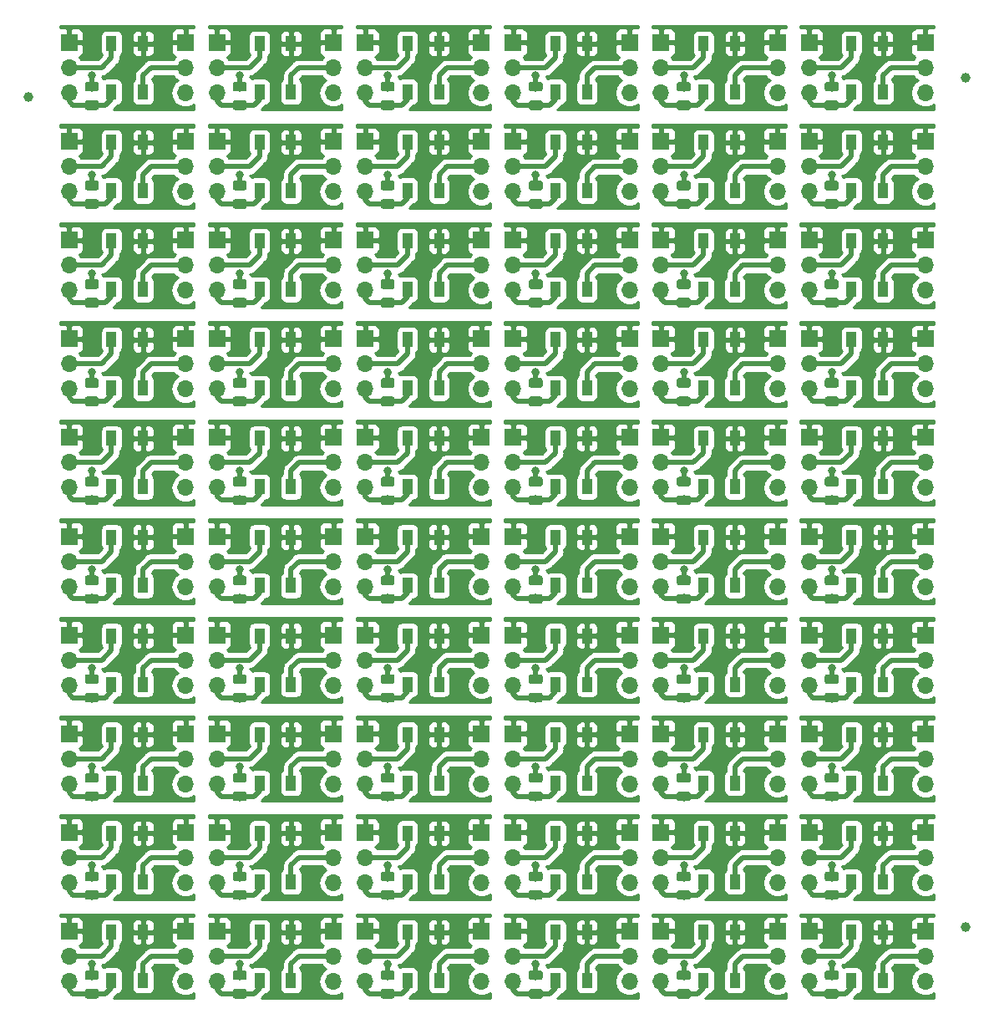
<source format=gbr>
G04 #@! TF.GenerationSoftware,KiCad,Pcbnew,(5.0.2)-1*
G04 #@! TF.CreationDate,2019-05-18T23:42:58-05:00*
G04 #@! TF.ProjectId,pixel_panel,70697865-6c5f-4706-916e-656c2e6b6963,rev?*
G04 #@! TF.SameCoordinates,PX6aae0f0PY2fa8320*
G04 #@! TF.FileFunction,Copper,L1,Top*
G04 #@! TF.FilePolarity,Positive*
%FSLAX46Y46*%
G04 Gerber Fmt 4.6, Leading zero omitted, Abs format (unit mm)*
G04 Created by KiCad (PCBNEW (5.0.2)-1) date 5/18/2019 11:42:58 PM*
%MOMM*%
%LPD*%
G01*
G04 APERTURE LIST*
G04 #@! TA.AperFunction,ComponentPad*
%ADD10R,1.700000X1.700000*%
G04 #@! TD*
G04 #@! TA.AperFunction,ComponentPad*
%ADD11O,1.700000X1.700000*%
G04 #@! TD*
G04 #@! TA.AperFunction,SMDPad,CuDef*
%ADD12R,1.000000X1.500000*%
G04 #@! TD*
G04 #@! TA.AperFunction,Conductor*
%ADD13C,0.100000*%
G04 #@! TD*
G04 #@! TA.AperFunction,SMDPad,CuDef*
%ADD14C,0.975000*%
G04 #@! TD*
G04 #@! TA.AperFunction,BGAPad,CuDef*
%ADD15C,1.000000*%
G04 #@! TD*
G04 #@! TA.AperFunction,ViaPad*
%ADD16C,0.800000*%
G04 #@! TD*
G04 #@! TA.AperFunction,Conductor*
%ADD17C,0.500000*%
G04 #@! TD*
G04 #@! TA.AperFunction,Conductor*
%ADD18C,0.254000*%
G04 #@! TD*
G04 APERTURE END LIST*
D10*
G04 #@! TO.P,J1,1*
G04 #@! TO.N,GND*
X81600000Y-92460000D03*
D11*
G04 #@! TO.P,J1,2*
G04 #@! TO.N,/DIN*
X81600000Y-95000000D03*
G04 #@! TO.P,J1,3*
G04 #@! TO.N,/VDD*
X81600000Y-97540000D03*
G04 #@! TD*
D10*
G04 #@! TO.P,J1,1*
G04 #@! TO.N,GND*
X66600000Y-92460000D03*
D11*
G04 #@! TO.P,J1,2*
G04 #@! TO.N,/DIN*
X66600000Y-95000000D03*
G04 #@! TO.P,J1,3*
G04 #@! TO.N,/VDD*
X66600000Y-97540000D03*
G04 #@! TD*
D10*
G04 #@! TO.P,J1,1*
G04 #@! TO.N,GND*
X51600000Y-92460000D03*
D11*
G04 #@! TO.P,J1,2*
G04 #@! TO.N,/DIN*
X51600000Y-95000000D03*
G04 #@! TO.P,J1,3*
G04 #@! TO.N,/VDD*
X51600000Y-97540000D03*
G04 #@! TD*
D10*
G04 #@! TO.P,J1,1*
G04 #@! TO.N,GND*
X36600000Y-92460000D03*
D11*
G04 #@! TO.P,J1,2*
G04 #@! TO.N,/DIN*
X36600000Y-95000000D03*
G04 #@! TO.P,J1,3*
G04 #@! TO.N,/VDD*
X36600000Y-97540000D03*
G04 #@! TD*
D10*
G04 #@! TO.P,J1,1*
G04 #@! TO.N,GND*
X21600000Y-92460000D03*
D11*
G04 #@! TO.P,J1,2*
G04 #@! TO.N,/DIN*
X21600000Y-95000000D03*
G04 #@! TO.P,J1,3*
G04 #@! TO.N,/VDD*
X21600000Y-97540000D03*
G04 #@! TD*
D10*
G04 #@! TO.P,J1,1*
G04 #@! TO.N,GND*
X6600000Y-92460000D03*
D11*
G04 #@! TO.P,J1,2*
G04 #@! TO.N,/DIN*
X6600000Y-95000000D03*
G04 #@! TO.P,J1,3*
G04 #@! TO.N,/VDD*
X6600000Y-97540000D03*
G04 #@! TD*
D10*
G04 #@! TO.P,J1,1*
G04 #@! TO.N,GND*
X81600000Y-82460000D03*
D11*
G04 #@! TO.P,J1,2*
G04 #@! TO.N,/DIN*
X81600000Y-85000000D03*
G04 #@! TO.P,J1,3*
G04 #@! TO.N,/VDD*
X81600000Y-87540000D03*
G04 #@! TD*
D10*
G04 #@! TO.P,J1,1*
G04 #@! TO.N,GND*
X66600000Y-82460000D03*
D11*
G04 #@! TO.P,J1,2*
G04 #@! TO.N,/DIN*
X66600000Y-85000000D03*
G04 #@! TO.P,J1,3*
G04 #@! TO.N,/VDD*
X66600000Y-87540000D03*
G04 #@! TD*
D10*
G04 #@! TO.P,J1,1*
G04 #@! TO.N,GND*
X51600000Y-82460000D03*
D11*
G04 #@! TO.P,J1,2*
G04 #@! TO.N,/DIN*
X51600000Y-85000000D03*
G04 #@! TO.P,J1,3*
G04 #@! TO.N,/VDD*
X51600000Y-87540000D03*
G04 #@! TD*
D10*
G04 #@! TO.P,J1,1*
G04 #@! TO.N,GND*
X36600000Y-82460000D03*
D11*
G04 #@! TO.P,J1,2*
G04 #@! TO.N,/DIN*
X36600000Y-85000000D03*
G04 #@! TO.P,J1,3*
G04 #@! TO.N,/VDD*
X36600000Y-87540000D03*
G04 #@! TD*
D10*
G04 #@! TO.P,J1,1*
G04 #@! TO.N,GND*
X21600000Y-82460000D03*
D11*
G04 #@! TO.P,J1,2*
G04 #@! TO.N,/DIN*
X21600000Y-85000000D03*
G04 #@! TO.P,J1,3*
G04 #@! TO.N,/VDD*
X21600000Y-87540000D03*
G04 #@! TD*
D10*
G04 #@! TO.P,J1,1*
G04 #@! TO.N,GND*
X6600000Y-82460000D03*
D11*
G04 #@! TO.P,J1,2*
G04 #@! TO.N,/DIN*
X6600000Y-85000000D03*
G04 #@! TO.P,J1,3*
G04 #@! TO.N,/VDD*
X6600000Y-87540000D03*
G04 #@! TD*
D10*
G04 #@! TO.P,J1,1*
G04 #@! TO.N,GND*
X81600000Y-72460000D03*
D11*
G04 #@! TO.P,J1,2*
G04 #@! TO.N,/DIN*
X81600000Y-75000000D03*
G04 #@! TO.P,J1,3*
G04 #@! TO.N,/VDD*
X81600000Y-77540000D03*
G04 #@! TD*
D10*
G04 #@! TO.P,J1,1*
G04 #@! TO.N,GND*
X66600000Y-72460000D03*
D11*
G04 #@! TO.P,J1,2*
G04 #@! TO.N,/DIN*
X66600000Y-75000000D03*
G04 #@! TO.P,J1,3*
G04 #@! TO.N,/VDD*
X66600000Y-77540000D03*
G04 #@! TD*
D10*
G04 #@! TO.P,J1,1*
G04 #@! TO.N,GND*
X51600000Y-72460000D03*
D11*
G04 #@! TO.P,J1,2*
G04 #@! TO.N,/DIN*
X51600000Y-75000000D03*
G04 #@! TO.P,J1,3*
G04 #@! TO.N,/VDD*
X51600000Y-77540000D03*
G04 #@! TD*
D10*
G04 #@! TO.P,J1,1*
G04 #@! TO.N,GND*
X36600000Y-72460000D03*
D11*
G04 #@! TO.P,J1,2*
G04 #@! TO.N,/DIN*
X36600000Y-75000000D03*
G04 #@! TO.P,J1,3*
G04 #@! TO.N,/VDD*
X36600000Y-77540000D03*
G04 #@! TD*
D10*
G04 #@! TO.P,J1,1*
G04 #@! TO.N,GND*
X21600000Y-72460000D03*
D11*
G04 #@! TO.P,J1,2*
G04 #@! TO.N,/DIN*
X21600000Y-75000000D03*
G04 #@! TO.P,J1,3*
G04 #@! TO.N,/VDD*
X21600000Y-77540000D03*
G04 #@! TD*
D10*
G04 #@! TO.P,J1,1*
G04 #@! TO.N,GND*
X6600000Y-72460000D03*
D11*
G04 #@! TO.P,J1,2*
G04 #@! TO.N,/DIN*
X6600000Y-75000000D03*
G04 #@! TO.P,J1,3*
G04 #@! TO.N,/VDD*
X6600000Y-77540000D03*
G04 #@! TD*
D10*
G04 #@! TO.P,J1,1*
G04 #@! TO.N,GND*
X81600000Y-62460000D03*
D11*
G04 #@! TO.P,J1,2*
G04 #@! TO.N,/DIN*
X81600000Y-65000000D03*
G04 #@! TO.P,J1,3*
G04 #@! TO.N,/VDD*
X81600000Y-67540000D03*
G04 #@! TD*
D10*
G04 #@! TO.P,J1,1*
G04 #@! TO.N,GND*
X66600000Y-62460000D03*
D11*
G04 #@! TO.P,J1,2*
G04 #@! TO.N,/DIN*
X66600000Y-65000000D03*
G04 #@! TO.P,J1,3*
G04 #@! TO.N,/VDD*
X66600000Y-67540000D03*
G04 #@! TD*
D10*
G04 #@! TO.P,J1,1*
G04 #@! TO.N,GND*
X51600000Y-62460000D03*
D11*
G04 #@! TO.P,J1,2*
G04 #@! TO.N,/DIN*
X51600000Y-65000000D03*
G04 #@! TO.P,J1,3*
G04 #@! TO.N,/VDD*
X51600000Y-67540000D03*
G04 #@! TD*
D10*
G04 #@! TO.P,J1,1*
G04 #@! TO.N,GND*
X36600000Y-62460000D03*
D11*
G04 #@! TO.P,J1,2*
G04 #@! TO.N,/DIN*
X36600000Y-65000000D03*
G04 #@! TO.P,J1,3*
G04 #@! TO.N,/VDD*
X36600000Y-67540000D03*
G04 #@! TD*
D10*
G04 #@! TO.P,J1,1*
G04 #@! TO.N,GND*
X21600000Y-62460000D03*
D11*
G04 #@! TO.P,J1,2*
G04 #@! TO.N,/DIN*
X21600000Y-65000000D03*
G04 #@! TO.P,J1,3*
G04 #@! TO.N,/VDD*
X21600000Y-67540000D03*
G04 #@! TD*
D10*
G04 #@! TO.P,J1,1*
G04 #@! TO.N,GND*
X6600000Y-62460000D03*
D11*
G04 #@! TO.P,J1,2*
G04 #@! TO.N,/DIN*
X6600000Y-65000000D03*
G04 #@! TO.P,J1,3*
G04 #@! TO.N,/VDD*
X6600000Y-67540000D03*
G04 #@! TD*
D10*
G04 #@! TO.P,J1,1*
G04 #@! TO.N,GND*
X81600000Y-52460000D03*
D11*
G04 #@! TO.P,J1,2*
G04 #@! TO.N,/DIN*
X81600000Y-55000000D03*
G04 #@! TO.P,J1,3*
G04 #@! TO.N,/VDD*
X81600000Y-57540000D03*
G04 #@! TD*
D10*
G04 #@! TO.P,J1,1*
G04 #@! TO.N,GND*
X66600000Y-52460000D03*
D11*
G04 #@! TO.P,J1,2*
G04 #@! TO.N,/DIN*
X66600000Y-55000000D03*
G04 #@! TO.P,J1,3*
G04 #@! TO.N,/VDD*
X66600000Y-57540000D03*
G04 #@! TD*
D10*
G04 #@! TO.P,J1,1*
G04 #@! TO.N,GND*
X51600000Y-52460000D03*
D11*
G04 #@! TO.P,J1,2*
G04 #@! TO.N,/DIN*
X51600000Y-55000000D03*
G04 #@! TO.P,J1,3*
G04 #@! TO.N,/VDD*
X51600000Y-57540000D03*
G04 #@! TD*
D10*
G04 #@! TO.P,J1,1*
G04 #@! TO.N,GND*
X36600000Y-52460000D03*
D11*
G04 #@! TO.P,J1,2*
G04 #@! TO.N,/DIN*
X36600000Y-55000000D03*
G04 #@! TO.P,J1,3*
G04 #@! TO.N,/VDD*
X36600000Y-57540000D03*
G04 #@! TD*
D10*
G04 #@! TO.P,J1,1*
G04 #@! TO.N,GND*
X21600000Y-52460000D03*
D11*
G04 #@! TO.P,J1,2*
G04 #@! TO.N,/DIN*
X21600000Y-55000000D03*
G04 #@! TO.P,J1,3*
G04 #@! TO.N,/VDD*
X21600000Y-57540000D03*
G04 #@! TD*
D10*
G04 #@! TO.P,J1,1*
G04 #@! TO.N,GND*
X6600000Y-52460000D03*
D11*
G04 #@! TO.P,J1,2*
G04 #@! TO.N,/DIN*
X6600000Y-55000000D03*
G04 #@! TO.P,J1,3*
G04 #@! TO.N,/VDD*
X6600000Y-57540000D03*
G04 #@! TD*
D10*
G04 #@! TO.P,J1,1*
G04 #@! TO.N,GND*
X81600000Y-42460000D03*
D11*
G04 #@! TO.P,J1,2*
G04 #@! TO.N,/DIN*
X81600000Y-45000000D03*
G04 #@! TO.P,J1,3*
G04 #@! TO.N,/VDD*
X81600000Y-47540000D03*
G04 #@! TD*
D10*
G04 #@! TO.P,J1,1*
G04 #@! TO.N,GND*
X66600000Y-42460000D03*
D11*
G04 #@! TO.P,J1,2*
G04 #@! TO.N,/DIN*
X66600000Y-45000000D03*
G04 #@! TO.P,J1,3*
G04 #@! TO.N,/VDD*
X66600000Y-47540000D03*
G04 #@! TD*
D10*
G04 #@! TO.P,J1,1*
G04 #@! TO.N,GND*
X51600000Y-42460000D03*
D11*
G04 #@! TO.P,J1,2*
G04 #@! TO.N,/DIN*
X51600000Y-45000000D03*
G04 #@! TO.P,J1,3*
G04 #@! TO.N,/VDD*
X51600000Y-47540000D03*
G04 #@! TD*
D10*
G04 #@! TO.P,J1,1*
G04 #@! TO.N,GND*
X36600000Y-42460000D03*
D11*
G04 #@! TO.P,J1,2*
G04 #@! TO.N,/DIN*
X36600000Y-45000000D03*
G04 #@! TO.P,J1,3*
G04 #@! TO.N,/VDD*
X36600000Y-47540000D03*
G04 #@! TD*
D10*
G04 #@! TO.P,J1,1*
G04 #@! TO.N,GND*
X21600000Y-42460000D03*
D11*
G04 #@! TO.P,J1,2*
G04 #@! TO.N,/DIN*
X21600000Y-45000000D03*
G04 #@! TO.P,J1,3*
G04 #@! TO.N,/VDD*
X21600000Y-47540000D03*
G04 #@! TD*
D10*
G04 #@! TO.P,J1,1*
G04 #@! TO.N,GND*
X6600000Y-42460000D03*
D11*
G04 #@! TO.P,J1,2*
G04 #@! TO.N,/DIN*
X6600000Y-45000000D03*
G04 #@! TO.P,J1,3*
G04 #@! TO.N,/VDD*
X6600000Y-47540000D03*
G04 #@! TD*
D10*
G04 #@! TO.P,J1,1*
G04 #@! TO.N,GND*
X81600000Y-32460000D03*
D11*
G04 #@! TO.P,J1,2*
G04 #@! TO.N,/DIN*
X81600000Y-35000000D03*
G04 #@! TO.P,J1,3*
G04 #@! TO.N,/VDD*
X81600000Y-37540000D03*
G04 #@! TD*
D10*
G04 #@! TO.P,J1,1*
G04 #@! TO.N,GND*
X66600000Y-32460000D03*
D11*
G04 #@! TO.P,J1,2*
G04 #@! TO.N,/DIN*
X66600000Y-35000000D03*
G04 #@! TO.P,J1,3*
G04 #@! TO.N,/VDD*
X66600000Y-37540000D03*
G04 #@! TD*
D10*
G04 #@! TO.P,J1,1*
G04 #@! TO.N,GND*
X51600000Y-32460000D03*
D11*
G04 #@! TO.P,J1,2*
G04 #@! TO.N,/DIN*
X51600000Y-35000000D03*
G04 #@! TO.P,J1,3*
G04 #@! TO.N,/VDD*
X51600000Y-37540000D03*
G04 #@! TD*
D10*
G04 #@! TO.P,J1,1*
G04 #@! TO.N,GND*
X36600000Y-32460000D03*
D11*
G04 #@! TO.P,J1,2*
G04 #@! TO.N,/DIN*
X36600000Y-35000000D03*
G04 #@! TO.P,J1,3*
G04 #@! TO.N,/VDD*
X36600000Y-37540000D03*
G04 #@! TD*
D10*
G04 #@! TO.P,J1,1*
G04 #@! TO.N,GND*
X21600000Y-32460000D03*
D11*
G04 #@! TO.P,J1,2*
G04 #@! TO.N,/DIN*
X21600000Y-35000000D03*
G04 #@! TO.P,J1,3*
G04 #@! TO.N,/VDD*
X21600000Y-37540000D03*
G04 #@! TD*
D10*
G04 #@! TO.P,J1,1*
G04 #@! TO.N,GND*
X6600000Y-32460000D03*
D11*
G04 #@! TO.P,J1,2*
G04 #@! TO.N,/DIN*
X6600000Y-35000000D03*
G04 #@! TO.P,J1,3*
G04 #@! TO.N,/VDD*
X6600000Y-37540000D03*
G04 #@! TD*
D10*
G04 #@! TO.P,J1,1*
G04 #@! TO.N,GND*
X81600000Y-22460000D03*
D11*
G04 #@! TO.P,J1,2*
G04 #@! TO.N,/DIN*
X81600000Y-25000000D03*
G04 #@! TO.P,J1,3*
G04 #@! TO.N,/VDD*
X81600000Y-27540000D03*
G04 #@! TD*
D10*
G04 #@! TO.P,J1,1*
G04 #@! TO.N,GND*
X66600000Y-22460000D03*
D11*
G04 #@! TO.P,J1,2*
G04 #@! TO.N,/DIN*
X66600000Y-25000000D03*
G04 #@! TO.P,J1,3*
G04 #@! TO.N,/VDD*
X66600000Y-27540000D03*
G04 #@! TD*
D10*
G04 #@! TO.P,J1,1*
G04 #@! TO.N,GND*
X51600000Y-22460000D03*
D11*
G04 #@! TO.P,J1,2*
G04 #@! TO.N,/DIN*
X51600000Y-25000000D03*
G04 #@! TO.P,J1,3*
G04 #@! TO.N,/VDD*
X51600000Y-27540000D03*
G04 #@! TD*
D10*
G04 #@! TO.P,J1,1*
G04 #@! TO.N,GND*
X36600000Y-22460000D03*
D11*
G04 #@! TO.P,J1,2*
G04 #@! TO.N,/DIN*
X36600000Y-25000000D03*
G04 #@! TO.P,J1,3*
G04 #@! TO.N,/VDD*
X36600000Y-27540000D03*
G04 #@! TD*
D10*
G04 #@! TO.P,J1,1*
G04 #@! TO.N,GND*
X21600000Y-22460000D03*
D11*
G04 #@! TO.P,J1,2*
G04 #@! TO.N,/DIN*
X21600000Y-25000000D03*
G04 #@! TO.P,J1,3*
G04 #@! TO.N,/VDD*
X21600000Y-27540000D03*
G04 #@! TD*
D10*
G04 #@! TO.P,J1,1*
G04 #@! TO.N,GND*
X6600000Y-22460000D03*
D11*
G04 #@! TO.P,J1,2*
G04 #@! TO.N,/DIN*
X6600000Y-25000000D03*
G04 #@! TO.P,J1,3*
G04 #@! TO.N,/VDD*
X6600000Y-27540000D03*
G04 #@! TD*
D10*
G04 #@! TO.P,J1,1*
G04 #@! TO.N,GND*
X81600000Y-12460000D03*
D11*
G04 #@! TO.P,J1,2*
G04 #@! TO.N,/DIN*
X81600000Y-15000000D03*
G04 #@! TO.P,J1,3*
G04 #@! TO.N,/VDD*
X81600000Y-17540000D03*
G04 #@! TD*
D10*
G04 #@! TO.P,J1,1*
G04 #@! TO.N,GND*
X66600000Y-12460000D03*
D11*
G04 #@! TO.P,J1,2*
G04 #@! TO.N,/DIN*
X66600000Y-15000000D03*
G04 #@! TO.P,J1,3*
G04 #@! TO.N,/VDD*
X66600000Y-17540000D03*
G04 #@! TD*
D10*
G04 #@! TO.P,J1,1*
G04 #@! TO.N,GND*
X51600000Y-12460000D03*
D11*
G04 #@! TO.P,J1,2*
G04 #@! TO.N,/DIN*
X51600000Y-15000000D03*
G04 #@! TO.P,J1,3*
G04 #@! TO.N,/VDD*
X51600000Y-17540000D03*
G04 #@! TD*
D10*
G04 #@! TO.P,J1,1*
G04 #@! TO.N,GND*
X36600000Y-12460000D03*
D11*
G04 #@! TO.P,J1,2*
G04 #@! TO.N,/DIN*
X36600000Y-15000000D03*
G04 #@! TO.P,J1,3*
G04 #@! TO.N,/VDD*
X36600000Y-17540000D03*
G04 #@! TD*
D10*
G04 #@! TO.P,J1,1*
G04 #@! TO.N,GND*
X21600000Y-12460000D03*
D11*
G04 #@! TO.P,J1,2*
G04 #@! TO.N,/DIN*
X21600000Y-15000000D03*
G04 #@! TO.P,J1,3*
G04 #@! TO.N,/VDD*
X21600000Y-17540000D03*
G04 #@! TD*
D10*
G04 #@! TO.P,J1,1*
G04 #@! TO.N,GND*
X6600000Y-12460000D03*
D11*
G04 #@! TO.P,J1,2*
G04 #@! TO.N,/DIN*
X6600000Y-15000000D03*
G04 #@! TO.P,J1,3*
G04 #@! TO.N,/VDD*
X6600000Y-17540000D03*
G04 #@! TD*
D10*
G04 #@! TO.P,J1,1*
G04 #@! TO.N,GND*
X81600000Y-2460000D03*
D11*
G04 #@! TO.P,J1,2*
G04 #@! TO.N,/DIN*
X81600000Y-5000000D03*
G04 #@! TO.P,J1,3*
G04 #@! TO.N,/VDD*
X81600000Y-7540000D03*
G04 #@! TD*
D10*
G04 #@! TO.P,J1,1*
G04 #@! TO.N,GND*
X66600000Y-2460000D03*
D11*
G04 #@! TO.P,J1,2*
G04 #@! TO.N,/DIN*
X66600000Y-5000000D03*
G04 #@! TO.P,J1,3*
G04 #@! TO.N,/VDD*
X66600000Y-7540000D03*
G04 #@! TD*
D10*
G04 #@! TO.P,J1,1*
G04 #@! TO.N,GND*
X51600000Y-2460000D03*
D11*
G04 #@! TO.P,J1,2*
G04 #@! TO.N,/DIN*
X51600000Y-5000000D03*
G04 #@! TO.P,J1,3*
G04 #@! TO.N,/VDD*
X51600000Y-7540000D03*
G04 #@! TD*
D10*
G04 #@! TO.P,J1,1*
G04 #@! TO.N,GND*
X36600000Y-2460000D03*
D11*
G04 #@! TO.P,J1,2*
G04 #@! TO.N,/DIN*
X36600000Y-5000000D03*
G04 #@! TO.P,J1,3*
G04 #@! TO.N,/VDD*
X36600000Y-7540000D03*
G04 #@! TD*
D10*
G04 #@! TO.P,J1,1*
G04 #@! TO.N,GND*
X21600000Y-2460000D03*
D11*
G04 #@! TO.P,J1,2*
G04 #@! TO.N,/DIN*
X21600000Y-5000000D03*
G04 #@! TO.P,J1,3*
G04 #@! TO.N,/VDD*
X21600000Y-7540000D03*
G04 #@! TD*
G04 #@! TO.P,J2,3*
G04 #@! TO.N,/VDD*
X93400000Y-97540000D03*
G04 #@! TO.P,J2,2*
G04 #@! TO.N,/DOUT*
X93400000Y-95000000D03*
D10*
G04 #@! TO.P,J2,1*
G04 #@! TO.N,GND*
X93400000Y-92460000D03*
G04 #@! TD*
D11*
G04 #@! TO.P,J2,3*
G04 #@! TO.N,/VDD*
X78400000Y-97540000D03*
G04 #@! TO.P,J2,2*
G04 #@! TO.N,/DOUT*
X78400000Y-95000000D03*
D10*
G04 #@! TO.P,J2,1*
G04 #@! TO.N,GND*
X78400000Y-92460000D03*
G04 #@! TD*
D11*
G04 #@! TO.P,J2,3*
G04 #@! TO.N,/VDD*
X63400000Y-97540000D03*
G04 #@! TO.P,J2,2*
G04 #@! TO.N,/DOUT*
X63400000Y-95000000D03*
D10*
G04 #@! TO.P,J2,1*
G04 #@! TO.N,GND*
X63400000Y-92460000D03*
G04 #@! TD*
D11*
G04 #@! TO.P,J2,3*
G04 #@! TO.N,/VDD*
X48400000Y-97540000D03*
G04 #@! TO.P,J2,2*
G04 #@! TO.N,/DOUT*
X48400000Y-95000000D03*
D10*
G04 #@! TO.P,J2,1*
G04 #@! TO.N,GND*
X48400000Y-92460000D03*
G04 #@! TD*
D11*
G04 #@! TO.P,J2,3*
G04 #@! TO.N,/VDD*
X33400000Y-97540000D03*
G04 #@! TO.P,J2,2*
G04 #@! TO.N,/DOUT*
X33400000Y-95000000D03*
D10*
G04 #@! TO.P,J2,1*
G04 #@! TO.N,GND*
X33400000Y-92460000D03*
G04 #@! TD*
D11*
G04 #@! TO.P,J2,3*
G04 #@! TO.N,/VDD*
X18400000Y-97540000D03*
G04 #@! TO.P,J2,2*
G04 #@! TO.N,/DOUT*
X18400000Y-95000000D03*
D10*
G04 #@! TO.P,J2,1*
G04 #@! TO.N,GND*
X18400000Y-92460000D03*
G04 #@! TD*
D11*
G04 #@! TO.P,J2,3*
G04 #@! TO.N,/VDD*
X93400000Y-87540000D03*
G04 #@! TO.P,J2,2*
G04 #@! TO.N,/DOUT*
X93400000Y-85000000D03*
D10*
G04 #@! TO.P,J2,1*
G04 #@! TO.N,GND*
X93400000Y-82460000D03*
G04 #@! TD*
D11*
G04 #@! TO.P,J2,3*
G04 #@! TO.N,/VDD*
X78400000Y-87540000D03*
G04 #@! TO.P,J2,2*
G04 #@! TO.N,/DOUT*
X78400000Y-85000000D03*
D10*
G04 #@! TO.P,J2,1*
G04 #@! TO.N,GND*
X78400000Y-82460000D03*
G04 #@! TD*
D11*
G04 #@! TO.P,J2,3*
G04 #@! TO.N,/VDD*
X63400000Y-87540000D03*
G04 #@! TO.P,J2,2*
G04 #@! TO.N,/DOUT*
X63400000Y-85000000D03*
D10*
G04 #@! TO.P,J2,1*
G04 #@! TO.N,GND*
X63400000Y-82460000D03*
G04 #@! TD*
D11*
G04 #@! TO.P,J2,3*
G04 #@! TO.N,/VDD*
X48400000Y-87540000D03*
G04 #@! TO.P,J2,2*
G04 #@! TO.N,/DOUT*
X48400000Y-85000000D03*
D10*
G04 #@! TO.P,J2,1*
G04 #@! TO.N,GND*
X48400000Y-82460000D03*
G04 #@! TD*
D11*
G04 #@! TO.P,J2,3*
G04 #@! TO.N,/VDD*
X33400000Y-87540000D03*
G04 #@! TO.P,J2,2*
G04 #@! TO.N,/DOUT*
X33400000Y-85000000D03*
D10*
G04 #@! TO.P,J2,1*
G04 #@! TO.N,GND*
X33400000Y-82460000D03*
G04 #@! TD*
D11*
G04 #@! TO.P,J2,3*
G04 #@! TO.N,/VDD*
X18400000Y-87540000D03*
G04 #@! TO.P,J2,2*
G04 #@! TO.N,/DOUT*
X18400000Y-85000000D03*
D10*
G04 #@! TO.P,J2,1*
G04 #@! TO.N,GND*
X18400000Y-82460000D03*
G04 #@! TD*
D11*
G04 #@! TO.P,J2,3*
G04 #@! TO.N,/VDD*
X93400000Y-77540000D03*
G04 #@! TO.P,J2,2*
G04 #@! TO.N,/DOUT*
X93400000Y-75000000D03*
D10*
G04 #@! TO.P,J2,1*
G04 #@! TO.N,GND*
X93400000Y-72460000D03*
G04 #@! TD*
D11*
G04 #@! TO.P,J2,3*
G04 #@! TO.N,/VDD*
X78400000Y-77540000D03*
G04 #@! TO.P,J2,2*
G04 #@! TO.N,/DOUT*
X78400000Y-75000000D03*
D10*
G04 #@! TO.P,J2,1*
G04 #@! TO.N,GND*
X78400000Y-72460000D03*
G04 #@! TD*
D11*
G04 #@! TO.P,J2,3*
G04 #@! TO.N,/VDD*
X63400000Y-77540000D03*
G04 #@! TO.P,J2,2*
G04 #@! TO.N,/DOUT*
X63400000Y-75000000D03*
D10*
G04 #@! TO.P,J2,1*
G04 #@! TO.N,GND*
X63400000Y-72460000D03*
G04 #@! TD*
D11*
G04 #@! TO.P,J2,3*
G04 #@! TO.N,/VDD*
X48400000Y-77540000D03*
G04 #@! TO.P,J2,2*
G04 #@! TO.N,/DOUT*
X48400000Y-75000000D03*
D10*
G04 #@! TO.P,J2,1*
G04 #@! TO.N,GND*
X48400000Y-72460000D03*
G04 #@! TD*
D11*
G04 #@! TO.P,J2,3*
G04 #@! TO.N,/VDD*
X33400000Y-77540000D03*
G04 #@! TO.P,J2,2*
G04 #@! TO.N,/DOUT*
X33400000Y-75000000D03*
D10*
G04 #@! TO.P,J2,1*
G04 #@! TO.N,GND*
X33400000Y-72460000D03*
G04 #@! TD*
D11*
G04 #@! TO.P,J2,3*
G04 #@! TO.N,/VDD*
X18400000Y-77540000D03*
G04 #@! TO.P,J2,2*
G04 #@! TO.N,/DOUT*
X18400000Y-75000000D03*
D10*
G04 #@! TO.P,J2,1*
G04 #@! TO.N,GND*
X18400000Y-72460000D03*
G04 #@! TD*
D11*
G04 #@! TO.P,J2,3*
G04 #@! TO.N,/VDD*
X93400000Y-67540000D03*
G04 #@! TO.P,J2,2*
G04 #@! TO.N,/DOUT*
X93400000Y-65000000D03*
D10*
G04 #@! TO.P,J2,1*
G04 #@! TO.N,GND*
X93400000Y-62460000D03*
G04 #@! TD*
D11*
G04 #@! TO.P,J2,3*
G04 #@! TO.N,/VDD*
X78400000Y-67540000D03*
G04 #@! TO.P,J2,2*
G04 #@! TO.N,/DOUT*
X78400000Y-65000000D03*
D10*
G04 #@! TO.P,J2,1*
G04 #@! TO.N,GND*
X78400000Y-62460000D03*
G04 #@! TD*
D11*
G04 #@! TO.P,J2,3*
G04 #@! TO.N,/VDD*
X63400000Y-67540000D03*
G04 #@! TO.P,J2,2*
G04 #@! TO.N,/DOUT*
X63400000Y-65000000D03*
D10*
G04 #@! TO.P,J2,1*
G04 #@! TO.N,GND*
X63400000Y-62460000D03*
G04 #@! TD*
D11*
G04 #@! TO.P,J2,3*
G04 #@! TO.N,/VDD*
X48400000Y-67540000D03*
G04 #@! TO.P,J2,2*
G04 #@! TO.N,/DOUT*
X48400000Y-65000000D03*
D10*
G04 #@! TO.P,J2,1*
G04 #@! TO.N,GND*
X48400000Y-62460000D03*
G04 #@! TD*
D11*
G04 #@! TO.P,J2,3*
G04 #@! TO.N,/VDD*
X33400000Y-67540000D03*
G04 #@! TO.P,J2,2*
G04 #@! TO.N,/DOUT*
X33400000Y-65000000D03*
D10*
G04 #@! TO.P,J2,1*
G04 #@! TO.N,GND*
X33400000Y-62460000D03*
G04 #@! TD*
D11*
G04 #@! TO.P,J2,3*
G04 #@! TO.N,/VDD*
X18400000Y-67540000D03*
G04 #@! TO.P,J2,2*
G04 #@! TO.N,/DOUT*
X18400000Y-65000000D03*
D10*
G04 #@! TO.P,J2,1*
G04 #@! TO.N,GND*
X18400000Y-62460000D03*
G04 #@! TD*
D11*
G04 #@! TO.P,J2,3*
G04 #@! TO.N,/VDD*
X93400000Y-57540000D03*
G04 #@! TO.P,J2,2*
G04 #@! TO.N,/DOUT*
X93400000Y-55000000D03*
D10*
G04 #@! TO.P,J2,1*
G04 #@! TO.N,GND*
X93400000Y-52460000D03*
G04 #@! TD*
D11*
G04 #@! TO.P,J2,3*
G04 #@! TO.N,/VDD*
X78400000Y-57540000D03*
G04 #@! TO.P,J2,2*
G04 #@! TO.N,/DOUT*
X78400000Y-55000000D03*
D10*
G04 #@! TO.P,J2,1*
G04 #@! TO.N,GND*
X78400000Y-52460000D03*
G04 #@! TD*
D11*
G04 #@! TO.P,J2,3*
G04 #@! TO.N,/VDD*
X63400000Y-57540000D03*
G04 #@! TO.P,J2,2*
G04 #@! TO.N,/DOUT*
X63400000Y-55000000D03*
D10*
G04 #@! TO.P,J2,1*
G04 #@! TO.N,GND*
X63400000Y-52460000D03*
G04 #@! TD*
D11*
G04 #@! TO.P,J2,3*
G04 #@! TO.N,/VDD*
X48400000Y-57540000D03*
G04 #@! TO.P,J2,2*
G04 #@! TO.N,/DOUT*
X48400000Y-55000000D03*
D10*
G04 #@! TO.P,J2,1*
G04 #@! TO.N,GND*
X48400000Y-52460000D03*
G04 #@! TD*
D11*
G04 #@! TO.P,J2,3*
G04 #@! TO.N,/VDD*
X33400000Y-57540000D03*
G04 #@! TO.P,J2,2*
G04 #@! TO.N,/DOUT*
X33400000Y-55000000D03*
D10*
G04 #@! TO.P,J2,1*
G04 #@! TO.N,GND*
X33400000Y-52460000D03*
G04 #@! TD*
D11*
G04 #@! TO.P,J2,3*
G04 #@! TO.N,/VDD*
X18400000Y-57540000D03*
G04 #@! TO.P,J2,2*
G04 #@! TO.N,/DOUT*
X18400000Y-55000000D03*
D10*
G04 #@! TO.P,J2,1*
G04 #@! TO.N,GND*
X18400000Y-52460000D03*
G04 #@! TD*
D11*
G04 #@! TO.P,J2,3*
G04 #@! TO.N,/VDD*
X93400000Y-47540000D03*
G04 #@! TO.P,J2,2*
G04 #@! TO.N,/DOUT*
X93400000Y-45000000D03*
D10*
G04 #@! TO.P,J2,1*
G04 #@! TO.N,GND*
X93400000Y-42460000D03*
G04 #@! TD*
D11*
G04 #@! TO.P,J2,3*
G04 #@! TO.N,/VDD*
X78400000Y-47540000D03*
G04 #@! TO.P,J2,2*
G04 #@! TO.N,/DOUT*
X78400000Y-45000000D03*
D10*
G04 #@! TO.P,J2,1*
G04 #@! TO.N,GND*
X78400000Y-42460000D03*
G04 #@! TD*
D11*
G04 #@! TO.P,J2,3*
G04 #@! TO.N,/VDD*
X63400000Y-47540000D03*
G04 #@! TO.P,J2,2*
G04 #@! TO.N,/DOUT*
X63400000Y-45000000D03*
D10*
G04 #@! TO.P,J2,1*
G04 #@! TO.N,GND*
X63400000Y-42460000D03*
G04 #@! TD*
D11*
G04 #@! TO.P,J2,3*
G04 #@! TO.N,/VDD*
X48400000Y-47540000D03*
G04 #@! TO.P,J2,2*
G04 #@! TO.N,/DOUT*
X48400000Y-45000000D03*
D10*
G04 #@! TO.P,J2,1*
G04 #@! TO.N,GND*
X48400000Y-42460000D03*
G04 #@! TD*
D11*
G04 #@! TO.P,J2,3*
G04 #@! TO.N,/VDD*
X33400000Y-47540000D03*
G04 #@! TO.P,J2,2*
G04 #@! TO.N,/DOUT*
X33400000Y-45000000D03*
D10*
G04 #@! TO.P,J2,1*
G04 #@! TO.N,GND*
X33400000Y-42460000D03*
G04 #@! TD*
D11*
G04 #@! TO.P,J2,3*
G04 #@! TO.N,/VDD*
X18400000Y-47540000D03*
G04 #@! TO.P,J2,2*
G04 #@! TO.N,/DOUT*
X18400000Y-45000000D03*
D10*
G04 #@! TO.P,J2,1*
G04 #@! TO.N,GND*
X18400000Y-42460000D03*
G04 #@! TD*
D11*
G04 #@! TO.P,J2,3*
G04 #@! TO.N,/VDD*
X93400000Y-37540000D03*
G04 #@! TO.P,J2,2*
G04 #@! TO.N,/DOUT*
X93400000Y-35000000D03*
D10*
G04 #@! TO.P,J2,1*
G04 #@! TO.N,GND*
X93400000Y-32460000D03*
G04 #@! TD*
D11*
G04 #@! TO.P,J2,3*
G04 #@! TO.N,/VDD*
X78400000Y-37540000D03*
G04 #@! TO.P,J2,2*
G04 #@! TO.N,/DOUT*
X78400000Y-35000000D03*
D10*
G04 #@! TO.P,J2,1*
G04 #@! TO.N,GND*
X78400000Y-32460000D03*
G04 #@! TD*
D11*
G04 #@! TO.P,J2,3*
G04 #@! TO.N,/VDD*
X63400000Y-37540000D03*
G04 #@! TO.P,J2,2*
G04 #@! TO.N,/DOUT*
X63400000Y-35000000D03*
D10*
G04 #@! TO.P,J2,1*
G04 #@! TO.N,GND*
X63400000Y-32460000D03*
G04 #@! TD*
D11*
G04 #@! TO.P,J2,3*
G04 #@! TO.N,/VDD*
X48400000Y-37540000D03*
G04 #@! TO.P,J2,2*
G04 #@! TO.N,/DOUT*
X48400000Y-35000000D03*
D10*
G04 #@! TO.P,J2,1*
G04 #@! TO.N,GND*
X48400000Y-32460000D03*
G04 #@! TD*
D11*
G04 #@! TO.P,J2,3*
G04 #@! TO.N,/VDD*
X33400000Y-37540000D03*
G04 #@! TO.P,J2,2*
G04 #@! TO.N,/DOUT*
X33400000Y-35000000D03*
D10*
G04 #@! TO.P,J2,1*
G04 #@! TO.N,GND*
X33400000Y-32460000D03*
G04 #@! TD*
D11*
G04 #@! TO.P,J2,3*
G04 #@! TO.N,/VDD*
X18400000Y-37540000D03*
G04 #@! TO.P,J2,2*
G04 #@! TO.N,/DOUT*
X18400000Y-35000000D03*
D10*
G04 #@! TO.P,J2,1*
G04 #@! TO.N,GND*
X18400000Y-32460000D03*
G04 #@! TD*
D11*
G04 #@! TO.P,J2,3*
G04 #@! TO.N,/VDD*
X93400000Y-27540000D03*
G04 #@! TO.P,J2,2*
G04 #@! TO.N,/DOUT*
X93400000Y-25000000D03*
D10*
G04 #@! TO.P,J2,1*
G04 #@! TO.N,GND*
X93400000Y-22460000D03*
G04 #@! TD*
D11*
G04 #@! TO.P,J2,3*
G04 #@! TO.N,/VDD*
X78400000Y-27540000D03*
G04 #@! TO.P,J2,2*
G04 #@! TO.N,/DOUT*
X78400000Y-25000000D03*
D10*
G04 #@! TO.P,J2,1*
G04 #@! TO.N,GND*
X78400000Y-22460000D03*
G04 #@! TD*
D11*
G04 #@! TO.P,J2,3*
G04 #@! TO.N,/VDD*
X63400000Y-27540000D03*
G04 #@! TO.P,J2,2*
G04 #@! TO.N,/DOUT*
X63400000Y-25000000D03*
D10*
G04 #@! TO.P,J2,1*
G04 #@! TO.N,GND*
X63400000Y-22460000D03*
G04 #@! TD*
D11*
G04 #@! TO.P,J2,3*
G04 #@! TO.N,/VDD*
X48400000Y-27540000D03*
G04 #@! TO.P,J2,2*
G04 #@! TO.N,/DOUT*
X48400000Y-25000000D03*
D10*
G04 #@! TO.P,J2,1*
G04 #@! TO.N,GND*
X48400000Y-22460000D03*
G04 #@! TD*
D11*
G04 #@! TO.P,J2,3*
G04 #@! TO.N,/VDD*
X33400000Y-27540000D03*
G04 #@! TO.P,J2,2*
G04 #@! TO.N,/DOUT*
X33400000Y-25000000D03*
D10*
G04 #@! TO.P,J2,1*
G04 #@! TO.N,GND*
X33400000Y-22460000D03*
G04 #@! TD*
D11*
G04 #@! TO.P,J2,3*
G04 #@! TO.N,/VDD*
X18400000Y-27540000D03*
G04 #@! TO.P,J2,2*
G04 #@! TO.N,/DOUT*
X18400000Y-25000000D03*
D10*
G04 #@! TO.P,J2,1*
G04 #@! TO.N,GND*
X18400000Y-22460000D03*
G04 #@! TD*
D11*
G04 #@! TO.P,J2,3*
G04 #@! TO.N,/VDD*
X93400000Y-17540000D03*
G04 #@! TO.P,J2,2*
G04 #@! TO.N,/DOUT*
X93400000Y-15000000D03*
D10*
G04 #@! TO.P,J2,1*
G04 #@! TO.N,GND*
X93400000Y-12460000D03*
G04 #@! TD*
D11*
G04 #@! TO.P,J2,3*
G04 #@! TO.N,/VDD*
X78400000Y-17540000D03*
G04 #@! TO.P,J2,2*
G04 #@! TO.N,/DOUT*
X78400000Y-15000000D03*
D10*
G04 #@! TO.P,J2,1*
G04 #@! TO.N,GND*
X78400000Y-12460000D03*
G04 #@! TD*
D11*
G04 #@! TO.P,J2,3*
G04 #@! TO.N,/VDD*
X63400000Y-17540000D03*
G04 #@! TO.P,J2,2*
G04 #@! TO.N,/DOUT*
X63400000Y-15000000D03*
D10*
G04 #@! TO.P,J2,1*
G04 #@! TO.N,GND*
X63400000Y-12460000D03*
G04 #@! TD*
D11*
G04 #@! TO.P,J2,3*
G04 #@! TO.N,/VDD*
X48400000Y-17540000D03*
G04 #@! TO.P,J2,2*
G04 #@! TO.N,/DOUT*
X48400000Y-15000000D03*
D10*
G04 #@! TO.P,J2,1*
G04 #@! TO.N,GND*
X48400000Y-12460000D03*
G04 #@! TD*
D11*
G04 #@! TO.P,J2,3*
G04 #@! TO.N,/VDD*
X33400000Y-17540000D03*
G04 #@! TO.P,J2,2*
G04 #@! TO.N,/DOUT*
X33400000Y-15000000D03*
D10*
G04 #@! TO.P,J2,1*
G04 #@! TO.N,GND*
X33400000Y-12460000D03*
G04 #@! TD*
D11*
G04 #@! TO.P,J2,3*
G04 #@! TO.N,/VDD*
X18400000Y-17540000D03*
G04 #@! TO.P,J2,2*
G04 #@! TO.N,/DOUT*
X18400000Y-15000000D03*
D10*
G04 #@! TO.P,J2,1*
G04 #@! TO.N,GND*
X18400000Y-12460000D03*
G04 #@! TD*
D11*
G04 #@! TO.P,J2,3*
G04 #@! TO.N,/VDD*
X93400000Y-7540000D03*
G04 #@! TO.P,J2,2*
G04 #@! TO.N,/DOUT*
X93400000Y-5000000D03*
D10*
G04 #@! TO.P,J2,1*
G04 #@! TO.N,GND*
X93400000Y-2460000D03*
G04 #@! TD*
D11*
G04 #@! TO.P,J2,3*
G04 #@! TO.N,/VDD*
X78400000Y-7540000D03*
G04 #@! TO.P,J2,2*
G04 #@! TO.N,/DOUT*
X78400000Y-5000000D03*
D10*
G04 #@! TO.P,J2,1*
G04 #@! TO.N,GND*
X78400000Y-2460000D03*
G04 #@! TD*
D11*
G04 #@! TO.P,J2,3*
G04 #@! TO.N,/VDD*
X63400000Y-7540000D03*
G04 #@! TO.P,J2,2*
G04 #@! TO.N,/DOUT*
X63400000Y-5000000D03*
D10*
G04 #@! TO.P,J2,1*
G04 #@! TO.N,GND*
X63400000Y-2460000D03*
G04 #@! TD*
D11*
G04 #@! TO.P,J2,3*
G04 #@! TO.N,/VDD*
X48400000Y-7540000D03*
G04 #@! TO.P,J2,2*
G04 #@! TO.N,/DOUT*
X48400000Y-5000000D03*
D10*
G04 #@! TO.P,J2,1*
G04 #@! TO.N,GND*
X48400000Y-2460000D03*
G04 #@! TD*
D11*
G04 #@! TO.P,J2,3*
G04 #@! TO.N,/VDD*
X33400000Y-7540000D03*
G04 #@! TO.P,J2,2*
G04 #@! TO.N,/DOUT*
X33400000Y-5000000D03*
D10*
G04 #@! TO.P,J2,1*
G04 #@! TO.N,GND*
X33400000Y-2460000D03*
G04 #@! TD*
D12*
G04 #@! TO.P,D1,1*
G04 #@! TO.N,/VDD*
X85900000Y-97450000D03*
G04 #@! TO.P,D1,2*
G04 #@! TO.N,/DOUT*
X89100000Y-97450000D03*
G04 #@! TO.P,D1,4*
G04 #@! TO.N,/DIN*
X85900000Y-92550000D03*
G04 #@! TO.P,D1,3*
G04 #@! TO.N,GND*
X89100000Y-92550000D03*
G04 #@! TD*
G04 #@! TO.P,D1,1*
G04 #@! TO.N,/VDD*
X70900000Y-97450000D03*
G04 #@! TO.P,D1,2*
G04 #@! TO.N,/DOUT*
X74100000Y-97450000D03*
G04 #@! TO.P,D1,4*
G04 #@! TO.N,/DIN*
X70900000Y-92550000D03*
G04 #@! TO.P,D1,3*
G04 #@! TO.N,GND*
X74100000Y-92550000D03*
G04 #@! TD*
G04 #@! TO.P,D1,1*
G04 #@! TO.N,/VDD*
X55900000Y-97450000D03*
G04 #@! TO.P,D1,2*
G04 #@! TO.N,/DOUT*
X59100000Y-97450000D03*
G04 #@! TO.P,D1,4*
G04 #@! TO.N,/DIN*
X55900000Y-92550000D03*
G04 #@! TO.P,D1,3*
G04 #@! TO.N,GND*
X59100000Y-92550000D03*
G04 #@! TD*
G04 #@! TO.P,D1,1*
G04 #@! TO.N,/VDD*
X40900000Y-97450000D03*
G04 #@! TO.P,D1,2*
G04 #@! TO.N,/DOUT*
X44100000Y-97450000D03*
G04 #@! TO.P,D1,4*
G04 #@! TO.N,/DIN*
X40900000Y-92550000D03*
G04 #@! TO.P,D1,3*
G04 #@! TO.N,GND*
X44100000Y-92550000D03*
G04 #@! TD*
G04 #@! TO.P,D1,1*
G04 #@! TO.N,/VDD*
X25900000Y-97450000D03*
G04 #@! TO.P,D1,2*
G04 #@! TO.N,/DOUT*
X29100000Y-97450000D03*
G04 #@! TO.P,D1,4*
G04 #@! TO.N,/DIN*
X25900000Y-92550000D03*
G04 #@! TO.P,D1,3*
G04 #@! TO.N,GND*
X29100000Y-92550000D03*
G04 #@! TD*
G04 #@! TO.P,D1,1*
G04 #@! TO.N,/VDD*
X10900000Y-97450000D03*
G04 #@! TO.P,D1,2*
G04 #@! TO.N,/DOUT*
X14100000Y-97450000D03*
G04 #@! TO.P,D1,4*
G04 #@! TO.N,/DIN*
X10900000Y-92550000D03*
G04 #@! TO.P,D1,3*
G04 #@! TO.N,GND*
X14100000Y-92550000D03*
G04 #@! TD*
G04 #@! TO.P,D1,1*
G04 #@! TO.N,/VDD*
X85900000Y-87450000D03*
G04 #@! TO.P,D1,2*
G04 #@! TO.N,/DOUT*
X89100000Y-87450000D03*
G04 #@! TO.P,D1,4*
G04 #@! TO.N,/DIN*
X85900000Y-82550000D03*
G04 #@! TO.P,D1,3*
G04 #@! TO.N,GND*
X89100000Y-82550000D03*
G04 #@! TD*
G04 #@! TO.P,D1,1*
G04 #@! TO.N,/VDD*
X70900000Y-87450000D03*
G04 #@! TO.P,D1,2*
G04 #@! TO.N,/DOUT*
X74100000Y-87450000D03*
G04 #@! TO.P,D1,4*
G04 #@! TO.N,/DIN*
X70900000Y-82550000D03*
G04 #@! TO.P,D1,3*
G04 #@! TO.N,GND*
X74100000Y-82550000D03*
G04 #@! TD*
G04 #@! TO.P,D1,1*
G04 #@! TO.N,/VDD*
X55900000Y-87450000D03*
G04 #@! TO.P,D1,2*
G04 #@! TO.N,/DOUT*
X59100000Y-87450000D03*
G04 #@! TO.P,D1,4*
G04 #@! TO.N,/DIN*
X55900000Y-82550000D03*
G04 #@! TO.P,D1,3*
G04 #@! TO.N,GND*
X59100000Y-82550000D03*
G04 #@! TD*
G04 #@! TO.P,D1,1*
G04 #@! TO.N,/VDD*
X40900000Y-87450000D03*
G04 #@! TO.P,D1,2*
G04 #@! TO.N,/DOUT*
X44100000Y-87450000D03*
G04 #@! TO.P,D1,4*
G04 #@! TO.N,/DIN*
X40900000Y-82550000D03*
G04 #@! TO.P,D1,3*
G04 #@! TO.N,GND*
X44100000Y-82550000D03*
G04 #@! TD*
G04 #@! TO.P,D1,1*
G04 #@! TO.N,/VDD*
X25900000Y-87450000D03*
G04 #@! TO.P,D1,2*
G04 #@! TO.N,/DOUT*
X29100000Y-87450000D03*
G04 #@! TO.P,D1,4*
G04 #@! TO.N,/DIN*
X25900000Y-82550000D03*
G04 #@! TO.P,D1,3*
G04 #@! TO.N,GND*
X29100000Y-82550000D03*
G04 #@! TD*
G04 #@! TO.P,D1,1*
G04 #@! TO.N,/VDD*
X10900000Y-87450000D03*
G04 #@! TO.P,D1,2*
G04 #@! TO.N,/DOUT*
X14100000Y-87450000D03*
G04 #@! TO.P,D1,4*
G04 #@! TO.N,/DIN*
X10900000Y-82550000D03*
G04 #@! TO.P,D1,3*
G04 #@! TO.N,GND*
X14100000Y-82550000D03*
G04 #@! TD*
G04 #@! TO.P,D1,1*
G04 #@! TO.N,/VDD*
X85900000Y-77450000D03*
G04 #@! TO.P,D1,2*
G04 #@! TO.N,/DOUT*
X89100000Y-77450000D03*
G04 #@! TO.P,D1,4*
G04 #@! TO.N,/DIN*
X85900000Y-72550000D03*
G04 #@! TO.P,D1,3*
G04 #@! TO.N,GND*
X89100000Y-72550000D03*
G04 #@! TD*
G04 #@! TO.P,D1,1*
G04 #@! TO.N,/VDD*
X70900000Y-77450000D03*
G04 #@! TO.P,D1,2*
G04 #@! TO.N,/DOUT*
X74100000Y-77450000D03*
G04 #@! TO.P,D1,4*
G04 #@! TO.N,/DIN*
X70900000Y-72550000D03*
G04 #@! TO.P,D1,3*
G04 #@! TO.N,GND*
X74100000Y-72550000D03*
G04 #@! TD*
G04 #@! TO.P,D1,1*
G04 #@! TO.N,/VDD*
X55900000Y-77450000D03*
G04 #@! TO.P,D1,2*
G04 #@! TO.N,/DOUT*
X59100000Y-77450000D03*
G04 #@! TO.P,D1,4*
G04 #@! TO.N,/DIN*
X55900000Y-72550000D03*
G04 #@! TO.P,D1,3*
G04 #@! TO.N,GND*
X59100000Y-72550000D03*
G04 #@! TD*
G04 #@! TO.P,D1,1*
G04 #@! TO.N,/VDD*
X40900000Y-77450000D03*
G04 #@! TO.P,D1,2*
G04 #@! TO.N,/DOUT*
X44100000Y-77450000D03*
G04 #@! TO.P,D1,4*
G04 #@! TO.N,/DIN*
X40900000Y-72550000D03*
G04 #@! TO.P,D1,3*
G04 #@! TO.N,GND*
X44100000Y-72550000D03*
G04 #@! TD*
G04 #@! TO.P,D1,1*
G04 #@! TO.N,/VDD*
X25900000Y-77450000D03*
G04 #@! TO.P,D1,2*
G04 #@! TO.N,/DOUT*
X29100000Y-77450000D03*
G04 #@! TO.P,D1,4*
G04 #@! TO.N,/DIN*
X25900000Y-72550000D03*
G04 #@! TO.P,D1,3*
G04 #@! TO.N,GND*
X29100000Y-72550000D03*
G04 #@! TD*
G04 #@! TO.P,D1,1*
G04 #@! TO.N,/VDD*
X10900000Y-77450000D03*
G04 #@! TO.P,D1,2*
G04 #@! TO.N,/DOUT*
X14100000Y-77450000D03*
G04 #@! TO.P,D1,4*
G04 #@! TO.N,/DIN*
X10900000Y-72550000D03*
G04 #@! TO.P,D1,3*
G04 #@! TO.N,GND*
X14100000Y-72550000D03*
G04 #@! TD*
G04 #@! TO.P,D1,1*
G04 #@! TO.N,/VDD*
X85900000Y-67450000D03*
G04 #@! TO.P,D1,2*
G04 #@! TO.N,/DOUT*
X89100000Y-67450000D03*
G04 #@! TO.P,D1,4*
G04 #@! TO.N,/DIN*
X85900000Y-62550000D03*
G04 #@! TO.P,D1,3*
G04 #@! TO.N,GND*
X89100000Y-62550000D03*
G04 #@! TD*
G04 #@! TO.P,D1,1*
G04 #@! TO.N,/VDD*
X70900000Y-67450000D03*
G04 #@! TO.P,D1,2*
G04 #@! TO.N,/DOUT*
X74100000Y-67450000D03*
G04 #@! TO.P,D1,4*
G04 #@! TO.N,/DIN*
X70900000Y-62550000D03*
G04 #@! TO.P,D1,3*
G04 #@! TO.N,GND*
X74100000Y-62550000D03*
G04 #@! TD*
G04 #@! TO.P,D1,1*
G04 #@! TO.N,/VDD*
X55900000Y-67450000D03*
G04 #@! TO.P,D1,2*
G04 #@! TO.N,/DOUT*
X59100000Y-67450000D03*
G04 #@! TO.P,D1,4*
G04 #@! TO.N,/DIN*
X55900000Y-62550000D03*
G04 #@! TO.P,D1,3*
G04 #@! TO.N,GND*
X59100000Y-62550000D03*
G04 #@! TD*
G04 #@! TO.P,D1,1*
G04 #@! TO.N,/VDD*
X40900000Y-67450000D03*
G04 #@! TO.P,D1,2*
G04 #@! TO.N,/DOUT*
X44100000Y-67450000D03*
G04 #@! TO.P,D1,4*
G04 #@! TO.N,/DIN*
X40900000Y-62550000D03*
G04 #@! TO.P,D1,3*
G04 #@! TO.N,GND*
X44100000Y-62550000D03*
G04 #@! TD*
G04 #@! TO.P,D1,1*
G04 #@! TO.N,/VDD*
X25900000Y-67450000D03*
G04 #@! TO.P,D1,2*
G04 #@! TO.N,/DOUT*
X29100000Y-67450000D03*
G04 #@! TO.P,D1,4*
G04 #@! TO.N,/DIN*
X25900000Y-62550000D03*
G04 #@! TO.P,D1,3*
G04 #@! TO.N,GND*
X29100000Y-62550000D03*
G04 #@! TD*
G04 #@! TO.P,D1,1*
G04 #@! TO.N,/VDD*
X10900000Y-67450000D03*
G04 #@! TO.P,D1,2*
G04 #@! TO.N,/DOUT*
X14100000Y-67450000D03*
G04 #@! TO.P,D1,4*
G04 #@! TO.N,/DIN*
X10900000Y-62550000D03*
G04 #@! TO.P,D1,3*
G04 #@! TO.N,GND*
X14100000Y-62550000D03*
G04 #@! TD*
G04 #@! TO.P,D1,1*
G04 #@! TO.N,/VDD*
X85900000Y-57450000D03*
G04 #@! TO.P,D1,2*
G04 #@! TO.N,/DOUT*
X89100000Y-57450000D03*
G04 #@! TO.P,D1,4*
G04 #@! TO.N,/DIN*
X85900000Y-52550000D03*
G04 #@! TO.P,D1,3*
G04 #@! TO.N,GND*
X89100000Y-52550000D03*
G04 #@! TD*
G04 #@! TO.P,D1,1*
G04 #@! TO.N,/VDD*
X70900000Y-57450000D03*
G04 #@! TO.P,D1,2*
G04 #@! TO.N,/DOUT*
X74100000Y-57450000D03*
G04 #@! TO.P,D1,4*
G04 #@! TO.N,/DIN*
X70900000Y-52550000D03*
G04 #@! TO.P,D1,3*
G04 #@! TO.N,GND*
X74100000Y-52550000D03*
G04 #@! TD*
G04 #@! TO.P,D1,1*
G04 #@! TO.N,/VDD*
X55900000Y-57450000D03*
G04 #@! TO.P,D1,2*
G04 #@! TO.N,/DOUT*
X59100000Y-57450000D03*
G04 #@! TO.P,D1,4*
G04 #@! TO.N,/DIN*
X55900000Y-52550000D03*
G04 #@! TO.P,D1,3*
G04 #@! TO.N,GND*
X59100000Y-52550000D03*
G04 #@! TD*
G04 #@! TO.P,D1,1*
G04 #@! TO.N,/VDD*
X40900000Y-57450000D03*
G04 #@! TO.P,D1,2*
G04 #@! TO.N,/DOUT*
X44100000Y-57450000D03*
G04 #@! TO.P,D1,4*
G04 #@! TO.N,/DIN*
X40900000Y-52550000D03*
G04 #@! TO.P,D1,3*
G04 #@! TO.N,GND*
X44100000Y-52550000D03*
G04 #@! TD*
G04 #@! TO.P,D1,1*
G04 #@! TO.N,/VDD*
X25900000Y-57450000D03*
G04 #@! TO.P,D1,2*
G04 #@! TO.N,/DOUT*
X29100000Y-57450000D03*
G04 #@! TO.P,D1,4*
G04 #@! TO.N,/DIN*
X25900000Y-52550000D03*
G04 #@! TO.P,D1,3*
G04 #@! TO.N,GND*
X29100000Y-52550000D03*
G04 #@! TD*
G04 #@! TO.P,D1,1*
G04 #@! TO.N,/VDD*
X10900000Y-57450000D03*
G04 #@! TO.P,D1,2*
G04 #@! TO.N,/DOUT*
X14100000Y-57450000D03*
G04 #@! TO.P,D1,4*
G04 #@! TO.N,/DIN*
X10900000Y-52550000D03*
G04 #@! TO.P,D1,3*
G04 #@! TO.N,GND*
X14100000Y-52550000D03*
G04 #@! TD*
G04 #@! TO.P,D1,1*
G04 #@! TO.N,/VDD*
X85900000Y-47450000D03*
G04 #@! TO.P,D1,2*
G04 #@! TO.N,/DOUT*
X89100000Y-47450000D03*
G04 #@! TO.P,D1,4*
G04 #@! TO.N,/DIN*
X85900000Y-42550000D03*
G04 #@! TO.P,D1,3*
G04 #@! TO.N,GND*
X89100000Y-42550000D03*
G04 #@! TD*
G04 #@! TO.P,D1,1*
G04 #@! TO.N,/VDD*
X70900000Y-47450000D03*
G04 #@! TO.P,D1,2*
G04 #@! TO.N,/DOUT*
X74100000Y-47450000D03*
G04 #@! TO.P,D1,4*
G04 #@! TO.N,/DIN*
X70900000Y-42550000D03*
G04 #@! TO.P,D1,3*
G04 #@! TO.N,GND*
X74100000Y-42550000D03*
G04 #@! TD*
G04 #@! TO.P,D1,1*
G04 #@! TO.N,/VDD*
X55900000Y-47450000D03*
G04 #@! TO.P,D1,2*
G04 #@! TO.N,/DOUT*
X59100000Y-47450000D03*
G04 #@! TO.P,D1,4*
G04 #@! TO.N,/DIN*
X55900000Y-42550000D03*
G04 #@! TO.P,D1,3*
G04 #@! TO.N,GND*
X59100000Y-42550000D03*
G04 #@! TD*
G04 #@! TO.P,D1,1*
G04 #@! TO.N,/VDD*
X40900000Y-47450000D03*
G04 #@! TO.P,D1,2*
G04 #@! TO.N,/DOUT*
X44100000Y-47450000D03*
G04 #@! TO.P,D1,4*
G04 #@! TO.N,/DIN*
X40900000Y-42550000D03*
G04 #@! TO.P,D1,3*
G04 #@! TO.N,GND*
X44100000Y-42550000D03*
G04 #@! TD*
G04 #@! TO.P,D1,1*
G04 #@! TO.N,/VDD*
X25900000Y-47450000D03*
G04 #@! TO.P,D1,2*
G04 #@! TO.N,/DOUT*
X29100000Y-47450000D03*
G04 #@! TO.P,D1,4*
G04 #@! TO.N,/DIN*
X25900000Y-42550000D03*
G04 #@! TO.P,D1,3*
G04 #@! TO.N,GND*
X29100000Y-42550000D03*
G04 #@! TD*
G04 #@! TO.P,D1,1*
G04 #@! TO.N,/VDD*
X10900000Y-47450000D03*
G04 #@! TO.P,D1,2*
G04 #@! TO.N,/DOUT*
X14100000Y-47450000D03*
G04 #@! TO.P,D1,4*
G04 #@! TO.N,/DIN*
X10900000Y-42550000D03*
G04 #@! TO.P,D1,3*
G04 #@! TO.N,GND*
X14100000Y-42550000D03*
G04 #@! TD*
G04 #@! TO.P,D1,1*
G04 #@! TO.N,/VDD*
X85900000Y-37450000D03*
G04 #@! TO.P,D1,2*
G04 #@! TO.N,/DOUT*
X89100000Y-37450000D03*
G04 #@! TO.P,D1,4*
G04 #@! TO.N,/DIN*
X85900000Y-32550000D03*
G04 #@! TO.P,D1,3*
G04 #@! TO.N,GND*
X89100000Y-32550000D03*
G04 #@! TD*
G04 #@! TO.P,D1,1*
G04 #@! TO.N,/VDD*
X70900000Y-37450000D03*
G04 #@! TO.P,D1,2*
G04 #@! TO.N,/DOUT*
X74100000Y-37450000D03*
G04 #@! TO.P,D1,4*
G04 #@! TO.N,/DIN*
X70900000Y-32550000D03*
G04 #@! TO.P,D1,3*
G04 #@! TO.N,GND*
X74100000Y-32550000D03*
G04 #@! TD*
G04 #@! TO.P,D1,1*
G04 #@! TO.N,/VDD*
X55900000Y-37450000D03*
G04 #@! TO.P,D1,2*
G04 #@! TO.N,/DOUT*
X59100000Y-37450000D03*
G04 #@! TO.P,D1,4*
G04 #@! TO.N,/DIN*
X55900000Y-32550000D03*
G04 #@! TO.P,D1,3*
G04 #@! TO.N,GND*
X59100000Y-32550000D03*
G04 #@! TD*
G04 #@! TO.P,D1,1*
G04 #@! TO.N,/VDD*
X40900000Y-37450000D03*
G04 #@! TO.P,D1,2*
G04 #@! TO.N,/DOUT*
X44100000Y-37450000D03*
G04 #@! TO.P,D1,4*
G04 #@! TO.N,/DIN*
X40900000Y-32550000D03*
G04 #@! TO.P,D1,3*
G04 #@! TO.N,GND*
X44100000Y-32550000D03*
G04 #@! TD*
G04 #@! TO.P,D1,1*
G04 #@! TO.N,/VDD*
X25900000Y-37450000D03*
G04 #@! TO.P,D1,2*
G04 #@! TO.N,/DOUT*
X29100000Y-37450000D03*
G04 #@! TO.P,D1,4*
G04 #@! TO.N,/DIN*
X25900000Y-32550000D03*
G04 #@! TO.P,D1,3*
G04 #@! TO.N,GND*
X29100000Y-32550000D03*
G04 #@! TD*
G04 #@! TO.P,D1,1*
G04 #@! TO.N,/VDD*
X10900000Y-37450000D03*
G04 #@! TO.P,D1,2*
G04 #@! TO.N,/DOUT*
X14100000Y-37450000D03*
G04 #@! TO.P,D1,4*
G04 #@! TO.N,/DIN*
X10900000Y-32550000D03*
G04 #@! TO.P,D1,3*
G04 #@! TO.N,GND*
X14100000Y-32550000D03*
G04 #@! TD*
G04 #@! TO.P,D1,1*
G04 #@! TO.N,/VDD*
X85900000Y-27450000D03*
G04 #@! TO.P,D1,2*
G04 #@! TO.N,/DOUT*
X89100000Y-27450000D03*
G04 #@! TO.P,D1,4*
G04 #@! TO.N,/DIN*
X85900000Y-22550000D03*
G04 #@! TO.P,D1,3*
G04 #@! TO.N,GND*
X89100000Y-22550000D03*
G04 #@! TD*
G04 #@! TO.P,D1,1*
G04 #@! TO.N,/VDD*
X70900000Y-27450000D03*
G04 #@! TO.P,D1,2*
G04 #@! TO.N,/DOUT*
X74100000Y-27450000D03*
G04 #@! TO.P,D1,4*
G04 #@! TO.N,/DIN*
X70900000Y-22550000D03*
G04 #@! TO.P,D1,3*
G04 #@! TO.N,GND*
X74100000Y-22550000D03*
G04 #@! TD*
G04 #@! TO.P,D1,1*
G04 #@! TO.N,/VDD*
X55900000Y-27450000D03*
G04 #@! TO.P,D1,2*
G04 #@! TO.N,/DOUT*
X59100000Y-27450000D03*
G04 #@! TO.P,D1,4*
G04 #@! TO.N,/DIN*
X55900000Y-22550000D03*
G04 #@! TO.P,D1,3*
G04 #@! TO.N,GND*
X59100000Y-22550000D03*
G04 #@! TD*
G04 #@! TO.P,D1,1*
G04 #@! TO.N,/VDD*
X40900000Y-27450000D03*
G04 #@! TO.P,D1,2*
G04 #@! TO.N,/DOUT*
X44100000Y-27450000D03*
G04 #@! TO.P,D1,4*
G04 #@! TO.N,/DIN*
X40900000Y-22550000D03*
G04 #@! TO.P,D1,3*
G04 #@! TO.N,GND*
X44100000Y-22550000D03*
G04 #@! TD*
G04 #@! TO.P,D1,1*
G04 #@! TO.N,/VDD*
X25900000Y-27450000D03*
G04 #@! TO.P,D1,2*
G04 #@! TO.N,/DOUT*
X29100000Y-27450000D03*
G04 #@! TO.P,D1,4*
G04 #@! TO.N,/DIN*
X25900000Y-22550000D03*
G04 #@! TO.P,D1,3*
G04 #@! TO.N,GND*
X29100000Y-22550000D03*
G04 #@! TD*
G04 #@! TO.P,D1,1*
G04 #@! TO.N,/VDD*
X10900000Y-27450000D03*
G04 #@! TO.P,D1,2*
G04 #@! TO.N,/DOUT*
X14100000Y-27450000D03*
G04 #@! TO.P,D1,4*
G04 #@! TO.N,/DIN*
X10900000Y-22550000D03*
G04 #@! TO.P,D1,3*
G04 #@! TO.N,GND*
X14100000Y-22550000D03*
G04 #@! TD*
G04 #@! TO.P,D1,1*
G04 #@! TO.N,/VDD*
X85900000Y-17450000D03*
G04 #@! TO.P,D1,2*
G04 #@! TO.N,/DOUT*
X89100000Y-17450000D03*
G04 #@! TO.P,D1,4*
G04 #@! TO.N,/DIN*
X85900000Y-12550000D03*
G04 #@! TO.P,D1,3*
G04 #@! TO.N,GND*
X89100000Y-12550000D03*
G04 #@! TD*
G04 #@! TO.P,D1,1*
G04 #@! TO.N,/VDD*
X70900000Y-17450000D03*
G04 #@! TO.P,D1,2*
G04 #@! TO.N,/DOUT*
X74100000Y-17450000D03*
G04 #@! TO.P,D1,4*
G04 #@! TO.N,/DIN*
X70900000Y-12550000D03*
G04 #@! TO.P,D1,3*
G04 #@! TO.N,GND*
X74100000Y-12550000D03*
G04 #@! TD*
G04 #@! TO.P,D1,1*
G04 #@! TO.N,/VDD*
X55900000Y-17450000D03*
G04 #@! TO.P,D1,2*
G04 #@! TO.N,/DOUT*
X59100000Y-17450000D03*
G04 #@! TO.P,D1,4*
G04 #@! TO.N,/DIN*
X55900000Y-12550000D03*
G04 #@! TO.P,D1,3*
G04 #@! TO.N,GND*
X59100000Y-12550000D03*
G04 #@! TD*
G04 #@! TO.P,D1,1*
G04 #@! TO.N,/VDD*
X40900000Y-17450000D03*
G04 #@! TO.P,D1,2*
G04 #@! TO.N,/DOUT*
X44100000Y-17450000D03*
G04 #@! TO.P,D1,4*
G04 #@! TO.N,/DIN*
X40900000Y-12550000D03*
G04 #@! TO.P,D1,3*
G04 #@! TO.N,GND*
X44100000Y-12550000D03*
G04 #@! TD*
G04 #@! TO.P,D1,1*
G04 #@! TO.N,/VDD*
X25900000Y-17450000D03*
G04 #@! TO.P,D1,2*
G04 #@! TO.N,/DOUT*
X29100000Y-17450000D03*
G04 #@! TO.P,D1,4*
G04 #@! TO.N,/DIN*
X25900000Y-12550000D03*
G04 #@! TO.P,D1,3*
G04 #@! TO.N,GND*
X29100000Y-12550000D03*
G04 #@! TD*
G04 #@! TO.P,D1,1*
G04 #@! TO.N,/VDD*
X10900000Y-17450000D03*
G04 #@! TO.P,D1,2*
G04 #@! TO.N,/DOUT*
X14100000Y-17450000D03*
G04 #@! TO.P,D1,4*
G04 #@! TO.N,/DIN*
X10900000Y-12550000D03*
G04 #@! TO.P,D1,3*
G04 #@! TO.N,GND*
X14100000Y-12550000D03*
G04 #@! TD*
G04 #@! TO.P,D1,1*
G04 #@! TO.N,/VDD*
X85900000Y-7450000D03*
G04 #@! TO.P,D1,2*
G04 #@! TO.N,/DOUT*
X89100000Y-7450000D03*
G04 #@! TO.P,D1,4*
G04 #@! TO.N,/DIN*
X85900000Y-2550000D03*
G04 #@! TO.P,D1,3*
G04 #@! TO.N,GND*
X89100000Y-2550000D03*
G04 #@! TD*
G04 #@! TO.P,D1,1*
G04 #@! TO.N,/VDD*
X70900000Y-7450000D03*
G04 #@! TO.P,D1,2*
G04 #@! TO.N,/DOUT*
X74100000Y-7450000D03*
G04 #@! TO.P,D1,4*
G04 #@! TO.N,/DIN*
X70900000Y-2550000D03*
G04 #@! TO.P,D1,3*
G04 #@! TO.N,GND*
X74100000Y-2550000D03*
G04 #@! TD*
G04 #@! TO.P,D1,1*
G04 #@! TO.N,/VDD*
X55900000Y-7450000D03*
G04 #@! TO.P,D1,2*
G04 #@! TO.N,/DOUT*
X59100000Y-7450000D03*
G04 #@! TO.P,D1,4*
G04 #@! TO.N,/DIN*
X55900000Y-2550000D03*
G04 #@! TO.P,D1,3*
G04 #@! TO.N,GND*
X59100000Y-2550000D03*
G04 #@! TD*
G04 #@! TO.P,D1,1*
G04 #@! TO.N,/VDD*
X40900000Y-7450000D03*
G04 #@! TO.P,D1,2*
G04 #@! TO.N,/DOUT*
X44100000Y-7450000D03*
G04 #@! TO.P,D1,4*
G04 #@! TO.N,/DIN*
X40900000Y-2550000D03*
G04 #@! TO.P,D1,3*
G04 #@! TO.N,GND*
X44100000Y-2550000D03*
G04 #@! TD*
G04 #@! TO.P,D1,1*
G04 #@! TO.N,/VDD*
X25900000Y-7450000D03*
G04 #@! TO.P,D1,2*
G04 #@! TO.N,/DOUT*
X29100000Y-7450000D03*
G04 #@! TO.P,D1,4*
G04 #@! TO.N,/DIN*
X25900000Y-2550000D03*
G04 #@! TO.P,D1,3*
G04 #@! TO.N,GND*
X29100000Y-2550000D03*
G04 #@! TD*
D13*
G04 #@! TO.N,GND*
G04 #@! TO.C,C1*
G36*
X84380142Y-96438674D02*
X84403803Y-96442184D01*
X84427007Y-96447996D01*
X84449529Y-96456054D01*
X84471153Y-96466282D01*
X84491670Y-96478579D01*
X84510883Y-96492829D01*
X84528607Y-96508893D01*
X84544671Y-96526617D01*
X84558921Y-96545830D01*
X84571218Y-96566347D01*
X84581446Y-96587971D01*
X84589504Y-96610493D01*
X84595316Y-96633697D01*
X84598826Y-96657358D01*
X84600000Y-96681250D01*
X84600000Y-97168750D01*
X84598826Y-97192642D01*
X84595316Y-97216303D01*
X84589504Y-97239507D01*
X84581446Y-97262029D01*
X84571218Y-97283653D01*
X84558921Y-97304170D01*
X84544671Y-97323383D01*
X84528607Y-97341107D01*
X84510883Y-97357171D01*
X84491670Y-97371421D01*
X84471153Y-97383718D01*
X84449529Y-97393946D01*
X84427007Y-97402004D01*
X84403803Y-97407816D01*
X84380142Y-97411326D01*
X84356250Y-97412500D01*
X83443750Y-97412500D01*
X83419858Y-97411326D01*
X83396197Y-97407816D01*
X83372993Y-97402004D01*
X83350471Y-97393946D01*
X83328847Y-97383718D01*
X83308330Y-97371421D01*
X83289117Y-97357171D01*
X83271393Y-97341107D01*
X83255329Y-97323383D01*
X83241079Y-97304170D01*
X83228782Y-97283653D01*
X83218554Y-97262029D01*
X83210496Y-97239507D01*
X83204684Y-97216303D01*
X83201174Y-97192642D01*
X83200000Y-97168750D01*
X83200000Y-96681250D01*
X83201174Y-96657358D01*
X83204684Y-96633697D01*
X83210496Y-96610493D01*
X83218554Y-96587971D01*
X83228782Y-96566347D01*
X83241079Y-96545830D01*
X83255329Y-96526617D01*
X83271393Y-96508893D01*
X83289117Y-96492829D01*
X83308330Y-96478579D01*
X83328847Y-96466282D01*
X83350471Y-96456054D01*
X83372993Y-96447996D01*
X83396197Y-96442184D01*
X83419858Y-96438674D01*
X83443750Y-96437500D01*
X84356250Y-96437500D01*
X84380142Y-96438674D01*
X84380142Y-96438674D01*
G37*
D14*
G04 #@! TD*
G04 #@! TO.P,C1,2*
G04 #@! TO.N,GND*
X83900000Y-96925000D03*
D13*
G04 #@! TO.N,/VDD*
G04 #@! TO.C,C1*
G36*
X84380142Y-98313674D02*
X84403803Y-98317184D01*
X84427007Y-98322996D01*
X84449529Y-98331054D01*
X84471153Y-98341282D01*
X84491670Y-98353579D01*
X84510883Y-98367829D01*
X84528607Y-98383893D01*
X84544671Y-98401617D01*
X84558921Y-98420830D01*
X84571218Y-98441347D01*
X84581446Y-98462971D01*
X84589504Y-98485493D01*
X84595316Y-98508697D01*
X84598826Y-98532358D01*
X84600000Y-98556250D01*
X84600000Y-99043750D01*
X84598826Y-99067642D01*
X84595316Y-99091303D01*
X84589504Y-99114507D01*
X84581446Y-99137029D01*
X84571218Y-99158653D01*
X84558921Y-99179170D01*
X84544671Y-99198383D01*
X84528607Y-99216107D01*
X84510883Y-99232171D01*
X84491670Y-99246421D01*
X84471153Y-99258718D01*
X84449529Y-99268946D01*
X84427007Y-99277004D01*
X84403803Y-99282816D01*
X84380142Y-99286326D01*
X84356250Y-99287500D01*
X83443750Y-99287500D01*
X83419858Y-99286326D01*
X83396197Y-99282816D01*
X83372993Y-99277004D01*
X83350471Y-99268946D01*
X83328847Y-99258718D01*
X83308330Y-99246421D01*
X83289117Y-99232171D01*
X83271393Y-99216107D01*
X83255329Y-99198383D01*
X83241079Y-99179170D01*
X83228782Y-99158653D01*
X83218554Y-99137029D01*
X83210496Y-99114507D01*
X83204684Y-99091303D01*
X83201174Y-99067642D01*
X83200000Y-99043750D01*
X83200000Y-98556250D01*
X83201174Y-98532358D01*
X83204684Y-98508697D01*
X83210496Y-98485493D01*
X83218554Y-98462971D01*
X83228782Y-98441347D01*
X83241079Y-98420830D01*
X83255329Y-98401617D01*
X83271393Y-98383893D01*
X83289117Y-98367829D01*
X83308330Y-98353579D01*
X83328847Y-98341282D01*
X83350471Y-98331054D01*
X83372993Y-98322996D01*
X83396197Y-98317184D01*
X83419858Y-98313674D01*
X83443750Y-98312500D01*
X84356250Y-98312500D01*
X84380142Y-98313674D01*
X84380142Y-98313674D01*
G37*
D14*
G04 #@! TD*
G04 #@! TO.P,C1,1*
G04 #@! TO.N,/VDD*
X83900000Y-98800000D03*
D13*
G04 #@! TO.N,GND*
G04 #@! TO.C,C1*
G36*
X69380142Y-96438674D02*
X69403803Y-96442184D01*
X69427007Y-96447996D01*
X69449529Y-96456054D01*
X69471153Y-96466282D01*
X69491670Y-96478579D01*
X69510883Y-96492829D01*
X69528607Y-96508893D01*
X69544671Y-96526617D01*
X69558921Y-96545830D01*
X69571218Y-96566347D01*
X69581446Y-96587971D01*
X69589504Y-96610493D01*
X69595316Y-96633697D01*
X69598826Y-96657358D01*
X69600000Y-96681250D01*
X69600000Y-97168750D01*
X69598826Y-97192642D01*
X69595316Y-97216303D01*
X69589504Y-97239507D01*
X69581446Y-97262029D01*
X69571218Y-97283653D01*
X69558921Y-97304170D01*
X69544671Y-97323383D01*
X69528607Y-97341107D01*
X69510883Y-97357171D01*
X69491670Y-97371421D01*
X69471153Y-97383718D01*
X69449529Y-97393946D01*
X69427007Y-97402004D01*
X69403803Y-97407816D01*
X69380142Y-97411326D01*
X69356250Y-97412500D01*
X68443750Y-97412500D01*
X68419858Y-97411326D01*
X68396197Y-97407816D01*
X68372993Y-97402004D01*
X68350471Y-97393946D01*
X68328847Y-97383718D01*
X68308330Y-97371421D01*
X68289117Y-97357171D01*
X68271393Y-97341107D01*
X68255329Y-97323383D01*
X68241079Y-97304170D01*
X68228782Y-97283653D01*
X68218554Y-97262029D01*
X68210496Y-97239507D01*
X68204684Y-97216303D01*
X68201174Y-97192642D01*
X68200000Y-97168750D01*
X68200000Y-96681250D01*
X68201174Y-96657358D01*
X68204684Y-96633697D01*
X68210496Y-96610493D01*
X68218554Y-96587971D01*
X68228782Y-96566347D01*
X68241079Y-96545830D01*
X68255329Y-96526617D01*
X68271393Y-96508893D01*
X68289117Y-96492829D01*
X68308330Y-96478579D01*
X68328847Y-96466282D01*
X68350471Y-96456054D01*
X68372993Y-96447996D01*
X68396197Y-96442184D01*
X68419858Y-96438674D01*
X68443750Y-96437500D01*
X69356250Y-96437500D01*
X69380142Y-96438674D01*
X69380142Y-96438674D01*
G37*
D14*
G04 #@! TD*
G04 #@! TO.P,C1,2*
G04 #@! TO.N,GND*
X68900000Y-96925000D03*
D13*
G04 #@! TO.N,/VDD*
G04 #@! TO.C,C1*
G36*
X69380142Y-98313674D02*
X69403803Y-98317184D01*
X69427007Y-98322996D01*
X69449529Y-98331054D01*
X69471153Y-98341282D01*
X69491670Y-98353579D01*
X69510883Y-98367829D01*
X69528607Y-98383893D01*
X69544671Y-98401617D01*
X69558921Y-98420830D01*
X69571218Y-98441347D01*
X69581446Y-98462971D01*
X69589504Y-98485493D01*
X69595316Y-98508697D01*
X69598826Y-98532358D01*
X69600000Y-98556250D01*
X69600000Y-99043750D01*
X69598826Y-99067642D01*
X69595316Y-99091303D01*
X69589504Y-99114507D01*
X69581446Y-99137029D01*
X69571218Y-99158653D01*
X69558921Y-99179170D01*
X69544671Y-99198383D01*
X69528607Y-99216107D01*
X69510883Y-99232171D01*
X69491670Y-99246421D01*
X69471153Y-99258718D01*
X69449529Y-99268946D01*
X69427007Y-99277004D01*
X69403803Y-99282816D01*
X69380142Y-99286326D01*
X69356250Y-99287500D01*
X68443750Y-99287500D01*
X68419858Y-99286326D01*
X68396197Y-99282816D01*
X68372993Y-99277004D01*
X68350471Y-99268946D01*
X68328847Y-99258718D01*
X68308330Y-99246421D01*
X68289117Y-99232171D01*
X68271393Y-99216107D01*
X68255329Y-99198383D01*
X68241079Y-99179170D01*
X68228782Y-99158653D01*
X68218554Y-99137029D01*
X68210496Y-99114507D01*
X68204684Y-99091303D01*
X68201174Y-99067642D01*
X68200000Y-99043750D01*
X68200000Y-98556250D01*
X68201174Y-98532358D01*
X68204684Y-98508697D01*
X68210496Y-98485493D01*
X68218554Y-98462971D01*
X68228782Y-98441347D01*
X68241079Y-98420830D01*
X68255329Y-98401617D01*
X68271393Y-98383893D01*
X68289117Y-98367829D01*
X68308330Y-98353579D01*
X68328847Y-98341282D01*
X68350471Y-98331054D01*
X68372993Y-98322996D01*
X68396197Y-98317184D01*
X68419858Y-98313674D01*
X68443750Y-98312500D01*
X69356250Y-98312500D01*
X69380142Y-98313674D01*
X69380142Y-98313674D01*
G37*
D14*
G04 #@! TD*
G04 #@! TO.P,C1,1*
G04 #@! TO.N,/VDD*
X68900000Y-98800000D03*
D13*
G04 #@! TO.N,GND*
G04 #@! TO.C,C1*
G36*
X54380142Y-96438674D02*
X54403803Y-96442184D01*
X54427007Y-96447996D01*
X54449529Y-96456054D01*
X54471153Y-96466282D01*
X54491670Y-96478579D01*
X54510883Y-96492829D01*
X54528607Y-96508893D01*
X54544671Y-96526617D01*
X54558921Y-96545830D01*
X54571218Y-96566347D01*
X54581446Y-96587971D01*
X54589504Y-96610493D01*
X54595316Y-96633697D01*
X54598826Y-96657358D01*
X54600000Y-96681250D01*
X54600000Y-97168750D01*
X54598826Y-97192642D01*
X54595316Y-97216303D01*
X54589504Y-97239507D01*
X54581446Y-97262029D01*
X54571218Y-97283653D01*
X54558921Y-97304170D01*
X54544671Y-97323383D01*
X54528607Y-97341107D01*
X54510883Y-97357171D01*
X54491670Y-97371421D01*
X54471153Y-97383718D01*
X54449529Y-97393946D01*
X54427007Y-97402004D01*
X54403803Y-97407816D01*
X54380142Y-97411326D01*
X54356250Y-97412500D01*
X53443750Y-97412500D01*
X53419858Y-97411326D01*
X53396197Y-97407816D01*
X53372993Y-97402004D01*
X53350471Y-97393946D01*
X53328847Y-97383718D01*
X53308330Y-97371421D01*
X53289117Y-97357171D01*
X53271393Y-97341107D01*
X53255329Y-97323383D01*
X53241079Y-97304170D01*
X53228782Y-97283653D01*
X53218554Y-97262029D01*
X53210496Y-97239507D01*
X53204684Y-97216303D01*
X53201174Y-97192642D01*
X53200000Y-97168750D01*
X53200000Y-96681250D01*
X53201174Y-96657358D01*
X53204684Y-96633697D01*
X53210496Y-96610493D01*
X53218554Y-96587971D01*
X53228782Y-96566347D01*
X53241079Y-96545830D01*
X53255329Y-96526617D01*
X53271393Y-96508893D01*
X53289117Y-96492829D01*
X53308330Y-96478579D01*
X53328847Y-96466282D01*
X53350471Y-96456054D01*
X53372993Y-96447996D01*
X53396197Y-96442184D01*
X53419858Y-96438674D01*
X53443750Y-96437500D01*
X54356250Y-96437500D01*
X54380142Y-96438674D01*
X54380142Y-96438674D01*
G37*
D14*
G04 #@! TD*
G04 #@! TO.P,C1,2*
G04 #@! TO.N,GND*
X53900000Y-96925000D03*
D13*
G04 #@! TO.N,/VDD*
G04 #@! TO.C,C1*
G36*
X54380142Y-98313674D02*
X54403803Y-98317184D01*
X54427007Y-98322996D01*
X54449529Y-98331054D01*
X54471153Y-98341282D01*
X54491670Y-98353579D01*
X54510883Y-98367829D01*
X54528607Y-98383893D01*
X54544671Y-98401617D01*
X54558921Y-98420830D01*
X54571218Y-98441347D01*
X54581446Y-98462971D01*
X54589504Y-98485493D01*
X54595316Y-98508697D01*
X54598826Y-98532358D01*
X54600000Y-98556250D01*
X54600000Y-99043750D01*
X54598826Y-99067642D01*
X54595316Y-99091303D01*
X54589504Y-99114507D01*
X54581446Y-99137029D01*
X54571218Y-99158653D01*
X54558921Y-99179170D01*
X54544671Y-99198383D01*
X54528607Y-99216107D01*
X54510883Y-99232171D01*
X54491670Y-99246421D01*
X54471153Y-99258718D01*
X54449529Y-99268946D01*
X54427007Y-99277004D01*
X54403803Y-99282816D01*
X54380142Y-99286326D01*
X54356250Y-99287500D01*
X53443750Y-99287500D01*
X53419858Y-99286326D01*
X53396197Y-99282816D01*
X53372993Y-99277004D01*
X53350471Y-99268946D01*
X53328847Y-99258718D01*
X53308330Y-99246421D01*
X53289117Y-99232171D01*
X53271393Y-99216107D01*
X53255329Y-99198383D01*
X53241079Y-99179170D01*
X53228782Y-99158653D01*
X53218554Y-99137029D01*
X53210496Y-99114507D01*
X53204684Y-99091303D01*
X53201174Y-99067642D01*
X53200000Y-99043750D01*
X53200000Y-98556250D01*
X53201174Y-98532358D01*
X53204684Y-98508697D01*
X53210496Y-98485493D01*
X53218554Y-98462971D01*
X53228782Y-98441347D01*
X53241079Y-98420830D01*
X53255329Y-98401617D01*
X53271393Y-98383893D01*
X53289117Y-98367829D01*
X53308330Y-98353579D01*
X53328847Y-98341282D01*
X53350471Y-98331054D01*
X53372993Y-98322996D01*
X53396197Y-98317184D01*
X53419858Y-98313674D01*
X53443750Y-98312500D01*
X54356250Y-98312500D01*
X54380142Y-98313674D01*
X54380142Y-98313674D01*
G37*
D14*
G04 #@! TD*
G04 #@! TO.P,C1,1*
G04 #@! TO.N,/VDD*
X53900000Y-98800000D03*
D13*
G04 #@! TO.N,GND*
G04 #@! TO.C,C1*
G36*
X39380142Y-96438674D02*
X39403803Y-96442184D01*
X39427007Y-96447996D01*
X39449529Y-96456054D01*
X39471153Y-96466282D01*
X39491670Y-96478579D01*
X39510883Y-96492829D01*
X39528607Y-96508893D01*
X39544671Y-96526617D01*
X39558921Y-96545830D01*
X39571218Y-96566347D01*
X39581446Y-96587971D01*
X39589504Y-96610493D01*
X39595316Y-96633697D01*
X39598826Y-96657358D01*
X39600000Y-96681250D01*
X39600000Y-97168750D01*
X39598826Y-97192642D01*
X39595316Y-97216303D01*
X39589504Y-97239507D01*
X39581446Y-97262029D01*
X39571218Y-97283653D01*
X39558921Y-97304170D01*
X39544671Y-97323383D01*
X39528607Y-97341107D01*
X39510883Y-97357171D01*
X39491670Y-97371421D01*
X39471153Y-97383718D01*
X39449529Y-97393946D01*
X39427007Y-97402004D01*
X39403803Y-97407816D01*
X39380142Y-97411326D01*
X39356250Y-97412500D01*
X38443750Y-97412500D01*
X38419858Y-97411326D01*
X38396197Y-97407816D01*
X38372993Y-97402004D01*
X38350471Y-97393946D01*
X38328847Y-97383718D01*
X38308330Y-97371421D01*
X38289117Y-97357171D01*
X38271393Y-97341107D01*
X38255329Y-97323383D01*
X38241079Y-97304170D01*
X38228782Y-97283653D01*
X38218554Y-97262029D01*
X38210496Y-97239507D01*
X38204684Y-97216303D01*
X38201174Y-97192642D01*
X38200000Y-97168750D01*
X38200000Y-96681250D01*
X38201174Y-96657358D01*
X38204684Y-96633697D01*
X38210496Y-96610493D01*
X38218554Y-96587971D01*
X38228782Y-96566347D01*
X38241079Y-96545830D01*
X38255329Y-96526617D01*
X38271393Y-96508893D01*
X38289117Y-96492829D01*
X38308330Y-96478579D01*
X38328847Y-96466282D01*
X38350471Y-96456054D01*
X38372993Y-96447996D01*
X38396197Y-96442184D01*
X38419858Y-96438674D01*
X38443750Y-96437500D01*
X39356250Y-96437500D01*
X39380142Y-96438674D01*
X39380142Y-96438674D01*
G37*
D14*
G04 #@! TD*
G04 #@! TO.P,C1,2*
G04 #@! TO.N,GND*
X38900000Y-96925000D03*
D13*
G04 #@! TO.N,/VDD*
G04 #@! TO.C,C1*
G36*
X39380142Y-98313674D02*
X39403803Y-98317184D01*
X39427007Y-98322996D01*
X39449529Y-98331054D01*
X39471153Y-98341282D01*
X39491670Y-98353579D01*
X39510883Y-98367829D01*
X39528607Y-98383893D01*
X39544671Y-98401617D01*
X39558921Y-98420830D01*
X39571218Y-98441347D01*
X39581446Y-98462971D01*
X39589504Y-98485493D01*
X39595316Y-98508697D01*
X39598826Y-98532358D01*
X39600000Y-98556250D01*
X39600000Y-99043750D01*
X39598826Y-99067642D01*
X39595316Y-99091303D01*
X39589504Y-99114507D01*
X39581446Y-99137029D01*
X39571218Y-99158653D01*
X39558921Y-99179170D01*
X39544671Y-99198383D01*
X39528607Y-99216107D01*
X39510883Y-99232171D01*
X39491670Y-99246421D01*
X39471153Y-99258718D01*
X39449529Y-99268946D01*
X39427007Y-99277004D01*
X39403803Y-99282816D01*
X39380142Y-99286326D01*
X39356250Y-99287500D01*
X38443750Y-99287500D01*
X38419858Y-99286326D01*
X38396197Y-99282816D01*
X38372993Y-99277004D01*
X38350471Y-99268946D01*
X38328847Y-99258718D01*
X38308330Y-99246421D01*
X38289117Y-99232171D01*
X38271393Y-99216107D01*
X38255329Y-99198383D01*
X38241079Y-99179170D01*
X38228782Y-99158653D01*
X38218554Y-99137029D01*
X38210496Y-99114507D01*
X38204684Y-99091303D01*
X38201174Y-99067642D01*
X38200000Y-99043750D01*
X38200000Y-98556250D01*
X38201174Y-98532358D01*
X38204684Y-98508697D01*
X38210496Y-98485493D01*
X38218554Y-98462971D01*
X38228782Y-98441347D01*
X38241079Y-98420830D01*
X38255329Y-98401617D01*
X38271393Y-98383893D01*
X38289117Y-98367829D01*
X38308330Y-98353579D01*
X38328847Y-98341282D01*
X38350471Y-98331054D01*
X38372993Y-98322996D01*
X38396197Y-98317184D01*
X38419858Y-98313674D01*
X38443750Y-98312500D01*
X39356250Y-98312500D01*
X39380142Y-98313674D01*
X39380142Y-98313674D01*
G37*
D14*
G04 #@! TD*
G04 #@! TO.P,C1,1*
G04 #@! TO.N,/VDD*
X38900000Y-98800000D03*
D13*
G04 #@! TO.N,GND*
G04 #@! TO.C,C1*
G36*
X24380142Y-96438674D02*
X24403803Y-96442184D01*
X24427007Y-96447996D01*
X24449529Y-96456054D01*
X24471153Y-96466282D01*
X24491670Y-96478579D01*
X24510883Y-96492829D01*
X24528607Y-96508893D01*
X24544671Y-96526617D01*
X24558921Y-96545830D01*
X24571218Y-96566347D01*
X24581446Y-96587971D01*
X24589504Y-96610493D01*
X24595316Y-96633697D01*
X24598826Y-96657358D01*
X24600000Y-96681250D01*
X24600000Y-97168750D01*
X24598826Y-97192642D01*
X24595316Y-97216303D01*
X24589504Y-97239507D01*
X24581446Y-97262029D01*
X24571218Y-97283653D01*
X24558921Y-97304170D01*
X24544671Y-97323383D01*
X24528607Y-97341107D01*
X24510883Y-97357171D01*
X24491670Y-97371421D01*
X24471153Y-97383718D01*
X24449529Y-97393946D01*
X24427007Y-97402004D01*
X24403803Y-97407816D01*
X24380142Y-97411326D01*
X24356250Y-97412500D01*
X23443750Y-97412500D01*
X23419858Y-97411326D01*
X23396197Y-97407816D01*
X23372993Y-97402004D01*
X23350471Y-97393946D01*
X23328847Y-97383718D01*
X23308330Y-97371421D01*
X23289117Y-97357171D01*
X23271393Y-97341107D01*
X23255329Y-97323383D01*
X23241079Y-97304170D01*
X23228782Y-97283653D01*
X23218554Y-97262029D01*
X23210496Y-97239507D01*
X23204684Y-97216303D01*
X23201174Y-97192642D01*
X23200000Y-97168750D01*
X23200000Y-96681250D01*
X23201174Y-96657358D01*
X23204684Y-96633697D01*
X23210496Y-96610493D01*
X23218554Y-96587971D01*
X23228782Y-96566347D01*
X23241079Y-96545830D01*
X23255329Y-96526617D01*
X23271393Y-96508893D01*
X23289117Y-96492829D01*
X23308330Y-96478579D01*
X23328847Y-96466282D01*
X23350471Y-96456054D01*
X23372993Y-96447996D01*
X23396197Y-96442184D01*
X23419858Y-96438674D01*
X23443750Y-96437500D01*
X24356250Y-96437500D01*
X24380142Y-96438674D01*
X24380142Y-96438674D01*
G37*
D14*
G04 #@! TD*
G04 #@! TO.P,C1,2*
G04 #@! TO.N,GND*
X23900000Y-96925000D03*
D13*
G04 #@! TO.N,/VDD*
G04 #@! TO.C,C1*
G36*
X24380142Y-98313674D02*
X24403803Y-98317184D01*
X24427007Y-98322996D01*
X24449529Y-98331054D01*
X24471153Y-98341282D01*
X24491670Y-98353579D01*
X24510883Y-98367829D01*
X24528607Y-98383893D01*
X24544671Y-98401617D01*
X24558921Y-98420830D01*
X24571218Y-98441347D01*
X24581446Y-98462971D01*
X24589504Y-98485493D01*
X24595316Y-98508697D01*
X24598826Y-98532358D01*
X24600000Y-98556250D01*
X24600000Y-99043750D01*
X24598826Y-99067642D01*
X24595316Y-99091303D01*
X24589504Y-99114507D01*
X24581446Y-99137029D01*
X24571218Y-99158653D01*
X24558921Y-99179170D01*
X24544671Y-99198383D01*
X24528607Y-99216107D01*
X24510883Y-99232171D01*
X24491670Y-99246421D01*
X24471153Y-99258718D01*
X24449529Y-99268946D01*
X24427007Y-99277004D01*
X24403803Y-99282816D01*
X24380142Y-99286326D01*
X24356250Y-99287500D01*
X23443750Y-99287500D01*
X23419858Y-99286326D01*
X23396197Y-99282816D01*
X23372993Y-99277004D01*
X23350471Y-99268946D01*
X23328847Y-99258718D01*
X23308330Y-99246421D01*
X23289117Y-99232171D01*
X23271393Y-99216107D01*
X23255329Y-99198383D01*
X23241079Y-99179170D01*
X23228782Y-99158653D01*
X23218554Y-99137029D01*
X23210496Y-99114507D01*
X23204684Y-99091303D01*
X23201174Y-99067642D01*
X23200000Y-99043750D01*
X23200000Y-98556250D01*
X23201174Y-98532358D01*
X23204684Y-98508697D01*
X23210496Y-98485493D01*
X23218554Y-98462971D01*
X23228782Y-98441347D01*
X23241079Y-98420830D01*
X23255329Y-98401617D01*
X23271393Y-98383893D01*
X23289117Y-98367829D01*
X23308330Y-98353579D01*
X23328847Y-98341282D01*
X23350471Y-98331054D01*
X23372993Y-98322996D01*
X23396197Y-98317184D01*
X23419858Y-98313674D01*
X23443750Y-98312500D01*
X24356250Y-98312500D01*
X24380142Y-98313674D01*
X24380142Y-98313674D01*
G37*
D14*
G04 #@! TD*
G04 #@! TO.P,C1,1*
G04 #@! TO.N,/VDD*
X23900000Y-98800000D03*
D13*
G04 #@! TO.N,GND*
G04 #@! TO.C,C1*
G36*
X9380142Y-96438674D02*
X9403803Y-96442184D01*
X9427007Y-96447996D01*
X9449529Y-96456054D01*
X9471153Y-96466282D01*
X9491670Y-96478579D01*
X9510883Y-96492829D01*
X9528607Y-96508893D01*
X9544671Y-96526617D01*
X9558921Y-96545830D01*
X9571218Y-96566347D01*
X9581446Y-96587971D01*
X9589504Y-96610493D01*
X9595316Y-96633697D01*
X9598826Y-96657358D01*
X9600000Y-96681250D01*
X9600000Y-97168750D01*
X9598826Y-97192642D01*
X9595316Y-97216303D01*
X9589504Y-97239507D01*
X9581446Y-97262029D01*
X9571218Y-97283653D01*
X9558921Y-97304170D01*
X9544671Y-97323383D01*
X9528607Y-97341107D01*
X9510883Y-97357171D01*
X9491670Y-97371421D01*
X9471153Y-97383718D01*
X9449529Y-97393946D01*
X9427007Y-97402004D01*
X9403803Y-97407816D01*
X9380142Y-97411326D01*
X9356250Y-97412500D01*
X8443750Y-97412500D01*
X8419858Y-97411326D01*
X8396197Y-97407816D01*
X8372993Y-97402004D01*
X8350471Y-97393946D01*
X8328847Y-97383718D01*
X8308330Y-97371421D01*
X8289117Y-97357171D01*
X8271393Y-97341107D01*
X8255329Y-97323383D01*
X8241079Y-97304170D01*
X8228782Y-97283653D01*
X8218554Y-97262029D01*
X8210496Y-97239507D01*
X8204684Y-97216303D01*
X8201174Y-97192642D01*
X8200000Y-97168750D01*
X8200000Y-96681250D01*
X8201174Y-96657358D01*
X8204684Y-96633697D01*
X8210496Y-96610493D01*
X8218554Y-96587971D01*
X8228782Y-96566347D01*
X8241079Y-96545830D01*
X8255329Y-96526617D01*
X8271393Y-96508893D01*
X8289117Y-96492829D01*
X8308330Y-96478579D01*
X8328847Y-96466282D01*
X8350471Y-96456054D01*
X8372993Y-96447996D01*
X8396197Y-96442184D01*
X8419858Y-96438674D01*
X8443750Y-96437500D01*
X9356250Y-96437500D01*
X9380142Y-96438674D01*
X9380142Y-96438674D01*
G37*
D14*
G04 #@! TD*
G04 #@! TO.P,C1,2*
G04 #@! TO.N,GND*
X8900000Y-96925000D03*
D13*
G04 #@! TO.N,/VDD*
G04 #@! TO.C,C1*
G36*
X9380142Y-98313674D02*
X9403803Y-98317184D01*
X9427007Y-98322996D01*
X9449529Y-98331054D01*
X9471153Y-98341282D01*
X9491670Y-98353579D01*
X9510883Y-98367829D01*
X9528607Y-98383893D01*
X9544671Y-98401617D01*
X9558921Y-98420830D01*
X9571218Y-98441347D01*
X9581446Y-98462971D01*
X9589504Y-98485493D01*
X9595316Y-98508697D01*
X9598826Y-98532358D01*
X9600000Y-98556250D01*
X9600000Y-99043750D01*
X9598826Y-99067642D01*
X9595316Y-99091303D01*
X9589504Y-99114507D01*
X9581446Y-99137029D01*
X9571218Y-99158653D01*
X9558921Y-99179170D01*
X9544671Y-99198383D01*
X9528607Y-99216107D01*
X9510883Y-99232171D01*
X9491670Y-99246421D01*
X9471153Y-99258718D01*
X9449529Y-99268946D01*
X9427007Y-99277004D01*
X9403803Y-99282816D01*
X9380142Y-99286326D01*
X9356250Y-99287500D01*
X8443750Y-99287500D01*
X8419858Y-99286326D01*
X8396197Y-99282816D01*
X8372993Y-99277004D01*
X8350471Y-99268946D01*
X8328847Y-99258718D01*
X8308330Y-99246421D01*
X8289117Y-99232171D01*
X8271393Y-99216107D01*
X8255329Y-99198383D01*
X8241079Y-99179170D01*
X8228782Y-99158653D01*
X8218554Y-99137029D01*
X8210496Y-99114507D01*
X8204684Y-99091303D01*
X8201174Y-99067642D01*
X8200000Y-99043750D01*
X8200000Y-98556250D01*
X8201174Y-98532358D01*
X8204684Y-98508697D01*
X8210496Y-98485493D01*
X8218554Y-98462971D01*
X8228782Y-98441347D01*
X8241079Y-98420830D01*
X8255329Y-98401617D01*
X8271393Y-98383893D01*
X8289117Y-98367829D01*
X8308330Y-98353579D01*
X8328847Y-98341282D01*
X8350471Y-98331054D01*
X8372993Y-98322996D01*
X8396197Y-98317184D01*
X8419858Y-98313674D01*
X8443750Y-98312500D01*
X9356250Y-98312500D01*
X9380142Y-98313674D01*
X9380142Y-98313674D01*
G37*
D14*
G04 #@! TD*
G04 #@! TO.P,C1,1*
G04 #@! TO.N,/VDD*
X8900000Y-98800000D03*
D13*
G04 #@! TO.N,GND*
G04 #@! TO.C,C1*
G36*
X84380142Y-86438674D02*
X84403803Y-86442184D01*
X84427007Y-86447996D01*
X84449529Y-86456054D01*
X84471153Y-86466282D01*
X84491670Y-86478579D01*
X84510883Y-86492829D01*
X84528607Y-86508893D01*
X84544671Y-86526617D01*
X84558921Y-86545830D01*
X84571218Y-86566347D01*
X84581446Y-86587971D01*
X84589504Y-86610493D01*
X84595316Y-86633697D01*
X84598826Y-86657358D01*
X84600000Y-86681250D01*
X84600000Y-87168750D01*
X84598826Y-87192642D01*
X84595316Y-87216303D01*
X84589504Y-87239507D01*
X84581446Y-87262029D01*
X84571218Y-87283653D01*
X84558921Y-87304170D01*
X84544671Y-87323383D01*
X84528607Y-87341107D01*
X84510883Y-87357171D01*
X84491670Y-87371421D01*
X84471153Y-87383718D01*
X84449529Y-87393946D01*
X84427007Y-87402004D01*
X84403803Y-87407816D01*
X84380142Y-87411326D01*
X84356250Y-87412500D01*
X83443750Y-87412500D01*
X83419858Y-87411326D01*
X83396197Y-87407816D01*
X83372993Y-87402004D01*
X83350471Y-87393946D01*
X83328847Y-87383718D01*
X83308330Y-87371421D01*
X83289117Y-87357171D01*
X83271393Y-87341107D01*
X83255329Y-87323383D01*
X83241079Y-87304170D01*
X83228782Y-87283653D01*
X83218554Y-87262029D01*
X83210496Y-87239507D01*
X83204684Y-87216303D01*
X83201174Y-87192642D01*
X83200000Y-87168750D01*
X83200000Y-86681250D01*
X83201174Y-86657358D01*
X83204684Y-86633697D01*
X83210496Y-86610493D01*
X83218554Y-86587971D01*
X83228782Y-86566347D01*
X83241079Y-86545830D01*
X83255329Y-86526617D01*
X83271393Y-86508893D01*
X83289117Y-86492829D01*
X83308330Y-86478579D01*
X83328847Y-86466282D01*
X83350471Y-86456054D01*
X83372993Y-86447996D01*
X83396197Y-86442184D01*
X83419858Y-86438674D01*
X83443750Y-86437500D01*
X84356250Y-86437500D01*
X84380142Y-86438674D01*
X84380142Y-86438674D01*
G37*
D14*
G04 #@! TD*
G04 #@! TO.P,C1,2*
G04 #@! TO.N,GND*
X83900000Y-86925000D03*
D13*
G04 #@! TO.N,/VDD*
G04 #@! TO.C,C1*
G36*
X84380142Y-88313674D02*
X84403803Y-88317184D01*
X84427007Y-88322996D01*
X84449529Y-88331054D01*
X84471153Y-88341282D01*
X84491670Y-88353579D01*
X84510883Y-88367829D01*
X84528607Y-88383893D01*
X84544671Y-88401617D01*
X84558921Y-88420830D01*
X84571218Y-88441347D01*
X84581446Y-88462971D01*
X84589504Y-88485493D01*
X84595316Y-88508697D01*
X84598826Y-88532358D01*
X84600000Y-88556250D01*
X84600000Y-89043750D01*
X84598826Y-89067642D01*
X84595316Y-89091303D01*
X84589504Y-89114507D01*
X84581446Y-89137029D01*
X84571218Y-89158653D01*
X84558921Y-89179170D01*
X84544671Y-89198383D01*
X84528607Y-89216107D01*
X84510883Y-89232171D01*
X84491670Y-89246421D01*
X84471153Y-89258718D01*
X84449529Y-89268946D01*
X84427007Y-89277004D01*
X84403803Y-89282816D01*
X84380142Y-89286326D01*
X84356250Y-89287500D01*
X83443750Y-89287500D01*
X83419858Y-89286326D01*
X83396197Y-89282816D01*
X83372993Y-89277004D01*
X83350471Y-89268946D01*
X83328847Y-89258718D01*
X83308330Y-89246421D01*
X83289117Y-89232171D01*
X83271393Y-89216107D01*
X83255329Y-89198383D01*
X83241079Y-89179170D01*
X83228782Y-89158653D01*
X83218554Y-89137029D01*
X83210496Y-89114507D01*
X83204684Y-89091303D01*
X83201174Y-89067642D01*
X83200000Y-89043750D01*
X83200000Y-88556250D01*
X83201174Y-88532358D01*
X83204684Y-88508697D01*
X83210496Y-88485493D01*
X83218554Y-88462971D01*
X83228782Y-88441347D01*
X83241079Y-88420830D01*
X83255329Y-88401617D01*
X83271393Y-88383893D01*
X83289117Y-88367829D01*
X83308330Y-88353579D01*
X83328847Y-88341282D01*
X83350471Y-88331054D01*
X83372993Y-88322996D01*
X83396197Y-88317184D01*
X83419858Y-88313674D01*
X83443750Y-88312500D01*
X84356250Y-88312500D01*
X84380142Y-88313674D01*
X84380142Y-88313674D01*
G37*
D14*
G04 #@! TD*
G04 #@! TO.P,C1,1*
G04 #@! TO.N,/VDD*
X83900000Y-88800000D03*
D13*
G04 #@! TO.N,GND*
G04 #@! TO.C,C1*
G36*
X69380142Y-86438674D02*
X69403803Y-86442184D01*
X69427007Y-86447996D01*
X69449529Y-86456054D01*
X69471153Y-86466282D01*
X69491670Y-86478579D01*
X69510883Y-86492829D01*
X69528607Y-86508893D01*
X69544671Y-86526617D01*
X69558921Y-86545830D01*
X69571218Y-86566347D01*
X69581446Y-86587971D01*
X69589504Y-86610493D01*
X69595316Y-86633697D01*
X69598826Y-86657358D01*
X69600000Y-86681250D01*
X69600000Y-87168750D01*
X69598826Y-87192642D01*
X69595316Y-87216303D01*
X69589504Y-87239507D01*
X69581446Y-87262029D01*
X69571218Y-87283653D01*
X69558921Y-87304170D01*
X69544671Y-87323383D01*
X69528607Y-87341107D01*
X69510883Y-87357171D01*
X69491670Y-87371421D01*
X69471153Y-87383718D01*
X69449529Y-87393946D01*
X69427007Y-87402004D01*
X69403803Y-87407816D01*
X69380142Y-87411326D01*
X69356250Y-87412500D01*
X68443750Y-87412500D01*
X68419858Y-87411326D01*
X68396197Y-87407816D01*
X68372993Y-87402004D01*
X68350471Y-87393946D01*
X68328847Y-87383718D01*
X68308330Y-87371421D01*
X68289117Y-87357171D01*
X68271393Y-87341107D01*
X68255329Y-87323383D01*
X68241079Y-87304170D01*
X68228782Y-87283653D01*
X68218554Y-87262029D01*
X68210496Y-87239507D01*
X68204684Y-87216303D01*
X68201174Y-87192642D01*
X68200000Y-87168750D01*
X68200000Y-86681250D01*
X68201174Y-86657358D01*
X68204684Y-86633697D01*
X68210496Y-86610493D01*
X68218554Y-86587971D01*
X68228782Y-86566347D01*
X68241079Y-86545830D01*
X68255329Y-86526617D01*
X68271393Y-86508893D01*
X68289117Y-86492829D01*
X68308330Y-86478579D01*
X68328847Y-86466282D01*
X68350471Y-86456054D01*
X68372993Y-86447996D01*
X68396197Y-86442184D01*
X68419858Y-86438674D01*
X68443750Y-86437500D01*
X69356250Y-86437500D01*
X69380142Y-86438674D01*
X69380142Y-86438674D01*
G37*
D14*
G04 #@! TD*
G04 #@! TO.P,C1,2*
G04 #@! TO.N,GND*
X68900000Y-86925000D03*
D13*
G04 #@! TO.N,/VDD*
G04 #@! TO.C,C1*
G36*
X69380142Y-88313674D02*
X69403803Y-88317184D01*
X69427007Y-88322996D01*
X69449529Y-88331054D01*
X69471153Y-88341282D01*
X69491670Y-88353579D01*
X69510883Y-88367829D01*
X69528607Y-88383893D01*
X69544671Y-88401617D01*
X69558921Y-88420830D01*
X69571218Y-88441347D01*
X69581446Y-88462971D01*
X69589504Y-88485493D01*
X69595316Y-88508697D01*
X69598826Y-88532358D01*
X69600000Y-88556250D01*
X69600000Y-89043750D01*
X69598826Y-89067642D01*
X69595316Y-89091303D01*
X69589504Y-89114507D01*
X69581446Y-89137029D01*
X69571218Y-89158653D01*
X69558921Y-89179170D01*
X69544671Y-89198383D01*
X69528607Y-89216107D01*
X69510883Y-89232171D01*
X69491670Y-89246421D01*
X69471153Y-89258718D01*
X69449529Y-89268946D01*
X69427007Y-89277004D01*
X69403803Y-89282816D01*
X69380142Y-89286326D01*
X69356250Y-89287500D01*
X68443750Y-89287500D01*
X68419858Y-89286326D01*
X68396197Y-89282816D01*
X68372993Y-89277004D01*
X68350471Y-89268946D01*
X68328847Y-89258718D01*
X68308330Y-89246421D01*
X68289117Y-89232171D01*
X68271393Y-89216107D01*
X68255329Y-89198383D01*
X68241079Y-89179170D01*
X68228782Y-89158653D01*
X68218554Y-89137029D01*
X68210496Y-89114507D01*
X68204684Y-89091303D01*
X68201174Y-89067642D01*
X68200000Y-89043750D01*
X68200000Y-88556250D01*
X68201174Y-88532358D01*
X68204684Y-88508697D01*
X68210496Y-88485493D01*
X68218554Y-88462971D01*
X68228782Y-88441347D01*
X68241079Y-88420830D01*
X68255329Y-88401617D01*
X68271393Y-88383893D01*
X68289117Y-88367829D01*
X68308330Y-88353579D01*
X68328847Y-88341282D01*
X68350471Y-88331054D01*
X68372993Y-88322996D01*
X68396197Y-88317184D01*
X68419858Y-88313674D01*
X68443750Y-88312500D01*
X69356250Y-88312500D01*
X69380142Y-88313674D01*
X69380142Y-88313674D01*
G37*
D14*
G04 #@! TD*
G04 #@! TO.P,C1,1*
G04 #@! TO.N,/VDD*
X68900000Y-88800000D03*
D13*
G04 #@! TO.N,GND*
G04 #@! TO.C,C1*
G36*
X54380142Y-86438674D02*
X54403803Y-86442184D01*
X54427007Y-86447996D01*
X54449529Y-86456054D01*
X54471153Y-86466282D01*
X54491670Y-86478579D01*
X54510883Y-86492829D01*
X54528607Y-86508893D01*
X54544671Y-86526617D01*
X54558921Y-86545830D01*
X54571218Y-86566347D01*
X54581446Y-86587971D01*
X54589504Y-86610493D01*
X54595316Y-86633697D01*
X54598826Y-86657358D01*
X54600000Y-86681250D01*
X54600000Y-87168750D01*
X54598826Y-87192642D01*
X54595316Y-87216303D01*
X54589504Y-87239507D01*
X54581446Y-87262029D01*
X54571218Y-87283653D01*
X54558921Y-87304170D01*
X54544671Y-87323383D01*
X54528607Y-87341107D01*
X54510883Y-87357171D01*
X54491670Y-87371421D01*
X54471153Y-87383718D01*
X54449529Y-87393946D01*
X54427007Y-87402004D01*
X54403803Y-87407816D01*
X54380142Y-87411326D01*
X54356250Y-87412500D01*
X53443750Y-87412500D01*
X53419858Y-87411326D01*
X53396197Y-87407816D01*
X53372993Y-87402004D01*
X53350471Y-87393946D01*
X53328847Y-87383718D01*
X53308330Y-87371421D01*
X53289117Y-87357171D01*
X53271393Y-87341107D01*
X53255329Y-87323383D01*
X53241079Y-87304170D01*
X53228782Y-87283653D01*
X53218554Y-87262029D01*
X53210496Y-87239507D01*
X53204684Y-87216303D01*
X53201174Y-87192642D01*
X53200000Y-87168750D01*
X53200000Y-86681250D01*
X53201174Y-86657358D01*
X53204684Y-86633697D01*
X53210496Y-86610493D01*
X53218554Y-86587971D01*
X53228782Y-86566347D01*
X53241079Y-86545830D01*
X53255329Y-86526617D01*
X53271393Y-86508893D01*
X53289117Y-86492829D01*
X53308330Y-86478579D01*
X53328847Y-86466282D01*
X53350471Y-86456054D01*
X53372993Y-86447996D01*
X53396197Y-86442184D01*
X53419858Y-86438674D01*
X53443750Y-86437500D01*
X54356250Y-86437500D01*
X54380142Y-86438674D01*
X54380142Y-86438674D01*
G37*
D14*
G04 #@! TD*
G04 #@! TO.P,C1,2*
G04 #@! TO.N,GND*
X53900000Y-86925000D03*
D13*
G04 #@! TO.N,/VDD*
G04 #@! TO.C,C1*
G36*
X54380142Y-88313674D02*
X54403803Y-88317184D01*
X54427007Y-88322996D01*
X54449529Y-88331054D01*
X54471153Y-88341282D01*
X54491670Y-88353579D01*
X54510883Y-88367829D01*
X54528607Y-88383893D01*
X54544671Y-88401617D01*
X54558921Y-88420830D01*
X54571218Y-88441347D01*
X54581446Y-88462971D01*
X54589504Y-88485493D01*
X54595316Y-88508697D01*
X54598826Y-88532358D01*
X54600000Y-88556250D01*
X54600000Y-89043750D01*
X54598826Y-89067642D01*
X54595316Y-89091303D01*
X54589504Y-89114507D01*
X54581446Y-89137029D01*
X54571218Y-89158653D01*
X54558921Y-89179170D01*
X54544671Y-89198383D01*
X54528607Y-89216107D01*
X54510883Y-89232171D01*
X54491670Y-89246421D01*
X54471153Y-89258718D01*
X54449529Y-89268946D01*
X54427007Y-89277004D01*
X54403803Y-89282816D01*
X54380142Y-89286326D01*
X54356250Y-89287500D01*
X53443750Y-89287500D01*
X53419858Y-89286326D01*
X53396197Y-89282816D01*
X53372993Y-89277004D01*
X53350471Y-89268946D01*
X53328847Y-89258718D01*
X53308330Y-89246421D01*
X53289117Y-89232171D01*
X53271393Y-89216107D01*
X53255329Y-89198383D01*
X53241079Y-89179170D01*
X53228782Y-89158653D01*
X53218554Y-89137029D01*
X53210496Y-89114507D01*
X53204684Y-89091303D01*
X53201174Y-89067642D01*
X53200000Y-89043750D01*
X53200000Y-88556250D01*
X53201174Y-88532358D01*
X53204684Y-88508697D01*
X53210496Y-88485493D01*
X53218554Y-88462971D01*
X53228782Y-88441347D01*
X53241079Y-88420830D01*
X53255329Y-88401617D01*
X53271393Y-88383893D01*
X53289117Y-88367829D01*
X53308330Y-88353579D01*
X53328847Y-88341282D01*
X53350471Y-88331054D01*
X53372993Y-88322996D01*
X53396197Y-88317184D01*
X53419858Y-88313674D01*
X53443750Y-88312500D01*
X54356250Y-88312500D01*
X54380142Y-88313674D01*
X54380142Y-88313674D01*
G37*
D14*
G04 #@! TD*
G04 #@! TO.P,C1,1*
G04 #@! TO.N,/VDD*
X53900000Y-88800000D03*
D13*
G04 #@! TO.N,GND*
G04 #@! TO.C,C1*
G36*
X39380142Y-86438674D02*
X39403803Y-86442184D01*
X39427007Y-86447996D01*
X39449529Y-86456054D01*
X39471153Y-86466282D01*
X39491670Y-86478579D01*
X39510883Y-86492829D01*
X39528607Y-86508893D01*
X39544671Y-86526617D01*
X39558921Y-86545830D01*
X39571218Y-86566347D01*
X39581446Y-86587971D01*
X39589504Y-86610493D01*
X39595316Y-86633697D01*
X39598826Y-86657358D01*
X39600000Y-86681250D01*
X39600000Y-87168750D01*
X39598826Y-87192642D01*
X39595316Y-87216303D01*
X39589504Y-87239507D01*
X39581446Y-87262029D01*
X39571218Y-87283653D01*
X39558921Y-87304170D01*
X39544671Y-87323383D01*
X39528607Y-87341107D01*
X39510883Y-87357171D01*
X39491670Y-87371421D01*
X39471153Y-87383718D01*
X39449529Y-87393946D01*
X39427007Y-87402004D01*
X39403803Y-87407816D01*
X39380142Y-87411326D01*
X39356250Y-87412500D01*
X38443750Y-87412500D01*
X38419858Y-87411326D01*
X38396197Y-87407816D01*
X38372993Y-87402004D01*
X38350471Y-87393946D01*
X38328847Y-87383718D01*
X38308330Y-87371421D01*
X38289117Y-87357171D01*
X38271393Y-87341107D01*
X38255329Y-87323383D01*
X38241079Y-87304170D01*
X38228782Y-87283653D01*
X38218554Y-87262029D01*
X38210496Y-87239507D01*
X38204684Y-87216303D01*
X38201174Y-87192642D01*
X38200000Y-87168750D01*
X38200000Y-86681250D01*
X38201174Y-86657358D01*
X38204684Y-86633697D01*
X38210496Y-86610493D01*
X38218554Y-86587971D01*
X38228782Y-86566347D01*
X38241079Y-86545830D01*
X38255329Y-86526617D01*
X38271393Y-86508893D01*
X38289117Y-86492829D01*
X38308330Y-86478579D01*
X38328847Y-86466282D01*
X38350471Y-86456054D01*
X38372993Y-86447996D01*
X38396197Y-86442184D01*
X38419858Y-86438674D01*
X38443750Y-86437500D01*
X39356250Y-86437500D01*
X39380142Y-86438674D01*
X39380142Y-86438674D01*
G37*
D14*
G04 #@! TD*
G04 #@! TO.P,C1,2*
G04 #@! TO.N,GND*
X38900000Y-86925000D03*
D13*
G04 #@! TO.N,/VDD*
G04 #@! TO.C,C1*
G36*
X39380142Y-88313674D02*
X39403803Y-88317184D01*
X39427007Y-88322996D01*
X39449529Y-88331054D01*
X39471153Y-88341282D01*
X39491670Y-88353579D01*
X39510883Y-88367829D01*
X39528607Y-88383893D01*
X39544671Y-88401617D01*
X39558921Y-88420830D01*
X39571218Y-88441347D01*
X39581446Y-88462971D01*
X39589504Y-88485493D01*
X39595316Y-88508697D01*
X39598826Y-88532358D01*
X39600000Y-88556250D01*
X39600000Y-89043750D01*
X39598826Y-89067642D01*
X39595316Y-89091303D01*
X39589504Y-89114507D01*
X39581446Y-89137029D01*
X39571218Y-89158653D01*
X39558921Y-89179170D01*
X39544671Y-89198383D01*
X39528607Y-89216107D01*
X39510883Y-89232171D01*
X39491670Y-89246421D01*
X39471153Y-89258718D01*
X39449529Y-89268946D01*
X39427007Y-89277004D01*
X39403803Y-89282816D01*
X39380142Y-89286326D01*
X39356250Y-89287500D01*
X38443750Y-89287500D01*
X38419858Y-89286326D01*
X38396197Y-89282816D01*
X38372993Y-89277004D01*
X38350471Y-89268946D01*
X38328847Y-89258718D01*
X38308330Y-89246421D01*
X38289117Y-89232171D01*
X38271393Y-89216107D01*
X38255329Y-89198383D01*
X38241079Y-89179170D01*
X38228782Y-89158653D01*
X38218554Y-89137029D01*
X38210496Y-89114507D01*
X38204684Y-89091303D01*
X38201174Y-89067642D01*
X38200000Y-89043750D01*
X38200000Y-88556250D01*
X38201174Y-88532358D01*
X38204684Y-88508697D01*
X38210496Y-88485493D01*
X38218554Y-88462971D01*
X38228782Y-88441347D01*
X38241079Y-88420830D01*
X38255329Y-88401617D01*
X38271393Y-88383893D01*
X38289117Y-88367829D01*
X38308330Y-88353579D01*
X38328847Y-88341282D01*
X38350471Y-88331054D01*
X38372993Y-88322996D01*
X38396197Y-88317184D01*
X38419858Y-88313674D01*
X38443750Y-88312500D01*
X39356250Y-88312500D01*
X39380142Y-88313674D01*
X39380142Y-88313674D01*
G37*
D14*
G04 #@! TD*
G04 #@! TO.P,C1,1*
G04 #@! TO.N,/VDD*
X38900000Y-88800000D03*
D13*
G04 #@! TO.N,GND*
G04 #@! TO.C,C1*
G36*
X24380142Y-86438674D02*
X24403803Y-86442184D01*
X24427007Y-86447996D01*
X24449529Y-86456054D01*
X24471153Y-86466282D01*
X24491670Y-86478579D01*
X24510883Y-86492829D01*
X24528607Y-86508893D01*
X24544671Y-86526617D01*
X24558921Y-86545830D01*
X24571218Y-86566347D01*
X24581446Y-86587971D01*
X24589504Y-86610493D01*
X24595316Y-86633697D01*
X24598826Y-86657358D01*
X24600000Y-86681250D01*
X24600000Y-87168750D01*
X24598826Y-87192642D01*
X24595316Y-87216303D01*
X24589504Y-87239507D01*
X24581446Y-87262029D01*
X24571218Y-87283653D01*
X24558921Y-87304170D01*
X24544671Y-87323383D01*
X24528607Y-87341107D01*
X24510883Y-87357171D01*
X24491670Y-87371421D01*
X24471153Y-87383718D01*
X24449529Y-87393946D01*
X24427007Y-87402004D01*
X24403803Y-87407816D01*
X24380142Y-87411326D01*
X24356250Y-87412500D01*
X23443750Y-87412500D01*
X23419858Y-87411326D01*
X23396197Y-87407816D01*
X23372993Y-87402004D01*
X23350471Y-87393946D01*
X23328847Y-87383718D01*
X23308330Y-87371421D01*
X23289117Y-87357171D01*
X23271393Y-87341107D01*
X23255329Y-87323383D01*
X23241079Y-87304170D01*
X23228782Y-87283653D01*
X23218554Y-87262029D01*
X23210496Y-87239507D01*
X23204684Y-87216303D01*
X23201174Y-87192642D01*
X23200000Y-87168750D01*
X23200000Y-86681250D01*
X23201174Y-86657358D01*
X23204684Y-86633697D01*
X23210496Y-86610493D01*
X23218554Y-86587971D01*
X23228782Y-86566347D01*
X23241079Y-86545830D01*
X23255329Y-86526617D01*
X23271393Y-86508893D01*
X23289117Y-86492829D01*
X23308330Y-86478579D01*
X23328847Y-86466282D01*
X23350471Y-86456054D01*
X23372993Y-86447996D01*
X23396197Y-86442184D01*
X23419858Y-86438674D01*
X23443750Y-86437500D01*
X24356250Y-86437500D01*
X24380142Y-86438674D01*
X24380142Y-86438674D01*
G37*
D14*
G04 #@! TD*
G04 #@! TO.P,C1,2*
G04 #@! TO.N,GND*
X23900000Y-86925000D03*
D13*
G04 #@! TO.N,/VDD*
G04 #@! TO.C,C1*
G36*
X24380142Y-88313674D02*
X24403803Y-88317184D01*
X24427007Y-88322996D01*
X24449529Y-88331054D01*
X24471153Y-88341282D01*
X24491670Y-88353579D01*
X24510883Y-88367829D01*
X24528607Y-88383893D01*
X24544671Y-88401617D01*
X24558921Y-88420830D01*
X24571218Y-88441347D01*
X24581446Y-88462971D01*
X24589504Y-88485493D01*
X24595316Y-88508697D01*
X24598826Y-88532358D01*
X24600000Y-88556250D01*
X24600000Y-89043750D01*
X24598826Y-89067642D01*
X24595316Y-89091303D01*
X24589504Y-89114507D01*
X24581446Y-89137029D01*
X24571218Y-89158653D01*
X24558921Y-89179170D01*
X24544671Y-89198383D01*
X24528607Y-89216107D01*
X24510883Y-89232171D01*
X24491670Y-89246421D01*
X24471153Y-89258718D01*
X24449529Y-89268946D01*
X24427007Y-89277004D01*
X24403803Y-89282816D01*
X24380142Y-89286326D01*
X24356250Y-89287500D01*
X23443750Y-89287500D01*
X23419858Y-89286326D01*
X23396197Y-89282816D01*
X23372993Y-89277004D01*
X23350471Y-89268946D01*
X23328847Y-89258718D01*
X23308330Y-89246421D01*
X23289117Y-89232171D01*
X23271393Y-89216107D01*
X23255329Y-89198383D01*
X23241079Y-89179170D01*
X23228782Y-89158653D01*
X23218554Y-89137029D01*
X23210496Y-89114507D01*
X23204684Y-89091303D01*
X23201174Y-89067642D01*
X23200000Y-89043750D01*
X23200000Y-88556250D01*
X23201174Y-88532358D01*
X23204684Y-88508697D01*
X23210496Y-88485493D01*
X23218554Y-88462971D01*
X23228782Y-88441347D01*
X23241079Y-88420830D01*
X23255329Y-88401617D01*
X23271393Y-88383893D01*
X23289117Y-88367829D01*
X23308330Y-88353579D01*
X23328847Y-88341282D01*
X23350471Y-88331054D01*
X23372993Y-88322996D01*
X23396197Y-88317184D01*
X23419858Y-88313674D01*
X23443750Y-88312500D01*
X24356250Y-88312500D01*
X24380142Y-88313674D01*
X24380142Y-88313674D01*
G37*
D14*
G04 #@! TD*
G04 #@! TO.P,C1,1*
G04 #@! TO.N,/VDD*
X23900000Y-88800000D03*
D13*
G04 #@! TO.N,GND*
G04 #@! TO.C,C1*
G36*
X9380142Y-86438674D02*
X9403803Y-86442184D01*
X9427007Y-86447996D01*
X9449529Y-86456054D01*
X9471153Y-86466282D01*
X9491670Y-86478579D01*
X9510883Y-86492829D01*
X9528607Y-86508893D01*
X9544671Y-86526617D01*
X9558921Y-86545830D01*
X9571218Y-86566347D01*
X9581446Y-86587971D01*
X9589504Y-86610493D01*
X9595316Y-86633697D01*
X9598826Y-86657358D01*
X9600000Y-86681250D01*
X9600000Y-87168750D01*
X9598826Y-87192642D01*
X9595316Y-87216303D01*
X9589504Y-87239507D01*
X9581446Y-87262029D01*
X9571218Y-87283653D01*
X9558921Y-87304170D01*
X9544671Y-87323383D01*
X9528607Y-87341107D01*
X9510883Y-87357171D01*
X9491670Y-87371421D01*
X9471153Y-87383718D01*
X9449529Y-87393946D01*
X9427007Y-87402004D01*
X9403803Y-87407816D01*
X9380142Y-87411326D01*
X9356250Y-87412500D01*
X8443750Y-87412500D01*
X8419858Y-87411326D01*
X8396197Y-87407816D01*
X8372993Y-87402004D01*
X8350471Y-87393946D01*
X8328847Y-87383718D01*
X8308330Y-87371421D01*
X8289117Y-87357171D01*
X8271393Y-87341107D01*
X8255329Y-87323383D01*
X8241079Y-87304170D01*
X8228782Y-87283653D01*
X8218554Y-87262029D01*
X8210496Y-87239507D01*
X8204684Y-87216303D01*
X8201174Y-87192642D01*
X8200000Y-87168750D01*
X8200000Y-86681250D01*
X8201174Y-86657358D01*
X8204684Y-86633697D01*
X8210496Y-86610493D01*
X8218554Y-86587971D01*
X8228782Y-86566347D01*
X8241079Y-86545830D01*
X8255329Y-86526617D01*
X8271393Y-86508893D01*
X8289117Y-86492829D01*
X8308330Y-86478579D01*
X8328847Y-86466282D01*
X8350471Y-86456054D01*
X8372993Y-86447996D01*
X8396197Y-86442184D01*
X8419858Y-86438674D01*
X8443750Y-86437500D01*
X9356250Y-86437500D01*
X9380142Y-86438674D01*
X9380142Y-86438674D01*
G37*
D14*
G04 #@! TD*
G04 #@! TO.P,C1,2*
G04 #@! TO.N,GND*
X8900000Y-86925000D03*
D13*
G04 #@! TO.N,/VDD*
G04 #@! TO.C,C1*
G36*
X9380142Y-88313674D02*
X9403803Y-88317184D01*
X9427007Y-88322996D01*
X9449529Y-88331054D01*
X9471153Y-88341282D01*
X9491670Y-88353579D01*
X9510883Y-88367829D01*
X9528607Y-88383893D01*
X9544671Y-88401617D01*
X9558921Y-88420830D01*
X9571218Y-88441347D01*
X9581446Y-88462971D01*
X9589504Y-88485493D01*
X9595316Y-88508697D01*
X9598826Y-88532358D01*
X9600000Y-88556250D01*
X9600000Y-89043750D01*
X9598826Y-89067642D01*
X9595316Y-89091303D01*
X9589504Y-89114507D01*
X9581446Y-89137029D01*
X9571218Y-89158653D01*
X9558921Y-89179170D01*
X9544671Y-89198383D01*
X9528607Y-89216107D01*
X9510883Y-89232171D01*
X9491670Y-89246421D01*
X9471153Y-89258718D01*
X9449529Y-89268946D01*
X9427007Y-89277004D01*
X9403803Y-89282816D01*
X9380142Y-89286326D01*
X9356250Y-89287500D01*
X8443750Y-89287500D01*
X8419858Y-89286326D01*
X8396197Y-89282816D01*
X8372993Y-89277004D01*
X8350471Y-89268946D01*
X8328847Y-89258718D01*
X8308330Y-89246421D01*
X8289117Y-89232171D01*
X8271393Y-89216107D01*
X8255329Y-89198383D01*
X8241079Y-89179170D01*
X8228782Y-89158653D01*
X8218554Y-89137029D01*
X8210496Y-89114507D01*
X8204684Y-89091303D01*
X8201174Y-89067642D01*
X8200000Y-89043750D01*
X8200000Y-88556250D01*
X8201174Y-88532358D01*
X8204684Y-88508697D01*
X8210496Y-88485493D01*
X8218554Y-88462971D01*
X8228782Y-88441347D01*
X8241079Y-88420830D01*
X8255329Y-88401617D01*
X8271393Y-88383893D01*
X8289117Y-88367829D01*
X8308330Y-88353579D01*
X8328847Y-88341282D01*
X8350471Y-88331054D01*
X8372993Y-88322996D01*
X8396197Y-88317184D01*
X8419858Y-88313674D01*
X8443750Y-88312500D01*
X9356250Y-88312500D01*
X9380142Y-88313674D01*
X9380142Y-88313674D01*
G37*
D14*
G04 #@! TD*
G04 #@! TO.P,C1,1*
G04 #@! TO.N,/VDD*
X8900000Y-88800000D03*
D13*
G04 #@! TO.N,GND*
G04 #@! TO.C,C1*
G36*
X84380142Y-76438674D02*
X84403803Y-76442184D01*
X84427007Y-76447996D01*
X84449529Y-76456054D01*
X84471153Y-76466282D01*
X84491670Y-76478579D01*
X84510883Y-76492829D01*
X84528607Y-76508893D01*
X84544671Y-76526617D01*
X84558921Y-76545830D01*
X84571218Y-76566347D01*
X84581446Y-76587971D01*
X84589504Y-76610493D01*
X84595316Y-76633697D01*
X84598826Y-76657358D01*
X84600000Y-76681250D01*
X84600000Y-77168750D01*
X84598826Y-77192642D01*
X84595316Y-77216303D01*
X84589504Y-77239507D01*
X84581446Y-77262029D01*
X84571218Y-77283653D01*
X84558921Y-77304170D01*
X84544671Y-77323383D01*
X84528607Y-77341107D01*
X84510883Y-77357171D01*
X84491670Y-77371421D01*
X84471153Y-77383718D01*
X84449529Y-77393946D01*
X84427007Y-77402004D01*
X84403803Y-77407816D01*
X84380142Y-77411326D01*
X84356250Y-77412500D01*
X83443750Y-77412500D01*
X83419858Y-77411326D01*
X83396197Y-77407816D01*
X83372993Y-77402004D01*
X83350471Y-77393946D01*
X83328847Y-77383718D01*
X83308330Y-77371421D01*
X83289117Y-77357171D01*
X83271393Y-77341107D01*
X83255329Y-77323383D01*
X83241079Y-77304170D01*
X83228782Y-77283653D01*
X83218554Y-77262029D01*
X83210496Y-77239507D01*
X83204684Y-77216303D01*
X83201174Y-77192642D01*
X83200000Y-77168750D01*
X83200000Y-76681250D01*
X83201174Y-76657358D01*
X83204684Y-76633697D01*
X83210496Y-76610493D01*
X83218554Y-76587971D01*
X83228782Y-76566347D01*
X83241079Y-76545830D01*
X83255329Y-76526617D01*
X83271393Y-76508893D01*
X83289117Y-76492829D01*
X83308330Y-76478579D01*
X83328847Y-76466282D01*
X83350471Y-76456054D01*
X83372993Y-76447996D01*
X83396197Y-76442184D01*
X83419858Y-76438674D01*
X83443750Y-76437500D01*
X84356250Y-76437500D01*
X84380142Y-76438674D01*
X84380142Y-76438674D01*
G37*
D14*
G04 #@! TD*
G04 #@! TO.P,C1,2*
G04 #@! TO.N,GND*
X83900000Y-76925000D03*
D13*
G04 #@! TO.N,/VDD*
G04 #@! TO.C,C1*
G36*
X84380142Y-78313674D02*
X84403803Y-78317184D01*
X84427007Y-78322996D01*
X84449529Y-78331054D01*
X84471153Y-78341282D01*
X84491670Y-78353579D01*
X84510883Y-78367829D01*
X84528607Y-78383893D01*
X84544671Y-78401617D01*
X84558921Y-78420830D01*
X84571218Y-78441347D01*
X84581446Y-78462971D01*
X84589504Y-78485493D01*
X84595316Y-78508697D01*
X84598826Y-78532358D01*
X84600000Y-78556250D01*
X84600000Y-79043750D01*
X84598826Y-79067642D01*
X84595316Y-79091303D01*
X84589504Y-79114507D01*
X84581446Y-79137029D01*
X84571218Y-79158653D01*
X84558921Y-79179170D01*
X84544671Y-79198383D01*
X84528607Y-79216107D01*
X84510883Y-79232171D01*
X84491670Y-79246421D01*
X84471153Y-79258718D01*
X84449529Y-79268946D01*
X84427007Y-79277004D01*
X84403803Y-79282816D01*
X84380142Y-79286326D01*
X84356250Y-79287500D01*
X83443750Y-79287500D01*
X83419858Y-79286326D01*
X83396197Y-79282816D01*
X83372993Y-79277004D01*
X83350471Y-79268946D01*
X83328847Y-79258718D01*
X83308330Y-79246421D01*
X83289117Y-79232171D01*
X83271393Y-79216107D01*
X83255329Y-79198383D01*
X83241079Y-79179170D01*
X83228782Y-79158653D01*
X83218554Y-79137029D01*
X83210496Y-79114507D01*
X83204684Y-79091303D01*
X83201174Y-79067642D01*
X83200000Y-79043750D01*
X83200000Y-78556250D01*
X83201174Y-78532358D01*
X83204684Y-78508697D01*
X83210496Y-78485493D01*
X83218554Y-78462971D01*
X83228782Y-78441347D01*
X83241079Y-78420830D01*
X83255329Y-78401617D01*
X83271393Y-78383893D01*
X83289117Y-78367829D01*
X83308330Y-78353579D01*
X83328847Y-78341282D01*
X83350471Y-78331054D01*
X83372993Y-78322996D01*
X83396197Y-78317184D01*
X83419858Y-78313674D01*
X83443750Y-78312500D01*
X84356250Y-78312500D01*
X84380142Y-78313674D01*
X84380142Y-78313674D01*
G37*
D14*
G04 #@! TD*
G04 #@! TO.P,C1,1*
G04 #@! TO.N,/VDD*
X83900000Y-78800000D03*
D13*
G04 #@! TO.N,GND*
G04 #@! TO.C,C1*
G36*
X69380142Y-76438674D02*
X69403803Y-76442184D01*
X69427007Y-76447996D01*
X69449529Y-76456054D01*
X69471153Y-76466282D01*
X69491670Y-76478579D01*
X69510883Y-76492829D01*
X69528607Y-76508893D01*
X69544671Y-76526617D01*
X69558921Y-76545830D01*
X69571218Y-76566347D01*
X69581446Y-76587971D01*
X69589504Y-76610493D01*
X69595316Y-76633697D01*
X69598826Y-76657358D01*
X69600000Y-76681250D01*
X69600000Y-77168750D01*
X69598826Y-77192642D01*
X69595316Y-77216303D01*
X69589504Y-77239507D01*
X69581446Y-77262029D01*
X69571218Y-77283653D01*
X69558921Y-77304170D01*
X69544671Y-77323383D01*
X69528607Y-77341107D01*
X69510883Y-77357171D01*
X69491670Y-77371421D01*
X69471153Y-77383718D01*
X69449529Y-77393946D01*
X69427007Y-77402004D01*
X69403803Y-77407816D01*
X69380142Y-77411326D01*
X69356250Y-77412500D01*
X68443750Y-77412500D01*
X68419858Y-77411326D01*
X68396197Y-77407816D01*
X68372993Y-77402004D01*
X68350471Y-77393946D01*
X68328847Y-77383718D01*
X68308330Y-77371421D01*
X68289117Y-77357171D01*
X68271393Y-77341107D01*
X68255329Y-77323383D01*
X68241079Y-77304170D01*
X68228782Y-77283653D01*
X68218554Y-77262029D01*
X68210496Y-77239507D01*
X68204684Y-77216303D01*
X68201174Y-77192642D01*
X68200000Y-77168750D01*
X68200000Y-76681250D01*
X68201174Y-76657358D01*
X68204684Y-76633697D01*
X68210496Y-76610493D01*
X68218554Y-76587971D01*
X68228782Y-76566347D01*
X68241079Y-76545830D01*
X68255329Y-76526617D01*
X68271393Y-76508893D01*
X68289117Y-76492829D01*
X68308330Y-76478579D01*
X68328847Y-76466282D01*
X68350471Y-76456054D01*
X68372993Y-76447996D01*
X68396197Y-76442184D01*
X68419858Y-76438674D01*
X68443750Y-76437500D01*
X69356250Y-76437500D01*
X69380142Y-76438674D01*
X69380142Y-76438674D01*
G37*
D14*
G04 #@! TD*
G04 #@! TO.P,C1,2*
G04 #@! TO.N,GND*
X68900000Y-76925000D03*
D13*
G04 #@! TO.N,/VDD*
G04 #@! TO.C,C1*
G36*
X69380142Y-78313674D02*
X69403803Y-78317184D01*
X69427007Y-78322996D01*
X69449529Y-78331054D01*
X69471153Y-78341282D01*
X69491670Y-78353579D01*
X69510883Y-78367829D01*
X69528607Y-78383893D01*
X69544671Y-78401617D01*
X69558921Y-78420830D01*
X69571218Y-78441347D01*
X69581446Y-78462971D01*
X69589504Y-78485493D01*
X69595316Y-78508697D01*
X69598826Y-78532358D01*
X69600000Y-78556250D01*
X69600000Y-79043750D01*
X69598826Y-79067642D01*
X69595316Y-79091303D01*
X69589504Y-79114507D01*
X69581446Y-79137029D01*
X69571218Y-79158653D01*
X69558921Y-79179170D01*
X69544671Y-79198383D01*
X69528607Y-79216107D01*
X69510883Y-79232171D01*
X69491670Y-79246421D01*
X69471153Y-79258718D01*
X69449529Y-79268946D01*
X69427007Y-79277004D01*
X69403803Y-79282816D01*
X69380142Y-79286326D01*
X69356250Y-79287500D01*
X68443750Y-79287500D01*
X68419858Y-79286326D01*
X68396197Y-79282816D01*
X68372993Y-79277004D01*
X68350471Y-79268946D01*
X68328847Y-79258718D01*
X68308330Y-79246421D01*
X68289117Y-79232171D01*
X68271393Y-79216107D01*
X68255329Y-79198383D01*
X68241079Y-79179170D01*
X68228782Y-79158653D01*
X68218554Y-79137029D01*
X68210496Y-79114507D01*
X68204684Y-79091303D01*
X68201174Y-79067642D01*
X68200000Y-79043750D01*
X68200000Y-78556250D01*
X68201174Y-78532358D01*
X68204684Y-78508697D01*
X68210496Y-78485493D01*
X68218554Y-78462971D01*
X68228782Y-78441347D01*
X68241079Y-78420830D01*
X68255329Y-78401617D01*
X68271393Y-78383893D01*
X68289117Y-78367829D01*
X68308330Y-78353579D01*
X68328847Y-78341282D01*
X68350471Y-78331054D01*
X68372993Y-78322996D01*
X68396197Y-78317184D01*
X68419858Y-78313674D01*
X68443750Y-78312500D01*
X69356250Y-78312500D01*
X69380142Y-78313674D01*
X69380142Y-78313674D01*
G37*
D14*
G04 #@! TD*
G04 #@! TO.P,C1,1*
G04 #@! TO.N,/VDD*
X68900000Y-78800000D03*
D13*
G04 #@! TO.N,GND*
G04 #@! TO.C,C1*
G36*
X54380142Y-76438674D02*
X54403803Y-76442184D01*
X54427007Y-76447996D01*
X54449529Y-76456054D01*
X54471153Y-76466282D01*
X54491670Y-76478579D01*
X54510883Y-76492829D01*
X54528607Y-76508893D01*
X54544671Y-76526617D01*
X54558921Y-76545830D01*
X54571218Y-76566347D01*
X54581446Y-76587971D01*
X54589504Y-76610493D01*
X54595316Y-76633697D01*
X54598826Y-76657358D01*
X54600000Y-76681250D01*
X54600000Y-77168750D01*
X54598826Y-77192642D01*
X54595316Y-77216303D01*
X54589504Y-77239507D01*
X54581446Y-77262029D01*
X54571218Y-77283653D01*
X54558921Y-77304170D01*
X54544671Y-77323383D01*
X54528607Y-77341107D01*
X54510883Y-77357171D01*
X54491670Y-77371421D01*
X54471153Y-77383718D01*
X54449529Y-77393946D01*
X54427007Y-77402004D01*
X54403803Y-77407816D01*
X54380142Y-77411326D01*
X54356250Y-77412500D01*
X53443750Y-77412500D01*
X53419858Y-77411326D01*
X53396197Y-77407816D01*
X53372993Y-77402004D01*
X53350471Y-77393946D01*
X53328847Y-77383718D01*
X53308330Y-77371421D01*
X53289117Y-77357171D01*
X53271393Y-77341107D01*
X53255329Y-77323383D01*
X53241079Y-77304170D01*
X53228782Y-77283653D01*
X53218554Y-77262029D01*
X53210496Y-77239507D01*
X53204684Y-77216303D01*
X53201174Y-77192642D01*
X53200000Y-77168750D01*
X53200000Y-76681250D01*
X53201174Y-76657358D01*
X53204684Y-76633697D01*
X53210496Y-76610493D01*
X53218554Y-76587971D01*
X53228782Y-76566347D01*
X53241079Y-76545830D01*
X53255329Y-76526617D01*
X53271393Y-76508893D01*
X53289117Y-76492829D01*
X53308330Y-76478579D01*
X53328847Y-76466282D01*
X53350471Y-76456054D01*
X53372993Y-76447996D01*
X53396197Y-76442184D01*
X53419858Y-76438674D01*
X53443750Y-76437500D01*
X54356250Y-76437500D01*
X54380142Y-76438674D01*
X54380142Y-76438674D01*
G37*
D14*
G04 #@! TD*
G04 #@! TO.P,C1,2*
G04 #@! TO.N,GND*
X53900000Y-76925000D03*
D13*
G04 #@! TO.N,/VDD*
G04 #@! TO.C,C1*
G36*
X54380142Y-78313674D02*
X54403803Y-78317184D01*
X54427007Y-78322996D01*
X54449529Y-78331054D01*
X54471153Y-78341282D01*
X54491670Y-78353579D01*
X54510883Y-78367829D01*
X54528607Y-78383893D01*
X54544671Y-78401617D01*
X54558921Y-78420830D01*
X54571218Y-78441347D01*
X54581446Y-78462971D01*
X54589504Y-78485493D01*
X54595316Y-78508697D01*
X54598826Y-78532358D01*
X54600000Y-78556250D01*
X54600000Y-79043750D01*
X54598826Y-79067642D01*
X54595316Y-79091303D01*
X54589504Y-79114507D01*
X54581446Y-79137029D01*
X54571218Y-79158653D01*
X54558921Y-79179170D01*
X54544671Y-79198383D01*
X54528607Y-79216107D01*
X54510883Y-79232171D01*
X54491670Y-79246421D01*
X54471153Y-79258718D01*
X54449529Y-79268946D01*
X54427007Y-79277004D01*
X54403803Y-79282816D01*
X54380142Y-79286326D01*
X54356250Y-79287500D01*
X53443750Y-79287500D01*
X53419858Y-79286326D01*
X53396197Y-79282816D01*
X53372993Y-79277004D01*
X53350471Y-79268946D01*
X53328847Y-79258718D01*
X53308330Y-79246421D01*
X53289117Y-79232171D01*
X53271393Y-79216107D01*
X53255329Y-79198383D01*
X53241079Y-79179170D01*
X53228782Y-79158653D01*
X53218554Y-79137029D01*
X53210496Y-79114507D01*
X53204684Y-79091303D01*
X53201174Y-79067642D01*
X53200000Y-79043750D01*
X53200000Y-78556250D01*
X53201174Y-78532358D01*
X53204684Y-78508697D01*
X53210496Y-78485493D01*
X53218554Y-78462971D01*
X53228782Y-78441347D01*
X53241079Y-78420830D01*
X53255329Y-78401617D01*
X53271393Y-78383893D01*
X53289117Y-78367829D01*
X53308330Y-78353579D01*
X53328847Y-78341282D01*
X53350471Y-78331054D01*
X53372993Y-78322996D01*
X53396197Y-78317184D01*
X53419858Y-78313674D01*
X53443750Y-78312500D01*
X54356250Y-78312500D01*
X54380142Y-78313674D01*
X54380142Y-78313674D01*
G37*
D14*
G04 #@! TD*
G04 #@! TO.P,C1,1*
G04 #@! TO.N,/VDD*
X53900000Y-78800000D03*
D13*
G04 #@! TO.N,GND*
G04 #@! TO.C,C1*
G36*
X39380142Y-76438674D02*
X39403803Y-76442184D01*
X39427007Y-76447996D01*
X39449529Y-76456054D01*
X39471153Y-76466282D01*
X39491670Y-76478579D01*
X39510883Y-76492829D01*
X39528607Y-76508893D01*
X39544671Y-76526617D01*
X39558921Y-76545830D01*
X39571218Y-76566347D01*
X39581446Y-76587971D01*
X39589504Y-76610493D01*
X39595316Y-76633697D01*
X39598826Y-76657358D01*
X39600000Y-76681250D01*
X39600000Y-77168750D01*
X39598826Y-77192642D01*
X39595316Y-77216303D01*
X39589504Y-77239507D01*
X39581446Y-77262029D01*
X39571218Y-77283653D01*
X39558921Y-77304170D01*
X39544671Y-77323383D01*
X39528607Y-77341107D01*
X39510883Y-77357171D01*
X39491670Y-77371421D01*
X39471153Y-77383718D01*
X39449529Y-77393946D01*
X39427007Y-77402004D01*
X39403803Y-77407816D01*
X39380142Y-77411326D01*
X39356250Y-77412500D01*
X38443750Y-77412500D01*
X38419858Y-77411326D01*
X38396197Y-77407816D01*
X38372993Y-77402004D01*
X38350471Y-77393946D01*
X38328847Y-77383718D01*
X38308330Y-77371421D01*
X38289117Y-77357171D01*
X38271393Y-77341107D01*
X38255329Y-77323383D01*
X38241079Y-77304170D01*
X38228782Y-77283653D01*
X38218554Y-77262029D01*
X38210496Y-77239507D01*
X38204684Y-77216303D01*
X38201174Y-77192642D01*
X38200000Y-77168750D01*
X38200000Y-76681250D01*
X38201174Y-76657358D01*
X38204684Y-76633697D01*
X38210496Y-76610493D01*
X38218554Y-76587971D01*
X38228782Y-76566347D01*
X38241079Y-76545830D01*
X38255329Y-76526617D01*
X38271393Y-76508893D01*
X38289117Y-76492829D01*
X38308330Y-76478579D01*
X38328847Y-76466282D01*
X38350471Y-76456054D01*
X38372993Y-76447996D01*
X38396197Y-76442184D01*
X38419858Y-76438674D01*
X38443750Y-76437500D01*
X39356250Y-76437500D01*
X39380142Y-76438674D01*
X39380142Y-76438674D01*
G37*
D14*
G04 #@! TD*
G04 #@! TO.P,C1,2*
G04 #@! TO.N,GND*
X38900000Y-76925000D03*
D13*
G04 #@! TO.N,/VDD*
G04 #@! TO.C,C1*
G36*
X39380142Y-78313674D02*
X39403803Y-78317184D01*
X39427007Y-78322996D01*
X39449529Y-78331054D01*
X39471153Y-78341282D01*
X39491670Y-78353579D01*
X39510883Y-78367829D01*
X39528607Y-78383893D01*
X39544671Y-78401617D01*
X39558921Y-78420830D01*
X39571218Y-78441347D01*
X39581446Y-78462971D01*
X39589504Y-78485493D01*
X39595316Y-78508697D01*
X39598826Y-78532358D01*
X39600000Y-78556250D01*
X39600000Y-79043750D01*
X39598826Y-79067642D01*
X39595316Y-79091303D01*
X39589504Y-79114507D01*
X39581446Y-79137029D01*
X39571218Y-79158653D01*
X39558921Y-79179170D01*
X39544671Y-79198383D01*
X39528607Y-79216107D01*
X39510883Y-79232171D01*
X39491670Y-79246421D01*
X39471153Y-79258718D01*
X39449529Y-79268946D01*
X39427007Y-79277004D01*
X39403803Y-79282816D01*
X39380142Y-79286326D01*
X39356250Y-79287500D01*
X38443750Y-79287500D01*
X38419858Y-79286326D01*
X38396197Y-79282816D01*
X38372993Y-79277004D01*
X38350471Y-79268946D01*
X38328847Y-79258718D01*
X38308330Y-79246421D01*
X38289117Y-79232171D01*
X38271393Y-79216107D01*
X38255329Y-79198383D01*
X38241079Y-79179170D01*
X38228782Y-79158653D01*
X38218554Y-79137029D01*
X38210496Y-79114507D01*
X38204684Y-79091303D01*
X38201174Y-79067642D01*
X38200000Y-79043750D01*
X38200000Y-78556250D01*
X38201174Y-78532358D01*
X38204684Y-78508697D01*
X38210496Y-78485493D01*
X38218554Y-78462971D01*
X38228782Y-78441347D01*
X38241079Y-78420830D01*
X38255329Y-78401617D01*
X38271393Y-78383893D01*
X38289117Y-78367829D01*
X38308330Y-78353579D01*
X38328847Y-78341282D01*
X38350471Y-78331054D01*
X38372993Y-78322996D01*
X38396197Y-78317184D01*
X38419858Y-78313674D01*
X38443750Y-78312500D01*
X39356250Y-78312500D01*
X39380142Y-78313674D01*
X39380142Y-78313674D01*
G37*
D14*
G04 #@! TD*
G04 #@! TO.P,C1,1*
G04 #@! TO.N,/VDD*
X38900000Y-78800000D03*
D13*
G04 #@! TO.N,GND*
G04 #@! TO.C,C1*
G36*
X24380142Y-76438674D02*
X24403803Y-76442184D01*
X24427007Y-76447996D01*
X24449529Y-76456054D01*
X24471153Y-76466282D01*
X24491670Y-76478579D01*
X24510883Y-76492829D01*
X24528607Y-76508893D01*
X24544671Y-76526617D01*
X24558921Y-76545830D01*
X24571218Y-76566347D01*
X24581446Y-76587971D01*
X24589504Y-76610493D01*
X24595316Y-76633697D01*
X24598826Y-76657358D01*
X24600000Y-76681250D01*
X24600000Y-77168750D01*
X24598826Y-77192642D01*
X24595316Y-77216303D01*
X24589504Y-77239507D01*
X24581446Y-77262029D01*
X24571218Y-77283653D01*
X24558921Y-77304170D01*
X24544671Y-77323383D01*
X24528607Y-77341107D01*
X24510883Y-77357171D01*
X24491670Y-77371421D01*
X24471153Y-77383718D01*
X24449529Y-77393946D01*
X24427007Y-77402004D01*
X24403803Y-77407816D01*
X24380142Y-77411326D01*
X24356250Y-77412500D01*
X23443750Y-77412500D01*
X23419858Y-77411326D01*
X23396197Y-77407816D01*
X23372993Y-77402004D01*
X23350471Y-77393946D01*
X23328847Y-77383718D01*
X23308330Y-77371421D01*
X23289117Y-77357171D01*
X23271393Y-77341107D01*
X23255329Y-77323383D01*
X23241079Y-77304170D01*
X23228782Y-77283653D01*
X23218554Y-77262029D01*
X23210496Y-77239507D01*
X23204684Y-77216303D01*
X23201174Y-77192642D01*
X23200000Y-77168750D01*
X23200000Y-76681250D01*
X23201174Y-76657358D01*
X23204684Y-76633697D01*
X23210496Y-76610493D01*
X23218554Y-76587971D01*
X23228782Y-76566347D01*
X23241079Y-76545830D01*
X23255329Y-76526617D01*
X23271393Y-76508893D01*
X23289117Y-76492829D01*
X23308330Y-76478579D01*
X23328847Y-76466282D01*
X23350471Y-76456054D01*
X23372993Y-76447996D01*
X23396197Y-76442184D01*
X23419858Y-76438674D01*
X23443750Y-76437500D01*
X24356250Y-76437500D01*
X24380142Y-76438674D01*
X24380142Y-76438674D01*
G37*
D14*
G04 #@! TD*
G04 #@! TO.P,C1,2*
G04 #@! TO.N,GND*
X23900000Y-76925000D03*
D13*
G04 #@! TO.N,/VDD*
G04 #@! TO.C,C1*
G36*
X24380142Y-78313674D02*
X24403803Y-78317184D01*
X24427007Y-78322996D01*
X24449529Y-78331054D01*
X24471153Y-78341282D01*
X24491670Y-78353579D01*
X24510883Y-78367829D01*
X24528607Y-78383893D01*
X24544671Y-78401617D01*
X24558921Y-78420830D01*
X24571218Y-78441347D01*
X24581446Y-78462971D01*
X24589504Y-78485493D01*
X24595316Y-78508697D01*
X24598826Y-78532358D01*
X24600000Y-78556250D01*
X24600000Y-79043750D01*
X24598826Y-79067642D01*
X24595316Y-79091303D01*
X24589504Y-79114507D01*
X24581446Y-79137029D01*
X24571218Y-79158653D01*
X24558921Y-79179170D01*
X24544671Y-79198383D01*
X24528607Y-79216107D01*
X24510883Y-79232171D01*
X24491670Y-79246421D01*
X24471153Y-79258718D01*
X24449529Y-79268946D01*
X24427007Y-79277004D01*
X24403803Y-79282816D01*
X24380142Y-79286326D01*
X24356250Y-79287500D01*
X23443750Y-79287500D01*
X23419858Y-79286326D01*
X23396197Y-79282816D01*
X23372993Y-79277004D01*
X23350471Y-79268946D01*
X23328847Y-79258718D01*
X23308330Y-79246421D01*
X23289117Y-79232171D01*
X23271393Y-79216107D01*
X23255329Y-79198383D01*
X23241079Y-79179170D01*
X23228782Y-79158653D01*
X23218554Y-79137029D01*
X23210496Y-79114507D01*
X23204684Y-79091303D01*
X23201174Y-79067642D01*
X23200000Y-79043750D01*
X23200000Y-78556250D01*
X23201174Y-78532358D01*
X23204684Y-78508697D01*
X23210496Y-78485493D01*
X23218554Y-78462971D01*
X23228782Y-78441347D01*
X23241079Y-78420830D01*
X23255329Y-78401617D01*
X23271393Y-78383893D01*
X23289117Y-78367829D01*
X23308330Y-78353579D01*
X23328847Y-78341282D01*
X23350471Y-78331054D01*
X23372993Y-78322996D01*
X23396197Y-78317184D01*
X23419858Y-78313674D01*
X23443750Y-78312500D01*
X24356250Y-78312500D01*
X24380142Y-78313674D01*
X24380142Y-78313674D01*
G37*
D14*
G04 #@! TD*
G04 #@! TO.P,C1,1*
G04 #@! TO.N,/VDD*
X23900000Y-78800000D03*
D13*
G04 #@! TO.N,GND*
G04 #@! TO.C,C1*
G36*
X9380142Y-76438674D02*
X9403803Y-76442184D01*
X9427007Y-76447996D01*
X9449529Y-76456054D01*
X9471153Y-76466282D01*
X9491670Y-76478579D01*
X9510883Y-76492829D01*
X9528607Y-76508893D01*
X9544671Y-76526617D01*
X9558921Y-76545830D01*
X9571218Y-76566347D01*
X9581446Y-76587971D01*
X9589504Y-76610493D01*
X9595316Y-76633697D01*
X9598826Y-76657358D01*
X9600000Y-76681250D01*
X9600000Y-77168750D01*
X9598826Y-77192642D01*
X9595316Y-77216303D01*
X9589504Y-77239507D01*
X9581446Y-77262029D01*
X9571218Y-77283653D01*
X9558921Y-77304170D01*
X9544671Y-77323383D01*
X9528607Y-77341107D01*
X9510883Y-77357171D01*
X9491670Y-77371421D01*
X9471153Y-77383718D01*
X9449529Y-77393946D01*
X9427007Y-77402004D01*
X9403803Y-77407816D01*
X9380142Y-77411326D01*
X9356250Y-77412500D01*
X8443750Y-77412500D01*
X8419858Y-77411326D01*
X8396197Y-77407816D01*
X8372993Y-77402004D01*
X8350471Y-77393946D01*
X8328847Y-77383718D01*
X8308330Y-77371421D01*
X8289117Y-77357171D01*
X8271393Y-77341107D01*
X8255329Y-77323383D01*
X8241079Y-77304170D01*
X8228782Y-77283653D01*
X8218554Y-77262029D01*
X8210496Y-77239507D01*
X8204684Y-77216303D01*
X8201174Y-77192642D01*
X8200000Y-77168750D01*
X8200000Y-76681250D01*
X8201174Y-76657358D01*
X8204684Y-76633697D01*
X8210496Y-76610493D01*
X8218554Y-76587971D01*
X8228782Y-76566347D01*
X8241079Y-76545830D01*
X8255329Y-76526617D01*
X8271393Y-76508893D01*
X8289117Y-76492829D01*
X8308330Y-76478579D01*
X8328847Y-76466282D01*
X8350471Y-76456054D01*
X8372993Y-76447996D01*
X8396197Y-76442184D01*
X8419858Y-76438674D01*
X8443750Y-76437500D01*
X9356250Y-76437500D01*
X9380142Y-76438674D01*
X9380142Y-76438674D01*
G37*
D14*
G04 #@! TD*
G04 #@! TO.P,C1,2*
G04 #@! TO.N,GND*
X8900000Y-76925000D03*
D13*
G04 #@! TO.N,/VDD*
G04 #@! TO.C,C1*
G36*
X9380142Y-78313674D02*
X9403803Y-78317184D01*
X9427007Y-78322996D01*
X9449529Y-78331054D01*
X9471153Y-78341282D01*
X9491670Y-78353579D01*
X9510883Y-78367829D01*
X9528607Y-78383893D01*
X9544671Y-78401617D01*
X9558921Y-78420830D01*
X9571218Y-78441347D01*
X9581446Y-78462971D01*
X9589504Y-78485493D01*
X9595316Y-78508697D01*
X9598826Y-78532358D01*
X9600000Y-78556250D01*
X9600000Y-79043750D01*
X9598826Y-79067642D01*
X9595316Y-79091303D01*
X9589504Y-79114507D01*
X9581446Y-79137029D01*
X9571218Y-79158653D01*
X9558921Y-79179170D01*
X9544671Y-79198383D01*
X9528607Y-79216107D01*
X9510883Y-79232171D01*
X9491670Y-79246421D01*
X9471153Y-79258718D01*
X9449529Y-79268946D01*
X9427007Y-79277004D01*
X9403803Y-79282816D01*
X9380142Y-79286326D01*
X9356250Y-79287500D01*
X8443750Y-79287500D01*
X8419858Y-79286326D01*
X8396197Y-79282816D01*
X8372993Y-79277004D01*
X8350471Y-79268946D01*
X8328847Y-79258718D01*
X8308330Y-79246421D01*
X8289117Y-79232171D01*
X8271393Y-79216107D01*
X8255329Y-79198383D01*
X8241079Y-79179170D01*
X8228782Y-79158653D01*
X8218554Y-79137029D01*
X8210496Y-79114507D01*
X8204684Y-79091303D01*
X8201174Y-79067642D01*
X8200000Y-79043750D01*
X8200000Y-78556250D01*
X8201174Y-78532358D01*
X8204684Y-78508697D01*
X8210496Y-78485493D01*
X8218554Y-78462971D01*
X8228782Y-78441347D01*
X8241079Y-78420830D01*
X8255329Y-78401617D01*
X8271393Y-78383893D01*
X8289117Y-78367829D01*
X8308330Y-78353579D01*
X8328847Y-78341282D01*
X8350471Y-78331054D01*
X8372993Y-78322996D01*
X8396197Y-78317184D01*
X8419858Y-78313674D01*
X8443750Y-78312500D01*
X9356250Y-78312500D01*
X9380142Y-78313674D01*
X9380142Y-78313674D01*
G37*
D14*
G04 #@! TD*
G04 #@! TO.P,C1,1*
G04 #@! TO.N,/VDD*
X8900000Y-78800000D03*
D13*
G04 #@! TO.N,GND*
G04 #@! TO.C,C1*
G36*
X84380142Y-66438674D02*
X84403803Y-66442184D01*
X84427007Y-66447996D01*
X84449529Y-66456054D01*
X84471153Y-66466282D01*
X84491670Y-66478579D01*
X84510883Y-66492829D01*
X84528607Y-66508893D01*
X84544671Y-66526617D01*
X84558921Y-66545830D01*
X84571218Y-66566347D01*
X84581446Y-66587971D01*
X84589504Y-66610493D01*
X84595316Y-66633697D01*
X84598826Y-66657358D01*
X84600000Y-66681250D01*
X84600000Y-67168750D01*
X84598826Y-67192642D01*
X84595316Y-67216303D01*
X84589504Y-67239507D01*
X84581446Y-67262029D01*
X84571218Y-67283653D01*
X84558921Y-67304170D01*
X84544671Y-67323383D01*
X84528607Y-67341107D01*
X84510883Y-67357171D01*
X84491670Y-67371421D01*
X84471153Y-67383718D01*
X84449529Y-67393946D01*
X84427007Y-67402004D01*
X84403803Y-67407816D01*
X84380142Y-67411326D01*
X84356250Y-67412500D01*
X83443750Y-67412500D01*
X83419858Y-67411326D01*
X83396197Y-67407816D01*
X83372993Y-67402004D01*
X83350471Y-67393946D01*
X83328847Y-67383718D01*
X83308330Y-67371421D01*
X83289117Y-67357171D01*
X83271393Y-67341107D01*
X83255329Y-67323383D01*
X83241079Y-67304170D01*
X83228782Y-67283653D01*
X83218554Y-67262029D01*
X83210496Y-67239507D01*
X83204684Y-67216303D01*
X83201174Y-67192642D01*
X83200000Y-67168750D01*
X83200000Y-66681250D01*
X83201174Y-66657358D01*
X83204684Y-66633697D01*
X83210496Y-66610493D01*
X83218554Y-66587971D01*
X83228782Y-66566347D01*
X83241079Y-66545830D01*
X83255329Y-66526617D01*
X83271393Y-66508893D01*
X83289117Y-66492829D01*
X83308330Y-66478579D01*
X83328847Y-66466282D01*
X83350471Y-66456054D01*
X83372993Y-66447996D01*
X83396197Y-66442184D01*
X83419858Y-66438674D01*
X83443750Y-66437500D01*
X84356250Y-66437500D01*
X84380142Y-66438674D01*
X84380142Y-66438674D01*
G37*
D14*
G04 #@! TD*
G04 #@! TO.P,C1,2*
G04 #@! TO.N,GND*
X83900000Y-66925000D03*
D13*
G04 #@! TO.N,/VDD*
G04 #@! TO.C,C1*
G36*
X84380142Y-68313674D02*
X84403803Y-68317184D01*
X84427007Y-68322996D01*
X84449529Y-68331054D01*
X84471153Y-68341282D01*
X84491670Y-68353579D01*
X84510883Y-68367829D01*
X84528607Y-68383893D01*
X84544671Y-68401617D01*
X84558921Y-68420830D01*
X84571218Y-68441347D01*
X84581446Y-68462971D01*
X84589504Y-68485493D01*
X84595316Y-68508697D01*
X84598826Y-68532358D01*
X84600000Y-68556250D01*
X84600000Y-69043750D01*
X84598826Y-69067642D01*
X84595316Y-69091303D01*
X84589504Y-69114507D01*
X84581446Y-69137029D01*
X84571218Y-69158653D01*
X84558921Y-69179170D01*
X84544671Y-69198383D01*
X84528607Y-69216107D01*
X84510883Y-69232171D01*
X84491670Y-69246421D01*
X84471153Y-69258718D01*
X84449529Y-69268946D01*
X84427007Y-69277004D01*
X84403803Y-69282816D01*
X84380142Y-69286326D01*
X84356250Y-69287500D01*
X83443750Y-69287500D01*
X83419858Y-69286326D01*
X83396197Y-69282816D01*
X83372993Y-69277004D01*
X83350471Y-69268946D01*
X83328847Y-69258718D01*
X83308330Y-69246421D01*
X83289117Y-69232171D01*
X83271393Y-69216107D01*
X83255329Y-69198383D01*
X83241079Y-69179170D01*
X83228782Y-69158653D01*
X83218554Y-69137029D01*
X83210496Y-69114507D01*
X83204684Y-69091303D01*
X83201174Y-69067642D01*
X83200000Y-69043750D01*
X83200000Y-68556250D01*
X83201174Y-68532358D01*
X83204684Y-68508697D01*
X83210496Y-68485493D01*
X83218554Y-68462971D01*
X83228782Y-68441347D01*
X83241079Y-68420830D01*
X83255329Y-68401617D01*
X83271393Y-68383893D01*
X83289117Y-68367829D01*
X83308330Y-68353579D01*
X83328847Y-68341282D01*
X83350471Y-68331054D01*
X83372993Y-68322996D01*
X83396197Y-68317184D01*
X83419858Y-68313674D01*
X83443750Y-68312500D01*
X84356250Y-68312500D01*
X84380142Y-68313674D01*
X84380142Y-68313674D01*
G37*
D14*
G04 #@! TD*
G04 #@! TO.P,C1,1*
G04 #@! TO.N,/VDD*
X83900000Y-68800000D03*
D13*
G04 #@! TO.N,GND*
G04 #@! TO.C,C1*
G36*
X69380142Y-66438674D02*
X69403803Y-66442184D01*
X69427007Y-66447996D01*
X69449529Y-66456054D01*
X69471153Y-66466282D01*
X69491670Y-66478579D01*
X69510883Y-66492829D01*
X69528607Y-66508893D01*
X69544671Y-66526617D01*
X69558921Y-66545830D01*
X69571218Y-66566347D01*
X69581446Y-66587971D01*
X69589504Y-66610493D01*
X69595316Y-66633697D01*
X69598826Y-66657358D01*
X69600000Y-66681250D01*
X69600000Y-67168750D01*
X69598826Y-67192642D01*
X69595316Y-67216303D01*
X69589504Y-67239507D01*
X69581446Y-67262029D01*
X69571218Y-67283653D01*
X69558921Y-67304170D01*
X69544671Y-67323383D01*
X69528607Y-67341107D01*
X69510883Y-67357171D01*
X69491670Y-67371421D01*
X69471153Y-67383718D01*
X69449529Y-67393946D01*
X69427007Y-67402004D01*
X69403803Y-67407816D01*
X69380142Y-67411326D01*
X69356250Y-67412500D01*
X68443750Y-67412500D01*
X68419858Y-67411326D01*
X68396197Y-67407816D01*
X68372993Y-67402004D01*
X68350471Y-67393946D01*
X68328847Y-67383718D01*
X68308330Y-67371421D01*
X68289117Y-67357171D01*
X68271393Y-67341107D01*
X68255329Y-67323383D01*
X68241079Y-67304170D01*
X68228782Y-67283653D01*
X68218554Y-67262029D01*
X68210496Y-67239507D01*
X68204684Y-67216303D01*
X68201174Y-67192642D01*
X68200000Y-67168750D01*
X68200000Y-66681250D01*
X68201174Y-66657358D01*
X68204684Y-66633697D01*
X68210496Y-66610493D01*
X68218554Y-66587971D01*
X68228782Y-66566347D01*
X68241079Y-66545830D01*
X68255329Y-66526617D01*
X68271393Y-66508893D01*
X68289117Y-66492829D01*
X68308330Y-66478579D01*
X68328847Y-66466282D01*
X68350471Y-66456054D01*
X68372993Y-66447996D01*
X68396197Y-66442184D01*
X68419858Y-66438674D01*
X68443750Y-66437500D01*
X69356250Y-66437500D01*
X69380142Y-66438674D01*
X69380142Y-66438674D01*
G37*
D14*
G04 #@! TD*
G04 #@! TO.P,C1,2*
G04 #@! TO.N,GND*
X68900000Y-66925000D03*
D13*
G04 #@! TO.N,/VDD*
G04 #@! TO.C,C1*
G36*
X69380142Y-68313674D02*
X69403803Y-68317184D01*
X69427007Y-68322996D01*
X69449529Y-68331054D01*
X69471153Y-68341282D01*
X69491670Y-68353579D01*
X69510883Y-68367829D01*
X69528607Y-68383893D01*
X69544671Y-68401617D01*
X69558921Y-68420830D01*
X69571218Y-68441347D01*
X69581446Y-68462971D01*
X69589504Y-68485493D01*
X69595316Y-68508697D01*
X69598826Y-68532358D01*
X69600000Y-68556250D01*
X69600000Y-69043750D01*
X69598826Y-69067642D01*
X69595316Y-69091303D01*
X69589504Y-69114507D01*
X69581446Y-69137029D01*
X69571218Y-69158653D01*
X69558921Y-69179170D01*
X69544671Y-69198383D01*
X69528607Y-69216107D01*
X69510883Y-69232171D01*
X69491670Y-69246421D01*
X69471153Y-69258718D01*
X69449529Y-69268946D01*
X69427007Y-69277004D01*
X69403803Y-69282816D01*
X69380142Y-69286326D01*
X69356250Y-69287500D01*
X68443750Y-69287500D01*
X68419858Y-69286326D01*
X68396197Y-69282816D01*
X68372993Y-69277004D01*
X68350471Y-69268946D01*
X68328847Y-69258718D01*
X68308330Y-69246421D01*
X68289117Y-69232171D01*
X68271393Y-69216107D01*
X68255329Y-69198383D01*
X68241079Y-69179170D01*
X68228782Y-69158653D01*
X68218554Y-69137029D01*
X68210496Y-69114507D01*
X68204684Y-69091303D01*
X68201174Y-69067642D01*
X68200000Y-69043750D01*
X68200000Y-68556250D01*
X68201174Y-68532358D01*
X68204684Y-68508697D01*
X68210496Y-68485493D01*
X68218554Y-68462971D01*
X68228782Y-68441347D01*
X68241079Y-68420830D01*
X68255329Y-68401617D01*
X68271393Y-68383893D01*
X68289117Y-68367829D01*
X68308330Y-68353579D01*
X68328847Y-68341282D01*
X68350471Y-68331054D01*
X68372993Y-68322996D01*
X68396197Y-68317184D01*
X68419858Y-68313674D01*
X68443750Y-68312500D01*
X69356250Y-68312500D01*
X69380142Y-68313674D01*
X69380142Y-68313674D01*
G37*
D14*
G04 #@! TD*
G04 #@! TO.P,C1,1*
G04 #@! TO.N,/VDD*
X68900000Y-68800000D03*
D13*
G04 #@! TO.N,GND*
G04 #@! TO.C,C1*
G36*
X54380142Y-66438674D02*
X54403803Y-66442184D01*
X54427007Y-66447996D01*
X54449529Y-66456054D01*
X54471153Y-66466282D01*
X54491670Y-66478579D01*
X54510883Y-66492829D01*
X54528607Y-66508893D01*
X54544671Y-66526617D01*
X54558921Y-66545830D01*
X54571218Y-66566347D01*
X54581446Y-66587971D01*
X54589504Y-66610493D01*
X54595316Y-66633697D01*
X54598826Y-66657358D01*
X54600000Y-66681250D01*
X54600000Y-67168750D01*
X54598826Y-67192642D01*
X54595316Y-67216303D01*
X54589504Y-67239507D01*
X54581446Y-67262029D01*
X54571218Y-67283653D01*
X54558921Y-67304170D01*
X54544671Y-67323383D01*
X54528607Y-67341107D01*
X54510883Y-67357171D01*
X54491670Y-67371421D01*
X54471153Y-67383718D01*
X54449529Y-67393946D01*
X54427007Y-67402004D01*
X54403803Y-67407816D01*
X54380142Y-67411326D01*
X54356250Y-67412500D01*
X53443750Y-67412500D01*
X53419858Y-67411326D01*
X53396197Y-67407816D01*
X53372993Y-67402004D01*
X53350471Y-67393946D01*
X53328847Y-67383718D01*
X53308330Y-67371421D01*
X53289117Y-67357171D01*
X53271393Y-67341107D01*
X53255329Y-67323383D01*
X53241079Y-67304170D01*
X53228782Y-67283653D01*
X53218554Y-67262029D01*
X53210496Y-67239507D01*
X53204684Y-67216303D01*
X53201174Y-67192642D01*
X53200000Y-67168750D01*
X53200000Y-66681250D01*
X53201174Y-66657358D01*
X53204684Y-66633697D01*
X53210496Y-66610493D01*
X53218554Y-66587971D01*
X53228782Y-66566347D01*
X53241079Y-66545830D01*
X53255329Y-66526617D01*
X53271393Y-66508893D01*
X53289117Y-66492829D01*
X53308330Y-66478579D01*
X53328847Y-66466282D01*
X53350471Y-66456054D01*
X53372993Y-66447996D01*
X53396197Y-66442184D01*
X53419858Y-66438674D01*
X53443750Y-66437500D01*
X54356250Y-66437500D01*
X54380142Y-66438674D01*
X54380142Y-66438674D01*
G37*
D14*
G04 #@! TD*
G04 #@! TO.P,C1,2*
G04 #@! TO.N,GND*
X53900000Y-66925000D03*
D13*
G04 #@! TO.N,/VDD*
G04 #@! TO.C,C1*
G36*
X54380142Y-68313674D02*
X54403803Y-68317184D01*
X54427007Y-68322996D01*
X54449529Y-68331054D01*
X54471153Y-68341282D01*
X54491670Y-68353579D01*
X54510883Y-68367829D01*
X54528607Y-68383893D01*
X54544671Y-68401617D01*
X54558921Y-68420830D01*
X54571218Y-68441347D01*
X54581446Y-68462971D01*
X54589504Y-68485493D01*
X54595316Y-68508697D01*
X54598826Y-68532358D01*
X54600000Y-68556250D01*
X54600000Y-69043750D01*
X54598826Y-69067642D01*
X54595316Y-69091303D01*
X54589504Y-69114507D01*
X54581446Y-69137029D01*
X54571218Y-69158653D01*
X54558921Y-69179170D01*
X54544671Y-69198383D01*
X54528607Y-69216107D01*
X54510883Y-69232171D01*
X54491670Y-69246421D01*
X54471153Y-69258718D01*
X54449529Y-69268946D01*
X54427007Y-69277004D01*
X54403803Y-69282816D01*
X54380142Y-69286326D01*
X54356250Y-69287500D01*
X53443750Y-69287500D01*
X53419858Y-69286326D01*
X53396197Y-69282816D01*
X53372993Y-69277004D01*
X53350471Y-69268946D01*
X53328847Y-69258718D01*
X53308330Y-69246421D01*
X53289117Y-69232171D01*
X53271393Y-69216107D01*
X53255329Y-69198383D01*
X53241079Y-69179170D01*
X53228782Y-69158653D01*
X53218554Y-69137029D01*
X53210496Y-69114507D01*
X53204684Y-69091303D01*
X53201174Y-69067642D01*
X53200000Y-69043750D01*
X53200000Y-68556250D01*
X53201174Y-68532358D01*
X53204684Y-68508697D01*
X53210496Y-68485493D01*
X53218554Y-68462971D01*
X53228782Y-68441347D01*
X53241079Y-68420830D01*
X53255329Y-68401617D01*
X53271393Y-68383893D01*
X53289117Y-68367829D01*
X53308330Y-68353579D01*
X53328847Y-68341282D01*
X53350471Y-68331054D01*
X53372993Y-68322996D01*
X53396197Y-68317184D01*
X53419858Y-68313674D01*
X53443750Y-68312500D01*
X54356250Y-68312500D01*
X54380142Y-68313674D01*
X54380142Y-68313674D01*
G37*
D14*
G04 #@! TD*
G04 #@! TO.P,C1,1*
G04 #@! TO.N,/VDD*
X53900000Y-68800000D03*
D13*
G04 #@! TO.N,GND*
G04 #@! TO.C,C1*
G36*
X39380142Y-66438674D02*
X39403803Y-66442184D01*
X39427007Y-66447996D01*
X39449529Y-66456054D01*
X39471153Y-66466282D01*
X39491670Y-66478579D01*
X39510883Y-66492829D01*
X39528607Y-66508893D01*
X39544671Y-66526617D01*
X39558921Y-66545830D01*
X39571218Y-66566347D01*
X39581446Y-66587971D01*
X39589504Y-66610493D01*
X39595316Y-66633697D01*
X39598826Y-66657358D01*
X39600000Y-66681250D01*
X39600000Y-67168750D01*
X39598826Y-67192642D01*
X39595316Y-67216303D01*
X39589504Y-67239507D01*
X39581446Y-67262029D01*
X39571218Y-67283653D01*
X39558921Y-67304170D01*
X39544671Y-67323383D01*
X39528607Y-67341107D01*
X39510883Y-67357171D01*
X39491670Y-67371421D01*
X39471153Y-67383718D01*
X39449529Y-67393946D01*
X39427007Y-67402004D01*
X39403803Y-67407816D01*
X39380142Y-67411326D01*
X39356250Y-67412500D01*
X38443750Y-67412500D01*
X38419858Y-67411326D01*
X38396197Y-67407816D01*
X38372993Y-67402004D01*
X38350471Y-67393946D01*
X38328847Y-67383718D01*
X38308330Y-67371421D01*
X38289117Y-67357171D01*
X38271393Y-67341107D01*
X38255329Y-67323383D01*
X38241079Y-67304170D01*
X38228782Y-67283653D01*
X38218554Y-67262029D01*
X38210496Y-67239507D01*
X38204684Y-67216303D01*
X38201174Y-67192642D01*
X38200000Y-67168750D01*
X38200000Y-66681250D01*
X38201174Y-66657358D01*
X38204684Y-66633697D01*
X38210496Y-66610493D01*
X38218554Y-66587971D01*
X38228782Y-66566347D01*
X38241079Y-66545830D01*
X38255329Y-66526617D01*
X38271393Y-66508893D01*
X38289117Y-66492829D01*
X38308330Y-66478579D01*
X38328847Y-66466282D01*
X38350471Y-66456054D01*
X38372993Y-66447996D01*
X38396197Y-66442184D01*
X38419858Y-66438674D01*
X38443750Y-66437500D01*
X39356250Y-66437500D01*
X39380142Y-66438674D01*
X39380142Y-66438674D01*
G37*
D14*
G04 #@! TD*
G04 #@! TO.P,C1,2*
G04 #@! TO.N,GND*
X38900000Y-66925000D03*
D13*
G04 #@! TO.N,/VDD*
G04 #@! TO.C,C1*
G36*
X39380142Y-68313674D02*
X39403803Y-68317184D01*
X39427007Y-68322996D01*
X39449529Y-68331054D01*
X39471153Y-68341282D01*
X39491670Y-68353579D01*
X39510883Y-68367829D01*
X39528607Y-68383893D01*
X39544671Y-68401617D01*
X39558921Y-68420830D01*
X39571218Y-68441347D01*
X39581446Y-68462971D01*
X39589504Y-68485493D01*
X39595316Y-68508697D01*
X39598826Y-68532358D01*
X39600000Y-68556250D01*
X39600000Y-69043750D01*
X39598826Y-69067642D01*
X39595316Y-69091303D01*
X39589504Y-69114507D01*
X39581446Y-69137029D01*
X39571218Y-69158653D01*
X39558921Y-69179170D01*
X39544671Y-69198383D01*
X39528607Y-69216107D01*
X39510883Y-69232171D01*
X39491670Y-69246421D01*
X39471153Y-69258718D01*
X39449529Y-69268946D01*
X39427007Y-69277004D01*
X39403803Y-69282816D01*
X39380142Y-69286326D01*
X39356250Y-69287500D01*
X38443750Y-69287500D01*
X38419858Y-69286326D01*
X38396197Y-69282816D01*
X38372993Y-69277004D01*
X38350471Y-69268946D01*
X38328847Y-69258718D01*
X38308330Y-69246421D01*
X38289117Y-69232171D01*
X38271393Y-69216107D01*
X38255329Y-69198383D01*
X38241079Y-69179170D01*
X38228782Y-69158653D01*
X38218554Y-69137029D01*
X38210496Y-69114507D01*
X38204684Y-69091303D01*
X38201174Y-69067642D01*
X38200000Y-69043750D01*
X38200000Y-68556250D01*
X38201174Y-68532358D01*
X38204684Y-68508697D01*
X38210496Y-68485493D01*
X38218554Y-68462971D01*
X38228782Y-68441347D01*
X38241079Y-68420830D01*
X38255329Y-68401617D01*
X38271393Y-68383893D01*
X38289117Y-68367829D01*
X38308330Y-68353579D01*
X38328847Y-68341282D01*
X38350471Y-68331054D01*
X38372993Y-68322996D01*
X38396197Y-68317184D01*
X38419858Y-68313674D01*
X38443750Y-68312500D01*
X39356250Y-68312500D01*
X39380142Y-68313674D01*
X39380142Y-68313674D01*
G37*
D14*
G04 #@! TD*
G04 #@! TO.P,C1,1*
G04 #@! TO.N,/VDD*
X38900000Y-68800000D03*
D13*
G04 #@! TO.N,GND*
G04 #@! TO.C,C1*
G36*
X24380142Y-66438674D02*
X24403803Y-66442184D01*
X24427007Y-66447996D01*
X24449529Y-66456054D01*
X24471153Y-66466282D01*
X24491670Y-66478579D01*
X24510883Y-66492829D01*
X24528607Y-66508893D01*
X24544671Y-66526617D01*
X24558921Y-66545830D01*
X24571218Y-66566347D01*
X24581446Y-66587971D01*
X24589504Y-66610493D01*
X24595316Y-66633697D01*
X24598826Y-66657358D01*
X24600000Y-66681250D01*
X24600000Y-67168750D01*
X24598826Y-67192642D01*
X24595316Y-67216303D01*
X24589504Y-67239507D01*
X24581446Y-67262029D01*
X24571218Y-67283653D01*
X24558921Y-67304170D01*
X24544671Y-67323383D01*
X24528607Y-67341107D01*
X24510883Y-67357171D01*
X24491670Y-67371421D01*
X24471153Y-67383718D01*
X24449529Y-67393946D01*
X24427007Y-67402004D01*
X24403803Y-67407816D01*
X24380142Y-67411326D01*
X24356250Y-67412500D01*
X23443750Y-67412500D01*
X23419858Y-67411326D01*
X23396197Y-67407816D01*
X23372993Y-67402004D01*
X23350471Y-67393946D01*
X23328847Y-67383718D01*
X23308330Y-67371421D01*
X23289117Y-67357171D01*
X23271393Y-67341107D01*
X23255329Y-67323383D01*
X23241079Y-67304170D01*
X23228782Y-67283653D01*
X23218554Y-67262029D01*
X23210496Y-67239507D01*
X23204684Y-67216303D01*
X23201174Y-67192642D01*
X23200000Y-67168750D01*
X23200000Y-66681250D01*
X23201174Y-66657358D01*
X23204684Y-66633697D01*
X23210496Y-66610493D01*
X23218554Y-66587971D01*
X23228782Y-66566347D01*
X23241079Y-66545830D01*
X23255329Y-66526617D01*
X23271393Y-66508893D01*
X23289117Y-66492829D01*
X23308330Y-66478579D01*
X23328847Y-66466282D01*
X23350471Y-66456054D01*
X23372993Y-66447996D01*
X23396197Y-66442184D01*
X23419858Y-66438674D01*
X23443750Y-66437500D01*
X24356250Y-66437500D01*
X24380142Y-66438674D01*
X24380142Y-66438674D01*
G37*
D14*
G04 #@! TD*
G04 #@! TO.P,C1,2*
G04 #@! TO.N,GND*
X23900000Y-66925000D03*
D13*
G04 #@! TO.N,/VDD*
G04 #@! TO.C,C1*
G36*
X24380142Y-68313674D02*
X24403803Y-68317184D01*
X24427007Y-68322996D01*
X24449529Y-68331054D01*
X24471153Y-68341282D01*
X24491670Y-68353579D01*
X24510883Y-68367829D01*
X24528607Y-68383893D01*
X24544671Y-68401617D01*
X24558921Y-68420830D01*
X24571218Y-68441347D01*
X24581446Y-68462971D01*
X24589504Y-68485493D01*
X24595316Y-68508697D01*
X24598826Y-68532358D01*
X24600000Y-68556250D01*
X24600000Y-69043750D01*
X24598826Y-69067642D01*
X24595316Y-69091303D01*
X24589504Y-69114507D01*
X24581446Y-69137029D01*
X24571218Y-69158653D01*
X24558921Y-69179170D01*
X24544671Y-69198383D01*
X24528607Y-69216107D01*
X24510883Y-69232171D01*
X24491670Y-69246421D01*
X24471153Y-69258718D01*
X24449529Y-69268946D01*
X24427007Y-69277004D01*
X24403803Y-69282816D01*
X24380142Y-69286326D01*
X24356250Y-69287500D01*
X23443750Y-69287500D01*
X23419858Y-69286326D01*
X23396197Y-69282816D01*
X23372993Y-69277004D01*
X23350471Y-69268946D01*
X23328847Y-69258718D01*
X23308330Y-69246421D01*
X23289117Y-69232171D01*
X23271393Y-69216107D01*
X23255329Y-69198383D01*
X23241079Y-69179170D01*
X23228782Y-69158653D01*
X23218554Y-69137029D01*
X23210496Y-69114507D01*
X23204684Y-69091303D01*
X23201174Y-69067642D01*
X23200000Y-69043750D01*
X23200000Y-68556250D01*
X23201174Y-68532358D01*
X23204684Y-68508697D01*
X23210496Y-68485493D01*
X23218554Y-68462971D01*
X23228782Y-68441347D01*
X23241079Y-68420830D01*
X23255329Y-68401617D01*
X23271393Y-68383893D01*
X23289117Y-68367829D01*
X23308330Y-68353579D01*
X23328847Y-68341282D01*
X23350471Y-68331054D01*
X23372993Y-68322996D01*
X23396197Y-68317184D01*
X23419858Y-68313674D01*
X23443750Y-68312500D01*
X24356250Y-68312500D01*
X24380142Y-68313674D01*
X24380142Y-68313674D01*
G37*
D14*
G04 #@! TD*
G04 #@! TO.P,C1,1*
G04 #@! TO.N,/VDD*
X23900000Y-68800000D03*
D13*
G04 #@! TO.N,GND*
G04 #@! TO.C,C1*
G36*
X9380142Y-66438674D02*
X9403803Y-66442184D01*
X9427007Y-66447996D01*
X9449529Y-66456054D01*
X9471153Y-66466282D01*
X9491670Y-66478579D01*
X9510883Y-66492829D01*
X9528607Y-66508893D01*
X9544671Y-66526617D01*
X9558921Y-66545830D01*
X9571218Y-66566347D01*
X9581446Y-66587971D01*
X9589504Y-66610493D01*
X9595316Y-66633697D01*
X9598826Y-66657358D01*
X9600000Y-66681250D01*
X9600000Y-67168750D01*
X9598826Y-67192642D01*
X9595316Y-67216303D01*
X9589504Y-67239507D01*
X9581446Y-67262029D01*
X9571218Y-67283653D01*
X9558921Y-67304170D01*
X9544671Y-67323383D01*
X9528607Y-67341107D01*
X9510883Y-67357171D01*
X9491670Y-67371421D01*
X9471153Y-67383718D01*
X9449529Y-67393946D01*
X9427007Y-67402004D01*
X9403803Y-67407816D01*
X9380142Y-67411326D01*
X9356250Y-67412500D01*
X8443750Y-67412500D01*
X8419858Y-67411326D01*
X8396197Y-67407816D01*
X8372993Y-67402004D01*
X8350471Y-67393946D01*
X8328847Y-67383718D01*
X8308330Y-67371421D01*
X8289117Y-67357171D01*
X8271393Y-67341107D01*
X8255329Y-67323383D01*
X8241079Y-67304170D01*
X8228782Y-67283653D01*
X8218554Y-67262029D01*
X8210496Y-67239507D01*
X8204684Y-67216303D01*
X8201174Y-67192642D01*
X8200000Y-67168750D01*
X8200000Y-66681250D01*
X8201174Y-66657358D01*
X8204684Y-66633697D01*
X8210496Y-66610493D01*
X8218554Y-66587971D01*
X8228782Y-66566347D01*
X8241079Y-66545830D01*
X8255329Y-66526617D01*
X8271393Y-66508893D01*
X8289117Y-66492829D01*
X8308330Y-66478579D01*
X8328847Y-66466282D01*
X8350471Y-66456054D01*
X8372993Y-66447996D01*
X8396197Y-66442184D01*
X8419858Y-66438674D01*
X8443750Y-66437500D01*
X9356250Y-66437500D01*
X9380142Y-66438674D01*
X9380142Y-66438674D01*
G37*
D14*
G04 #@! TD*
G04 #@! TO.P,C1,2*
G04 #@! TO.N,GND*
X8900000Y-66925000D03*
D13*
G04 #@! TO.N,/VDD*
G04 #@! TO.C,C1*
G36*
X9380142Y-68313674D02*
X9403803Y-68317184D01*
X9427007Y-68322996D01*
X9449529Y-68331054D01*
X9471153Y-68341282D01*
X9491670Y-68353579D01*
X9510883Y-68367829D01*
X9528607Y-68383893D01*
X9544671Y-68401617D01*
X9558921Y-68420830D01*
X9571218Y-68441347D01*
X9581446Y-68462971D01*
X9589504Y-68485493D01*
X9595316Y-68508697D01*
X9598826Y-68532358D01*
X9600000Y-68556250D01*
X9600000Y-69043750D01*
X9598826Y-69067642D01*
X9595316Y-69091303D01*
X9589504Y-69114507D01*
X9581446Y-69137029D01*
X9571218Y-69158653D01*
X9558921Y-69179170D01*
X9544671Y-69198383D01*
X9528607Y-69216107D01*
X9510883Y-69232171D01*
X9491670Y-69246421D01*
X9471153Y-69258718D01*
X9449529Y-69268946D01*
X9427007Y-69277004D01*
X9403803Y-69282816D01*
X9380142Y-69286326D01*
X9356250Y-69287500D01*
X8443750Y-69287500D01*
X8419858Y-69286326D01*
X8396197Y-69282816D01*
X8372993Y-69277004D01*
X8350471Y-69268946D01*
X8328847Y-69258718D01*
X8308330Y-69246421D01*
X8289117Y-69232171D01*
X8271393Y-69216107D01*
X8255329Y-69198383D01*
X8241079Y-69179170D01*
X8228782Y-69158653D01*
X8218554Y-69137029D01*
X8210496Y-69114507D01*
X8204684Y-69091303D01*
X8201174Y-69067642D01*
X8200000Y-69043750D01*
X8200000Y-68556250D01*
X8201174Y-68532358D01*
X8204684Y-68508697D01*
X8210496Y-68485493D01*
X8218554Y-68462971D01*
X8228782Y-68441347D01*
X8241079Y-68420830D01*
X8255329Y-68401617D01*
X8271393Y-68383893D01*
X8289117Y-68367829D01*
X8308330Y-68353579D01*
X8328847Y-68341282D01*
X8350471Y-68331054D01*
X8372993Y-68322996D01*
X8396197Y-68317184D01*
X8419858Y-68313674D01*
X8443750Y-68312500D01*
X9356250Y-68312500D01*
X9380142Y-68313674D01*
X9380142Y-68313674D01*
G37*
D14*
G04 #@! TD*
G04 #@! TO.P,C1,1*
G04 #@! TO.N,/VDD*
X8900000Y-68800000D03*
D13*
G04 #@! TO.N,GND*
G04 #@! TO.C,C1*
G36*
X84380142Y-56438674D02*
X84403803Y-56442184D01*
X84427007Y-56447996D01*
X84449529Y-56456054D01*
X84471153Y-56466282D01*
X84491670Y-56478579D01*
X84510883Y-56492829D01*
X84528607Y-56508893D01*
X84544671Y-56526617D01*
X84558921Y-56545830D01*
X84571218Y-56566347D01*
X84581446Y-56587971D01*
X84589504Y-56610493D01*
X84595316Y-56633697D01*
X84598826Y-56657358D01*
X84600000Y-56681250D01*
X84600000Y-57168750D01*
X84598826Y-57192642D01*
X84595316Y-57216303D01*
X84589504Y-57239507D01*
X84581446Y-57262029D01*
X84571218Y-57283653D01*
X84558921Y-57304170D01*
X84544671Y-57323383D01*
X84528607Y-57341107D01*
X84510883Y-57357171D01*
X84491670Y-57371421D01*
X84471153Y-57383718D01*
X84449529Y-57393946D01*
X84427007Y-57402004D01*
X84403803Y-57407816D01*
X84380142Y-57411326D01*
X84356250Y-57412500D01*
X83443750Y-57412500D01*
X83419858Y-57411326D01*
X83396197Y-57407816D01*
X83372993Y-57402004D01*
X83350471Y-57393946D01*
X83328847Y-57383718D01*
X83308330Y-57371421D01*
X83289117Y-57357171D01*
X83271393Y-57341107D01*
X83255329Y-57323383D01*
X83241079Y-57304170D01*
X83228782Y-57283653D01*
X83218554Y-57262029D01*
X83210496Y-57239507D01*
X83204684Y-57216303D01*
X83201174Y-57192642D01*
X83200000Y-57168750D01*
X83200000Y-56681250D01*
X83201174Y-56657358D01*
X83204684Y-56633697D01*
X83210496Y-56610493D01*
X83218554Y-56587971D01*
X83228782Y-56566347D01*
X83241079Y-56545830D01*
X83255329Y-56526617D01*
X83271393Y-56508893D01*
X83289117Y-56492829D01*
X83308330Y-56478579D01*
X83328847Y-56466282D01*
X83350471Y-56456054D01*
X83372993Y-56447996D01*
X83396197Y-56442184D01*
X83419858Y-56438674D01*
X83443750Y-56437500D01*
X84356250Y-56437500D01*
X84380142Y-56438674D01*
X84380142Y-56438674D01*
G37*
D14*
G04 #@! TD*
G04 #@! TO.P,C1,2*
G04 #@! TO.N,GND*
X83900000Y-56925000D03*
D13*
G04 #@! TO.N,/VDD*
G04 #@! TO.C,C1*
G36*
X84380142Y-58313674D02*
X84403803Y-58317184D01*
X84427007Y-58322996D01*
X84449529Y-58331054D01*
X84471153Y-58341282D01*
X84491670Y-58353579D01*
X84510883Y-58367829D01*
X84528607Y-58383893D01*
X84544671Y-58401617D01*
X84558921Y-58420830D01*
X84571218Y-58441347D01*
X84581446Y-58462971D01*
X84589504Y-58485493D01*
X84595316Y-58508697D01*
X84598826Y-58532358D01*
X84600000Y-58556250D01*
X84600000Y-59043750D01*
X84598826Y-59067642D01*
X84595316Y-59091303D01*
X84589504Y-59114507D01*
X84581446Y-59137029D01*
X84571218Y-59158653D01*
X84558921Y-59179170D01*
X84544671Y-59198383D01*
X84528607Y-59216107D01*
X84510883Y-59232171D01*
X84491670Y-59246421D01*
X84471153Y-59258718D01*
X84449529Y-59268946D01*
X84427007Y-59277004D01*
X84403803Y-59282816D01*
X84380142Y-59286326D01*
X84356250Y-59287500D01*
X83443750Y-59287500D01*
X83419858Y-59286326D01*
X83396197Y-59282816D01*
X83372993Y-59277004D01*
X83350471Y-59268946D01*
X83328847Y-59258718D01*
X83308330Y-59246421D01*
X83289117Y-59232171D01*
X83271393Y-59216107D01*
X83255329Y-59198383D01*
X83241079Y-59179170D01*
X83228782Y-59158653D01*
X83218554Y-59137029D01*
X83210496Y-59114507D01*
X83204684Y-59091303D01*
X83201174Y-59067642D01*
X83200000Y-59043750D01*
X83200000Y-58556250D01*
X83201174Y-58532358D01*
X83204684Y-58508697D01*
X83210496Y-58485493D01*
X83218554Y-58462971D01*
X83228782Y-58441347D01*
X83241079Y-58420830D01*
X83255329Y-58401617D01*
X83271393Y-58383893D01*
X83289117Y-58367829D01*
X83308330Y-58353579D01*
X83328847Y-58341282D01*
X83350471Y-58331054D01*
X83372993Y-58322996D01*
X83396197Y-58317184D01*
X83419858Y-58313674D01*
X83443750Y-58312500D01*
X84356250Y-58312500D01*
X84380142Y-58313674D01*
X84380142Y-58313674D01*
G37*
D14*
G04 #@! TD*
G04 #@! TO.P,C1,1*
G04 #@! TO.N,/VDD*
X83900000Y-58800000D03*
D13*
G04 #@! TO.N,GND*
G04 #@! TO.C,C1*
G36*
X69380142Y-56438674D02*
X69403803Y-56442184D01*
X69427007Y-56447996D01*
X69449529Y-56456054D01*
X69471153Y-56466282D01*
X69491670Y-56478579D01*
X69510883Y-56492829D01*
X69528607Y-56508893D01*
X69544671Y-56526617D01*
X69558921Y-56545830D01*
X69571218Y-56566347D01*
X69581446Y-56587971D01*
X69589504Y-56610493D01*
X69595316Y-56633697D01*
X69598826Y-56657358D01*
X69600000Y-56681250D01*
X69600000Y-57168750D01*
X69598826Y-57192642D01*
X69595316Y-57216303D01*
X69589504Y-57239507D01*
X69581446Y-57262029D01*
X69571218Y-57283653D01*
X69558921Y-57304170D01*
X69544671Y-57323383D01*
X69528607Y-57341107D01*
X69510883Y-57357171D01*
X69491670Y-57371421D01*
X69471153Y-57383718D01*
X69449529Y-57393946D01*
X69427007Y-57402004D01*
X69403803Y-57407816D01*
X69380142Y-57411326D01*
X69356250Y-57412500D01*
X68443750Y-57412500D01*
X68419858Y-57411326D01*
X68396197Y-57407816D01*
X68372993Y-57402004D01*
X68350471Y-57393946D01*
X68328847Y-57383718D01*
X68308330Y-57371421D01*
X68289117Y-57357171D01*
X68271393Y-57341107D01*
X68255329Y-57323383D01*
X68241079Y-57304170D01*
X68228782Y-57283653D01*
X68218554Y-57262029D01*
X68210496Y-57239507D01*
X68204684Y-57216303D01*
X68201174Y-57192642D01*
X68200000Y-57168750D01*
X68200000Y-56681250D01*
X68201174Y-56657358D01*
X68204684Y-56633697D01*
X68210496Y-56610493D01*
X68218554Y-56587971D01*
X68228782Y-56566347D01*
X68241079Y-56545830D01*
X68255329Y-56526617D01*
X68271393Y-56508893D01*
X68289117Y-56492829D01*
X68308330Y-56478579D01*
X68328847Y-56466282D01*
X68350471Y-56456054D01*
X68372993Y-56447996D01*
X68396197Y-56442184D01*
X68419858Y-56438674D01*
X68443750Y-56437500D01*
X69356250Y-56437500D01*
X69380142Y-56438674D01*
X69380142Y-56438674D01*
G37*
D14*
G04 #@! TD*
G04 #@! TO.P,C1,2*
G04 #@! TO.N,GND*
X68900000Y-56925000D03*
D13*
G04 #@! TO.N,/VDD*
G04 #@! TO.C,C1*
G36*
X69380142Y-58313674D02*
X69403803Y-58317184D01*
X69427007Y-58322996D01*
X69449529Y-58331054D01*
X69471153Y-58341282D01*
X69491670Y-58353579D01*
X69510883Y-58367829D01*
X69528607Y-58383893D01*
X69544671Y-58401617D01*
X69558921Y-58420830D01*
X69571218Y-58441347D01*
X69581446Y-58462971D01*
X69589504Y-58485493D01*
X69595316Y-58508697D01*
X69598826Y-58532358D01*
X69600000Y-58556250D01*
X69600000Y-59043750D01*
X69598826Y-59067642D01*
X69595316Y-59091303D01*
X69589504Y-59114507D01*
X69581446Y-59137029D01*
X69571218Y-59158653D01*
X69558921Y-59179170D01*
X69544671Y-59198383D01*
X69528607Y-59216107D01*
X69510883Y-59232171D01*
X69491670Y-59246421D01*
X69471153Y-59258718D01*
X69449529Y-59268946D01*
X69427007Y-59277004D01*
X69403803Y-59282816D01*
X69380142Y-59286326D01*
X69356250Y-59287500D01*
X68443750Y-59287500D01*
X68419858Y-59286326D01*
X68396197Y-59282816D01*
X68372993Y-59277004D01*
X68350471Y-59268946D01*
X68328847Y-59258718D01*
X68308330Y-59246421D01*
X68289117Y-59232171D01*
X68271393Y-59216107D01*
X68255329Y-59198383D01*
X68241079Y-59179170D01*
X68228782Y-59158653D01*
X68218554Y-59137029D01*
X68210496Y-59114507D01*
X68204684Y-59091303D01*
X68201174Y-59067642D01*
X68200000Y-59043750D01*
X68200000Y-58556250D01*
X68201174Y-58532358D01*
X68204684Y-58508697D01*
X68210496Y-58485493D01*
X68218554Y-58462971D01*
X68228782Y-58441347D01*
X68241079Y-58420830D01*
X68255329Y-58401617D01*
X68271393Y-58383893D01*
X68289117Y-58367829D01*
X68308330Y-58353579D01*
X68328847Y-58341282D01*
X68350471Y-58331054D01*
X68372993Y-58322996D01*
X68396197Y-58317184D01*
X68419858Y-58313674D01*
X68443750Y-58312500D01*
X69356250Y-58312500D01*
X69380142Y-58313674D01*
X69380142Y-58313674D01*
G37*
D14*
G04 #@! TD*
G04 #@! TO.P,C1,1*
G04 #@! TO.N,/VDD*
X68900000Y-58800000D03*
D13*
G04 #@! TO.N,GND*
G04 #@! TO.C,C1*
G36*
X54380142Y-56438674D02*
X54403803Y-56442184D01*
X54427007Y-56447996D01*
X54449529Y-56456054D01*
X54471153Y-56466282D01*
X54491670Y-56478579D01*
X54510883Y-56492829D01*
X54528607Y-56508893D01*
X54544671Y-56526617D01*
X54558921Y-56545830D01*
X54571218Y-56566347D01*
X54581446Y-56587971D01*
X54589504Y-56610493D01*
X54595316Y-56633697D01*
X54598826Y-56657358D01*
X54600000Y-56681250D01*
X54600000Y-57168750D01*
X54598826Y-57192642D01*
X54595316Y-57216303D01*
X54589504Y-57239507D01*
X54581446Y-57262029D01*
X54571218Y-57283653D01*
X54558921Y-57304170D01*
X54544671Y-57323383D01*
X54528607Y-57341107D01*
X54510883Y-57357171D01*
X54491670Y-57371421D01*
X54471153Y-57383718D01*
X54449529Y-57393946D01*
X54427007Y-57402004D01*
X54403803Y-57407816D01*
X54380142Y-57411326D01*
X54356250Y-57412500D01*
X53443750Y-57412500D01*
X53419858Y-57411326D01*
X53396197Y-57407816D01*
X53372993Y-57402004D01*
X53350471Y-57393946D01*
X53328847Y-57383718D01*
X53308330Y-57371421D01*
X53289117Y-57357171D01*
X53271393Y-57341107D01*
X53255329Y-57323383D01*
X53241079Y-57304170D01*
X53228782Y-57283653D01*
X53218554Y-57262029D01*
X53210496Y-57239507D01*
X53204684Y-57216303D01*
X53201174Y-57192642D01*
X53200000Y-57168750D01*
X53200000Y-56681250D01*
X53201174Y-56657358D01*
X53204684Y-56633697D01*
X53210496Y-56610493D01*
X53218554Y-56587971D01*
X53228782Y-56566347D01*
X53241079Y-56545830D01*
X53255329Y-56526617D01*
X53271393Y-56508893D01*
X53289117Y-56492829D01*
X53308330Y-56478579D01*
X53328847Y-56466282D01*
X53350471Y-56456054D01*
X53372993Y-56447996D01*
X53396197Y-56442184D01*
X53419858Y-56438674D01*
X53443750Y-56437500D01*
X54356250Y-56437500D01*
X54380142Y-56438674D01*
X54380142Y-56438674D01*
G37*
D14*
G04 #@! TD*
G04 #@! TO.P,C1,2*
G04 #@! TO.N,GND*
X53900000Y-56925000D03*
D13*
G04 #@! TO.N,/VDD*
G04 #@! TO.C,C1*
G36*
X54380142Y-58313674D02*
X54403803Y-58317184D01*
X54427007Y-58322996D01*
X54449529Y-58331054D01*
X54471153Y-58341282D01*
X54491670Y-58353579D01*
X54510883Y-58367829D01*
X54528607Y-58383893D01*
X54544671Y-58401617D01*
X54558921Y-58420830D01*
X54571218Y-58441347D01*
X54581446Y-58462971D01*
X54589504Y-58485493D01*
X54595316Y-58508697D01*
X54598826Y-58532358D01*
X54600000Y-58556250D01*
X54600000Y-59043750D01*
X54598826Y-59067642D01*
X54595316Y-59091303D01*
X54589504Y-59114507D01*
X54581446Y-59137029D01*
X54571218Y-59158653D01*
X54558921Y-59179170D01*
X54544671Y-59198383D01*
X54528607Y-59216107D01*
X54510883Y-59232171D01*
X54491670Y-59246421D01*
X54471153Y-59258718D01*
X54449529Y-59268946D01*
X54427007Y-59277004D01*
X54403803Y-59282816D01*
X54380142Y-59286326D01*
X54356250Y-59287500D01*
X53443750Y-59287500D01*
X53419858Y-59286326D01*
X53396197Y-59282816D01*
X53372993Y-59277004D01*
X53350471Y-59268946D01*
X53328847Y-59258718D01*
X53308330Y-59246421D01*
X53289117Y-59232171D01*
X53271393Y-59216107D01*
X53255329Y-59198383D01*
X53241079Y-59179170D01*
X53228782Y-59158653D01*
X53218554Y-59137029D01*
X53210496Y-59114507D01*
X53204684Y-59091303D01*
X53201174Y-59067642D01*
X53200000Y-59043750D01*
X53200000Y-58556250D01*
X53201174Y-58532358D01*
X53204684Y-58508697D01*
X53210496Y-58485493D01*
X53218554Y-58462971D01*
X53228782Y-58441347D01*
X53241079Y-58420830D01*
X53255329Y-58401617D01*
X53271393Y-58383893D01*
X53289117Y-58367829D01*
X53308330Y-58353579D01*
X53328847Y-58341282D01*
X53350471Y-58331054D01*
X53372993Y-58322996D01*
X53396197Y-58317184D01*
X53419858Y-58313674D01*
X53443750Y-58312500D01*
X54356250Y-58312500D01*
X54380142Y-58313674D01*
X54380142Y-58313674D01*
G37*
D14*
G04 #@! TD*
G04 #@! TO.P,C1,1*
G04 #@! TO.N,/VDD*
X53900000Y-58800000D03*
D13*
G04 #@! TO.N,GND*
G04 #@! TO.C,C1*
G36*
X39380142Y-56438674D02*
X39403803Y-56442184D01*
X39427007Y-56447996D01*
X39449529Y-56456054D01*
X39471153Y-56466282D01*
X39491670Y-56478579D01*
X39510883Y-56492829D01*
X39528607Y-56508893D01*
X39544671Y-56526617D01*
X39558921Y-56545830D01*
X39571218Y-56566347D01*
X39581446Y-56587971D01*
X39589504Y-56610493D01*
X39595316Y-56633697D01*
X39598826Y-56657358D01*
X39600000Y-56681250D01*
X39600000Y-57168750D01*
X39598826Y-57192642D01*
X39595316Y-57216303D01*
X39589504Y-57239507D01*
X39581446Y-57262029D01*
X39571218Y-57283653D01*
X39558921Y-57304170D01*
X39544671Y-57323383D01*
X39528607Y-57341107D01*
X39510883Y-57357171D01*
X39491670Y-57371421D01*
X39471153Y-57383718D01*
X39449529Y-57393946D01*
X39427007Y-57402004D01*
X39403803Y-57407816D01*
X39380142Y-57411326D01*
X39356250Y-57412500D01*
X38443750Y-57412500D01*
X38419858Y-57411326D01*
X38396197Y-57407816D01*
X38372993Y-57402004D01*
X38350471Y-57393946D01*
X38328847Y-57383718D01*
X38308330Y-57371421D01*
X38289117Y-57357171D01*
X38271393Y-57341107D01*
X38255329Y-57323383D01*
X38241079Y-57304170D01*
X38228782Y-57283653D01*
X38218554Y-57262029D01*
X38210496Y-57239507D01*
X38204684Y-57216303D01*
X38201174Y-57192642D01*
X38200000Y-57168750D01*
X38200000Y-56681250D01*
X38201174Y-56657358D01*
X38204684Y-56633697D01*
X38210496Y-56610493D01*
X38218554Y-56587971D01*
X38228782Y-56566347D01*
X38241079Y-56545830D01*
X38255329Y-56526617D01*
X38271393Y-56508893D01*
X38289117Y-56492829D01*
X38308330Y-56478579D01*
X38328847Y-56466282D01*
X38350471Y-56456054D01*
X38372993Y-56447996D01*
X38396197Y-56442184D01*
X38419858Y-56438674D01*
X38443750Y-56437500D01*
X39356250Y-56437500D01*
X39380142Y-56438674D01*
X39380142Y-56438674D01*
G37*
D14*
G04 #@! TD*
G04 #@! TO.P,C1,2*
G04 #@! TO.N,GND*
X38900000Y-56925000D03*
D13*
G04 #@! TO.N,/VDD*
G04 #@! TO.C,C1*
G36*
X39380142Y-58313674D02*
X39403803Y-58317184D01*
X39427007Y-58322996D01*
X39449529Y-58331054D01*
X39471153Y-58341282D01*
X39491670Y-58353579D01*
X39510883Y-58367829D01*
X39528607Y-58383893D01*
X39544671Y-58401617D01*
X39558921Y-58420830D01*
X39571218Y-58441347D01*
X39581446Y-58462971D01*
X39589504Y-58485493D01*
X39595316Y-58508697D01*
X39598826Y-58532358D01*
X39600000Y-58556250D01*
X39600000Y-59043750D01*
X39598826Y-59067642D01*
X39595316Y-59091303D01*
X39589504Y-59114507D01*
X39581446Y-59137029D01*
X39571218Y-59158653D01*
X39558921Y-59179170D01*
X39544671Y-59198383D01*
X39528607Y-59216107D01*
X39510883Y-59232171D01*
X39491670Y-59246421D01*
X39471153Y-59258718D01*
X39449529Y-59268946D01*
X39427007Y-59277004D01*
X39403803Y-59282816D01*
X39380142Y-59286326D01*
X39356250Y-59287500D01*
X38443750Y-59287500D01*
X38419858Y-59286326D01*
X38396197Y-59282816D01*
X38372993Y-59277004D01*
X38350471Y-59268946D01*
X38328847Y-59258718D01*
X38308330Y-59246421D01*
X38289117Y-59232171D01*
X38271393Y-59216107D01*
X38255329Y-59198383D01*
X38241079Y-59179170D01*
X38228782Y-59158653D01*
X38218554Y-59137029D01*
X38210496Y-59114507D01*
X38204684Y-59091303D01*
X38201174Y-59067642D01*
X38200000Y-59043750D01*
X38200000Y-58556250D01*
X38201174Y-58532358D01*
X38204684Y-58508697D01*
X38210496Y-58485493D01*
X38218554Y-58462971D01*
X38228782Y-58441347D01*
X38241079Y-58420830D01*
X38255329Y-58401617D01*
X38271393Y-58383893D01*
X38289117Y-58367829D01*
X38308330Y-58353579D01*
X38328847Y-58341282D01*
X38350471Y-58331054D01*
X38372993Y-58322996D01*
X38396197Y-58317184D01*
X38419858Y-58313674D01*
X38443750Y-58312500D01*
X39356250Y-58312500D01*
X39380142Y-58313674D01*
X39380142Y-58313674D01*
G37*
D14*
G04 #@! TD*
G04 #@! TO.P,C1,1*
G04 #@! TO.N,/VDD*
X38900000Y-58800000D03*
D13*
G04 #@! TO.N,GND*
G04 #@! TO.C,C1*
G36*
X24380142Y-56438674D02*
X24403803Y-56442184D01*
X24427007Y-56447996D01*
X24449529Y-56456054D01*
X24471153Y-56466282D01*
X24491670Y-56478579D01*
X24510883Y-56492829D01*
X24528607Y-56508893D01*
X24544671Y-56526617D01*
X24558921Y-56545830D01*
X24571218Y-56566347D01*
X24581446Y-56587971D01*
X24589504Y-56610493D01*
X24595316Y-56633697D01*
X24598826Y-56657358D01*
X24600000Y-56681250D01*
X24600000Y-57168750D01*
X24598826Y-57192642D01*
X24595316Y-57216303D01*
X24589504Y-57239507D01*
X24581446Y-57262029D01*
X24571218Y-57283653D01*
X24558921Y-57304170D01*
X24544671Y-57323383D01*
X24528607Y-57341107D01*
X24510883Y-57357171D01*
X24491670Y-57371421D01*
X24471153Y-57383718D01*
X24449529Y-57393946D01*
X24427007Y-57402004D01*
X24403803Y-57407816D01*
X24380142Y-57411326D01*
X24356250Y-57412500D01*
X23443750Y-57412500D01*
X23419858Y-57411326D01*
X23396197Y-57407816D01*
X23372993Y-57402004D01*
X23350471Y-57393946D01*
X23328847Y-57383718D01*
X23308330Y-57371421D01*
X23289117Y-57357171D01*
X23271393Y-57341107D01*
X23255329Y-57323383D01*
X23241079Y-57304170D01*
X23228782Y-57283653D01*
X23218554Y-57262029D01*
X23210496Y-57239507D01*
X23204684Y-57216303D01*
X23201174Y-57192642D01*
X23200000Y-57168750D01*
X23200000Y-56681250D01*
X23201174Y-56657358D01*
X23204684Y-56633697D01*
X23210496Y-56610493D01*
X23218554Y-56587971D01*
X23228782Y-56566347D01*
X23241079Y-56545830D01*
X23255329Y-56526617D01*
X23271393Y-56508893D01*
X23289117Y-56492829D01*
X23308330Y-56478579D01*
X23328847Y-56466282D01*
X23350471Y-56456054D01*
X23372993Y-56447996D01*
X23396197Y-56442184D01*
X23419858Y-56438674D01*
X23443750Y-56437500D01*
X24356250Y-56437500D01*
X24380142Y-56438674D01*
X24380142Y-56438674D01*
G37*
D14*
G04 #@! TD*
G04 #@! TO.P,C1,2*
G04 #@! TO.N,GND*
X23900000Y-56925000D03*
D13*
G04 #@! TO.N,/VDD*
G04 #@! TO.C,C1*
G36*
X24380142Y-58313674D02*
X24403803Y-58317184D01*
X24427007Y-58322996D01*
X24449529Y-58331054D01*
X24471153Y-58341282D01*
X24491670Y-58353579D01*
X24510883Y-58367829D01*
X24528607Y-58383893D01*
X24544671Y-58401617D01*
X24558921Y-58420830D01*
X24571218Y-58441347D01*
X24581446Y-58462971D01*
X24589504Y-58485493D01*
X24595316Y-58508697D01*
X24598826Y-58532358D01*
X24600000Y-58556250D01*
X24600000Y-59043750D01*
X24598826Y-59067642D01*
X24595316Y-59091303D01*
X24589504Y-59114507D01*
X24581446Y-59137029D01*
X24571218Y-59158653D01*
X24558921Y-59179170D01*
X24544671Y-59198383D01*
X24528607Y-59216107D01*
X24510883Y-59232171D01*
X24491670Y-59246421D01*
X24471153Y-59258718D01*
X24449529Y-59268946D01*
X24427007Y-59277004D01*
X24403803Y-59282816D01*
X24380142Y-59286326D01*
X24356250Y-59287500D01*
X23443750Y-59287500D01*
X23419858Y-59286326D01*
X23396197Y-59282816D01*
X23372993Y-59277004D01*
X23350471Y-59268946D01*
X23328847Y-59258718D01*
X23308330Y-59246421D01*
X23289117Y-59232171D01*
X23271393Y-59216107D01*
X23255329Y-59198383D01*
X23241079Y-59179170D01*
X23228782Y-59158653D01*
X23218554Y-59137029D01*
X23210496Y-59114507D01*
X23204684Y-59091303D01*
X23201174Y-59067642D01*
X23200000Y-59043750D01*
X23200000Y-58556250D01*
X23201174Y-58532358D01*
X23204684Y-58508697D01*
X23210496Y-58485493D01*
X23218554Y-58462971D01*
X23228782Y-58441347D01*
X23241079Y-58420830D01*
X23255329Y-58401617D01*
X23271393Y-58383893D01*
X23289117Y-58367829D01*
X23308330Y-58353579D01*
X23328847Y-58341282D01*
X23350471Y-58331054D01*
X23372993Y-58322996D01*
X23396197Y-58317184D01*
X23419858Y-58313674D01*
X23443750Y-58312500D01*
X24356250Y-58312500D01*
X24380142Y-58313674D01*
X24380142Y-58313674D01*
G37*
D14*
G04 #@! TD*
G04 #@! TO.P,C1,1*
G04 #@! TO.N,/VDD*
X23900000Y-58800000D03*
D13*
G04 #@! TO.N,GND*
G04 #@! TO.C,C1*
G36*
X9380142Y-56438674D02*
X9403803Y-56442184D01*
X9427007Y-56447996D01*
X9449529Y-56456054D01*
X9471153Y-56466282D01*
X9491670Y-56478579D01*
X9510883Y-56492829D01*
X9528607Y-56508893D01*
X9544671Y-56526617D01*
X9558921Y-56545830D01*
X9571218Y-56566347D01*
X9581446Y-56587971D01*
X9589504Y-56610493D01*
X9595316Y-56633697D01*
X9598826Y-56657358D01*
X9600000Y-56681250D01*
X9600000Y-57168750D01*
X9598826Y-57192642D01*
X9595316Y-57216303D01*
X9589504Y-57239507D01*
X9581446Y-57262029D01*
X9571218Y-57283653D01*
X9558921Y-57304170D01*
X9544671Y-57323383D01*
X9528607Y-57341107D01*
X9510883Y-57357171D01*
X9491670Y-57371421D01*
X9471153Y-57383718D01*
X9449529Y-57393946D01*
X9427007Y-57402004D01*
X9403803Y-57407816D01*
X9380142Y-57411326D01*
X9356250Y-57412500D01*
X8443750Y-57412500D01*
X8419858Y-57411326D01*
X8396197Y-57407816D01*
X8372993Y-57402004D01*
X8350471Y-57393946D01*
X8328847Y-57383718D01*
X8308330Y-57371421D01*
X8289117Y-57357171D01*
X8271393Y-57341107D01*
X8255329Y-57323383D01*
X8241079Y-57304170D01*
X8228782Y-57283653D01*
X8218554Y-57262029D01*
X8210496Y-57239507D01*
X8204684Y-57216303D01*
X8201174Y-57192642D01*
X8200000Y-57168750D01*
X8200000Y-56681250D01*
X8201174Y-56657358D01*
X8204684Y-56633697D01*
X8210496Y-56610493D01*
X8218554Y-56587971D01*
X8228782Y-56566347D01*
X8241079Y-56545830D01*
X8255329Y-56526617D01*
X8271393Y-56508893D01*
X8289117Y-56492829D01*
X8308330Y-56478579D01*
X8328847Y-56466282D01*
X8350471Y-56456054D01*
X8372993Y-56447996D01*
X8396197Y-56442184D01*
X8419858Y-56438674D01*
X8443750Y-56437500D01*
X9356250Y-56437500D01*
X9380142Y-56438674D01*
X9380142Y-56438674D01*
G37*
D14*
G04 #@! TD*
G04 #@! TO.P,C1,2*
G04 #@! TO.N,GND*
X8900000Y-56925000D03*
D13*
G04 #@! TO.N,/VDD*
G04 #@! TO.C,C1*
G36*
X9380142Y-58313674D02*
X9403803Y-58317184D01*
X9427007Y-58322996D01*
X9449529Y-58331054D01*
X9471153Y-58341282D01*
X9491670Y-58353579D01*
X9510883Y-58367829D01*
X9528607Y-58383893D01*
X9544671Y-58401617D01*
X9558921Y-58420830D01*
X9571218Y-58441347D01*
X9581446Y-58462971D01*
X9589504Y-58485493D01*
X9595316Y-58508697D01*
X9598826Y-58532358D01*
X9600000Y-58556250D01*
X9600000Y-59043750D01*
X9598826Y-59067642D01*
X9595316Y-59091303D01*
X9589504Y-59114507D01*
X9581446Y-59137029D01*
X9571218Y-59158653D01*
X9558921Y-59179170D01*
X9544671Y-59198383D01*
X9528607Y-59216107D01*
X9510883Y-59232171D01*
X9491670Y-59246421D01*
X9471153Y-59258718D01*
X9449529Y-59268946D01*
X9427007Y-59277004D01*
X9403803Y-59282816D01*
X9380142Y-59286326D01*
X9356250Y-59287500D01*
X8443750Y-59287500D01*
X8419858Y-59286326D01*
X8396197Y-59282816D01*
X8372993Y-59277004D01*
X8350471Y-59268946D01*
X8328847Y-59258718D01*
X8308330Y-59246421D01*
X8289117Y-59232171D01*
X8271393Y-59216107D01*
X8255329Y-59198383D01*
X8241079Y-59179170D01*
X8228782Y-59158653D01*
X8218554Y-59137029D01*
X8210496Y-59114507D01*
X8204684Y-59091303D01*
X8201174Y-59067642D01*
X8200000Y-59043750D01*
X8200000Y-58556250D01*
X8201174Y-58532358D01*
X8204684Y-58508697D01*
X8210496Y-58485493D01*
X8218554Y-58462971D01*
X8228782Y-58441347D01*
X8241079Y-58420830D01*
X8255329Y-58401617D01*
X8271393Y-58383893D01*
X8289117Y-58367829D01*
X8308330Y-58353579D01*
X8328847Y-58341282D01*
X8350471Y-58331054D01*
X8372993Y-58322996D01*
X8396197Y-58317184D01*
X8419858Y-58313674D01*
X8443750Y-58312500D01*
X9356250Y-58312500D01*
X9380142Y-58313674D01*
X9380142Y-58313674D01*
G37*
D14*
G04 #@! TD*
G04 #@! TO.P,C1,1*
G04 #@! TO.N,/VDD*
X8900000Y-58800000D03*
D13*
G04 #@! TO.N,GND*
G04 #@! TO.C,C1*
G36*
X84380142Y-46438674D02*
X84403803Y-46442184D01*
X84427007Y-46447996D01*
X84449529Y-46456054D01*
X84471153Y-46466282D01*
X84491670Y-46478579D01*
X84510883Y-46492829D01*
X84528607Y-46508893D01*
X84544671Y-46526617D01*
X84558921Y-46545830D01*
X84571218Y-46566347D01*
X84581446Y-46587971D01*
X84589504Y-46610493D01*
X84595316Y-46633697D01*
X84598826Y-46657358D01*
X84600000Y-46681250D01*
X84600000Y-47168750D01*
X84598826Y-47192642D01*
X84595316Y-47216303D01*
X84589504Y-47239507D01*
X84581446Y-47262029D01*
X84571218Y-47283653D01*
X84558921Y-47304170D01*
X84544671Y-47323383D01*
X84528607Y-47341107D01*
X84510883Y-47357171D01*
X84491670Y-47371421D01*
X84471153Y-47383718D01*
X84449529Y-47393946D01*
X84427007Y-47402004D01*
X84403803Y-47407816D01*
X84380142Y-47411326D01*
X84356250Y-47412500D01*
X83443750Y-47412500D01*
X83419858Y-47411326D01*
X83396197Y-47407816D01*
X83372993Y-47402004D01*
X83350471Y-47393946D01*
X83328847Y-47383718D01*
X83308330Y-47371421D01*
X83289117Y-47357171D01*
X83271393Y-47341107D01*
X83255329Y-47323383D01*
X83241079Y-47304170D01*
X83228782Y-47283653D01*
X83218554Y-47262029D01*
X83210496Y-47239507D01*
X83204684Y-47216303D01*
X83201174Y-47192642D01*
X83200000Y-47168750D01*
X83200000Y-46681250D01*
X83201174Y-46657358D01*
X83204684Y-46633697D01*
X83210496Y-46610493D01*
X83218554Y-46587971D01*
X83228782Y-46566347D01*
X83241079Y-46545830D01*
X83255329Y-46526617D01*
X83271393Y-46508893D01*
X83289117Y-46492829D01*
X83308330Y-46478579D01*
X83328847Y-46466282D01*
X83350471Y-46456054D01*
X83372993Y-46447996D01*
X83396197Y-46442184D01*
X83419858Y-46438674D01*
X83443750Y-46437500D01*
X84356250Y-46437500D01*
X84380142Y-46438674D01*
X84380142Y-46438674D01*
G37*
D14*
G04 #@! TD*
G04 #@! TO.P,C1,2*
G04 #@! TO.N,GND*
X83900000Y-46925000D03*
D13*
G04 #@! TO.N,/VDD*
G04 #@! TO.C,C1*
G36*
X84380142Y-48313674D02*
X84403803Y-48317184D01*
X84427007Y-48322996D01*
X84449529Y-48331054D01*
X84471153Y-48341282D01*
X84491670Y-48353579D01*
X84510883Y-48367829D01*
X84528607Y-48383893D01*
X84544671Y-48401617D01*
X84558921Y-48420830D01*
X84571218Y-48441347D01*
X84581446Y-48462971D01*
X84589504Y-48485493D01*
X84595316Y-48508697D01*
X84598826Y-48532358D01*
X84600000Y-48556250D01*
X84600000Y-49043750D01*
X84598826Y-49067642D01*
X84595316Y-49091303D01*
X84589504Y-49114507D01*
X84581446Y-49137029D01*
X84571218Y-49158653D01*
X84558921Y-49179170D01*
X84544671Y-49198383D01*
X84528607Y-49216107D01*
X84510883Y-49232171D01*
X84491670Y-49246421D01*
X84471153Y-49258718D01*
X84449529Y-49268946D01*
X84427007Y-49277004D01*
X84403803Y-49282816D01*
X84380142Y-49286326D01*
X84356250Y-49287500D01*
X83443750Y-49287500D01*
X83419858Y-49286326D01*
X83396197Y-49282816D01*
X83372993Y-49277004D01*
X83350471Y-49268946D01*
X83328847Y-49258718D01*
X83308330Y-49246421D01*
X83289117Y-49232171D01*
X83271393Y-49216107D01*
X83255329Y-49198383D01*
X83241079Y-49179170D01*
X83228782Y-49158653D01*
X83218554Y-49137029D01*
X83210496Y-49114507D01*
X83204684Y-49091303D01*
X83201174Y-49067642D01*
X83200000Y-49043750D01*
X83200000Y-48556250D01*
X83201174Y-48532358D01*
X83204684Y-48508697D01*
X83210496Y-48485493D01*
X83218554Y-48462971D01*
X83228782Y-48441347D01*
X83241079Y-48420830D01*
X83255329Y-48401617D01*
X83271393Y-48383893D01*
X83289117Y-48367829D01*
X83308330Y-48353579D01*
X83328847Y-48341282D01*
X83350471Y-48331054D01*
X83372993Y-48322996D01*
X83396197Y-48317184D01*
X83419858Y-48313674D01*
X83443750Y-48312500D01*
X84356250Y-48312500D01*
X84380142Y-48313674D01*
X84380142Y-48313674D01*
G37*
D14*
G04 #@! TD*
G04 #@! TO.P,C1,1*
G04 #@! TO.N,/VDD*
X83900000Y-48800000D03*
D13*
G04 #@! TO.N,GND*
G04 #@! TO.C,C1*
G36*
X69380142Y-46438674D02*
X69403803Y-46442184D01*
X69427007Y-46447996D01*
X69449529Y-46456054D01*
X69471153Y-46466282D01*
X69491670Y-46478579D01*
X69510883Y-46492829D01*
X69528607Y-46508893D01*
X69544671Y-46526617D01*
X69558921Y-46545830D01*
X69571218Y-46566347D01*
X69581446Y-46587971D01*
X69589504Y-46610493D01*
X69595316Y-46633697D01*
X69598826Y-46657358D01*
X69600000Y-46681250D01*
X69600000Y-47168750D01*
X69598826Y-47192642D01*
X69595316Y-47216303D01*
X69589504Y-47239507D01*
X69581446Y-47262029D01*
X69571218Y-47283653D01*
X69558921Y-47304170D01*
X69544671Y-47323383D01*
X69528607Y-47341107D01*
X69510883Y-47357171D01*
X69491670Y-47371421D01*
X69471153Y-47383718D01*
X69449529Y-47393946D01*
X69427007Y-47402004D01*
X69403803Y-47407816D01*
X69380142Y-47411326D01*
X69356250Y-47412500D01*
X68443750Y-47412500D01*
X68419858Y-47411326D01*
X68396197Y-47407816D01*
X68372993Y-47402004D01*
X68350471Y-47393946D01*
X68328847Y-47383718D01*
X68308330Y-47371421D01*
X68289117Y-47357171D01*
X68271393Y-47341107D01*
X68255329Y-47323383D01*
X68241079Y-47304170D01*
X68228782Y-47283653D01*
X68218554Y-47262029D01*
X68210496Y-47239507D01*
X68204684Y-47216303D01*
X68201174Y-47192642D01*
X68200000Y-47168750D01*
X68200000Y-46681250D01*
X68201174Y-46657358D01*
X68204684Y-46633697D01*
X68210496Y-46610493D01*
X68218554Y-46587971D01*
X68228782Y-46566347D01*
X68241079Y-46545830D01*
X68255329Y-46526617D01*
X68271393Y-46508893D01*
X68289117Y-46492829D01*
X68308330Y-46478579D01*
X68328847Y-46466282D01*
X68350471Y-46456054D01*
X68372993Y-46447996D01*
X68396197Y-46442184D01*
X68419858Y-46438674D01*
X68443750Y-46437500D01*
X69356250Y-46437500D01*
X69380142Y-46438674D01*
X69380142Y-46438674D01*
G37*
D14*
G04 #@! TD*
G04 #@! TO.P,C1,2*
G04 #@! TO.N,GND*
X68900000Y-46925000D03*
D13*
G04 #@! TO.N,/VDD*
G04 #@! TO.C,C1*
G36*
X69380142Y-48313674D02*
X69403803Y-48317184D01*
X69427007Y-48322996D01*
X69449529Y-48331054D01*
X69471153Y-48341282D01*
X69491670Y-48353579D01*
X69510883Y-48367829D01*
X69528607Y-48383893D01*
X69544671Y-48401617D01*
X69558921Y-48420830D01*
X69571218Y-48441347D01*
X69581446Y-48462971D01*
X69589504Y-48485493D01*
X69595316Y-48508697D01*
X69598826Y-48532358D01*
X69600000Y-48556250D01*
X69600000Y-49043750D01*
X69598826Y-49067642D01*
X69595316Y-49091303D01*
X69589504Y-49114507D01*
X69581446Y-49137029D01*
X69571218Y-49158653D01*
X69558921Y-49179170D01*
X69544671Y-49198383D01*
X69528607Y-49216107D01*
X69510883Y-49232171D01*
X69491670Y-49246421D01*
X69471153Y-49258718D01*
X69449529Y-49268946D01*
X69427007Y-49277004D01*
X69403803Y-49282816D01*
X69380142Y-49286326D01*
X69356250Y-49287500D01*
X68443750Y-49287500D01*
X68419858Y-49286326D01*
X68396197Y-49282816D01*
X68372993Y-49277004D01*
X68350471Y-49268946D01*
X68328847Y-49258718D01*
X68308330Y-49246421D01*
X68289117Y-49232171D01*
X68271393Y-49216107D01*
X68255329Y-49198383D01*
X68241079Y-49179170D01*
X68228782Y-49158653D01*
X68218554Y-49137029D01*
X68210496Y-49114507D01*
X68204684Y-49091303D01*
X68201174Y-49067642D01*
X68200000Y-49043750D01*
X68200000Y-48556250D01*
X68201174Y-48532358D01*
X68204684Y-48508697D01*
X68210496Y-48485493D01*
X68218554Y-48462971D01*
X68228782Y-48441347D01*
X68241079Y-48420830D01*
X68255329Y-48401617D01*
X68271393Y-48383893D01*
X68289117Y-48367829D01*
X68308330Y-48353579D01*
X68328847Y-48341282D01*
X68350471Y-48331054D01*
X68372993Y-48322996D01*
X68396197Y-48317184D01*
X68419858Y-48313674D01*
X68443750Y-48312500D01*
X69356250Y-48312500D01*
X69380142Y-48313674D01*
X69380142Y-48313674D01*
G37*
D14*
G04 #@! TD*
G04 #@! TO.P,C1,1*
G04 #@! TO.N,/VDD*
X68900000Y-48800000D03*
D13*
G04 #@! TO.N,GND*
G04 #@! TO.C,C1*
G36*
X54380142Y-46438674D02*
X54403803Y-46442184D01*
X54427007Y-46447996D01*
X54449529Y-46456054D01*
X54471153Y-46466282D01*
X54491670Y-46478579D01*
X54510883Y-46492829D01*
X54528607Y-46508893D01*
X54544671Y-46526617D01*
X54558921Y-46545830D01*
X54571218Y-46566347D01*
X54581446Y-46587971D01*
X54589504Y-46610493D01*
X54595316Y-46633697D01*
X54598826Y-46657358D01*
X54600000Y-46681250D01*
X54600000Y-47168750D01*
X54598826Y-47192642D01*
X54595316Y-47216303D01*
X54589504Y-47239507D01*
X54581446Y-47262029D01*
X54571218Y-47283653D01*
X54558921Y-47304170D01*
X54544671Y-47323383D01*
X54528607Y-47341107D01*
X54510883Y-47357171D01*
X54491670Y-47371421D01*
X54471153Y-47383718D01*
X54449529Y-47393946D01*
X54427007Y-47402004D01*
X54403803Y-47407816D01*
X54380142Y-47411326D01*
X54356250Y-47412500D01*
X53443750Y-47412500D01*
X53419858Y-47411326D01*
X53396197Y-47407816D01*
X53372993Y-47402004D01*
X53350471Y-47393946D01*
X53328847Y-47383718D01*
X53308330Y-47371421D01*
X53289117Y-47357171D01*
X53271393Y-47341107D01*
X53255329Y-47323383D01*
X53241079Y-47304170D01*
X53228782Y-47283653D01*
X53218554Y-47262029D01*
X53210496Y-47239507D01*
X53204684Y-47216303D01*
X53201174Y-47192642D01*
X53200000Y-47168750D01*
X53200000Y-46681250D01*
X53201174Y-46657358D01*
X53204684Y-46633697D01*
X53210496Y-46610493D01*
X53218554Y-46587971D01*
X53228782Y-46566347D01*
X53241079Y-46545830D01*
X53255329Y-46526617D01*
X53271393Y-46508893D01*
X53289117Y-46492829D01*
X53308330Y-46478579D01*
X53328847Y-46466282D01*
X53350471Y-46456054D01*
X53372993Y-46447996D01*
X53396197Y-46442184D01*
X53419858Y-46438674D01*
X53443750Y-46437500D01*
X54356250Y-46437500D01*
X54380142Y-46438674D01*
X54380142Y-46438674D01*
G37*
D14*
G04 #@! TD*
G04 #@! TO.P,C1,2*
G04 #@! TO.N,GND*
X53900000Y-46925000D03*
D13*
G04 #@! TO.N,/VDD*
G04 #@! TO.C,C1*
G36*
X54380142Y-48313674D02*
X54403803Y-48317184D01*
X54427007Y-48322996D01*
X54449529Y-48331054D01*
X54471153Y-48341282D01*
X54491670Y-48353579D01*
X54510883Y-48367829D01*
X54528607Y-48383893D01*
X54544671Y-48401617D01*
X54558921Y-48420830D01*
X54571218Y-48441347D01*
X54581446Y-48462971D01*
X54589504Y-48485493D01*
X54595316Y-48508697D01*
X54598826Y-48532358D01*
X54600000Y-48556250D01*
X54600000Y-49043750D01*
X54598826Y-49067642D01*
X54595316Y-49091303D01*
X54589504Y-49114507D01*
X54581446Y-49137029D01*
X54571218Y-49158653D01*
X54558921Y-49179170D01*
X54544671Y-49198383D01*
X54528607Y-49216107D01*
X54510883Y-49232171D01*
X54491670Y-49246421D01*
X54471153Y-49258718D01*
X54449529Y-49268946D01*
X54427007Y-49277004D01*
X54403803Y-49282816D01*
X54380142Y-49286326D01*
X54356250Y-49287500D01*
X53443750Y-49287500D01*
X53419858Y-49286326D01*
X53396197Y-49282816D01*
X53372993Y-49277004D01*
X53350471Y-49268946D01*
X53328847Y-49258718D01*
X53308330Y-49246421D01*
X53289117Y-49232171D01*
X53271393Y-49216107D01*
X53255329Y-49198383D01*
X53241079Y-49179170D01*
X53228782Y-49158653D01*
X53218554Y-49137029D01*
X53210496Y-49114507D01*
X53204684Y-49091303D01*
X53201174Y-49067642D01*
X53200000Y-49043750D01*
X53200000Y-48556250D01*
X53201174Y-48532358D01*
X53204684Y-48508697D01*
X53210496Y-48485493D01*
X53218554Y-48462971D01*
X53228782Y-48441347D01*
X53241079Y-48420830D01*
X53255329Y-48401617D01*
X53271393Y-48383893D01*
X53289117Y-48367829D01*
X53308330Y-48353579D01*
X53328847Y-48341282D01*
X53350471Y-48331054D01*
X53372993Y-48322996D01*
X53396197Y-48317184D01*
X53419858Y-48313674D01*
X53443750Y-48312500D01*
X54356250Y-48312500D01*
X54380142Y-48313674D01*
X54380142Y-48313674D01*
G37*
D14*
G04 #@! TD*
G04 #@! TO.P,C1,1*
G04 #@! TO.N,/VDD*
X53900000Y-48800000D03*
D13*
G04 #@! TO.N,GND*
G04 #@! TO.C,C1*
G36*
X39380142Y-46438674D02*
X39403803Y-46442184D01*
X39427007Y-46447996D01*
X39449529Y-46456054D01*
X39471153Y-46466282D01*
X39491670Y-46478579D01*
X39510883Y-46492829D01*
X39528607Y-46508893D01*
X39544671Y-46526617D01*
X39558921Y-46545830D01*
X39571218Y-46566347D01*
X39581446Y-46587971D01*
X39589504Y-46610493D01*
X39595316Y-46633697D01*
X39598826Y-46657358D01*
X39600000Y-46681250D01*
X39600000Y-47168750D01*
X39598826Y-47192642D01*
X39595316Y-47216303D01*
X39589504Y-47239507D01*
X39581446Y-47262029D01*
X39571218Y-47283653D01*
X39558921Y-47304170D01*
X39544671Y-47323383D01*
X39528607Y-47341107D01*
X39510883Y-47357171D01*
X39491670Y-47371421D01*
X39471153Y-47383718D01*
X39449529Y-47393946D01*
X39427007Y-47402004D01*
X39403803Y-47407816D01*
X39380142Y-47411326D01*
X39356250Y-47412500D01*
X38443750Y-47412500D01*
X38419858Y-47411326D01*
X38396197Y-47407816D01*
X38372993Y-47402004D01*
X38350471Y-47393946D01*
X38328847Y-47383718D01*
X38308330Y-47371421D01*
X38289117Y-47357171D01*
X38271393Y-47341107D01*
X38255329Y-47323383D01*
X38241079Y-47304170D01*
X38228782Y-47283653D01*
X38218554Y-47262029D01*
X38210496Y-47239507D01*
X38204684Y-47216303D01*
X38201174Y-47192642D01*
X38200000Y-47168750D01*
X38200000Y-46681250D01*
X38201174Y-46657358D01*
X38204684Y-46633697D01*
X38210496Y-46610493D01*
X38218554Y-46587971D01*
X38228782Y-46566347D01*
X38241079Y-46545830D01*
X38255329Y-46526617D01*
X38271393Y-46508893D01*
X38289117Y-46492829D01*
X38308330Y-46478579D01*
X38328847Y-46466282D01*
X38350471Y-46456054D01*
X38372993Y-46447996D01*
X38396197Y-46442184D01*
X38419858Y-46438674D01*
X38443750Y-46437500D01*
X39356250Y-46437500D01*
X39380142Y-46438674D01*
X39380142Y-46438674D01*
G37*
D14*
G04 #@! TD*
G04 #@! TO.P,C1,2*
G04 #@! TO.N,GND*
X38900000Y-46925000D03*
D13*
G04 #@! TO.N,/VDD*
G04 #@! TO.C,C1*
G36*
X39380142Y-48313674D02*
X39403803Y-48317184D01*
X39427007Y-48322996D01*
X39449529Y-48331054D01*
X39471153Y-48341282D01*
X39491670Y-48353579D01*
X39510883Y-48367829D01*
X39528607Y-48383893D01*
X39544671Y-48401617D01*
X39558921Y-48420830D01*
X39571218Y-48441347D01*
X39581446Y-48462971D01*
X39589504Y-48485493D01*
X39595316Y-48508697D01*
X39598826Y-48532358D01*
X39600000Y-48556250D01*
X39600000Y-49043750D01*
X39598826Y-49067642D01*
X39595316Y-49091303D01*
X39589504Y-49114507D01*
X39581446Y-49137029D01*
X39571218Y-49158653D01*
X39558921Y-49179170D01*
X39544671Y-49198383D01*
X39528607Y-49216107D01*
X39510883Y-49232171D01*
X39491670Y-49246421D01*
X39471153Y-49258718D01*
X39449529Y-49268946D01*
X39427007Y-49277004D01*
X39403803Y-49282816D01*
X39380142Y-49286326D01*
X39356250Y-49287500D01*
X38443750Y-49287500D01*
X38419858Y-49286326D01*
X38396197Y-49282816D01*
X38372993Y-49277004D01*
X38350471Y-49268946D01*
X38328847Y-49258718D01*
X38308330Y-49246421D01*
X38289117Y-49232171D01*
X38271393Y-49216107D01*
X38255329Y-49198383D01*
X38241079Y-49179170D01*
X38228782Y-49158653D01*
X38218554Y-49137029D01*
X38210496Y-49114507D01*
X38204684Y-49091303D01*
X38201174Y-49067642D01*
X38200000Y-49043750D01*
X38200000Y-48556250D01*
X38201174Y-48532358D01*
X38204684Y-48508697D01*
X38210496Y-48485493D01*
X38218554Y-48462971D01*
X38228782Y-48441347D01*
X38241079Y-48420830D01*
X38255329Y-48401617D01*
X38271393Y-48383893D01*
X38289117Y-48367829D01*
X38308330Y-48353579D01*
X38328847Y-48341282D01*
X38350471Y-48331054D01*
X38372993Y-48322996D01*
X38396197Y-48317184D01*
X38419858Y-48313674D01*
X38443750Y-48312500D01*
X39356250Y-48312500D01*
X39380142Y-48313674D01*
X39380142Y-48313674D01*
G37*
D14*
G04 #@! TD*
G04 #@! TO.P,C1,1*
G04 #@! TO.N,/VDD*
X38900000Y-48800000D03*
D13*
G04 #@! TO.N,GND*
G04 #@! TO.C,C1*
G36*
X24380142Y-46438674D02*
X24403803Y-46442184D01*
X24427007Y-46447996D01*
X24449529Y-46456054D01*
X24471153Y-46466282D01*
X24491670Y-46478579D01*
X24510883Y-46492829D01*
X24528607Y-46508893D01*
X24544671Y-46526617D01*
X24558921Y-46545830D01*
X24571218Y-46566347D01*
X24581446Y-46587971D01*
X24589504Y-46610493D01*
X24595316Y-46633697D01*
X24598826Y-46657358D01*
X24600000Y-46681250D01*
X24600000Y-47168750D01*
X24598826Y-47192642D01*
X24595316Y-47216303D01*
X24589504Y-47239507D01*
X24581446Y-47262029D01*
X24571218Y-47283653D01*
X24558921Y-47304170D01*
X24544671Y-47323383D01*
X24528607Y-47341107D01*
X24510883Y-47357171D01*
X24491670Y-47371421D01*
X24471153Y-47383718D01*
X24449529Y-47393946D01*
X24427007Y-47402004D01*
X24403803Y-47407816D01*
X24380142Y-47411326D01*
X24356250Y-47412500D01*
X23443750Y-47412500D01*
X23419858Y-47411326D01*
X23396197Y-47407816D01*
X23372993Y-47402004D01*
X23350471Y-47393946D01*
X23328847Y-47383718D01*
X23308330Y-47371421D01*
X23289117Y-47357171D01*
X23271393Y-47341107D01*
X23255329Y-47323383D01*
X23241079Y-47304170D01*
X23228782Y-47283653D01*
X23218554Y-47262029D01*
X23210496Y-47239507D01*
X23204684Y-47216303D01*
X23201174Y-47192642D01*
X23200000Y-47168750D01*
X23200000Y-46681250D01*
X23201174Y-46657358D01*
X23204684Y-46633697D01*
X23210496Y-46610493D01*
X23218554Y-46587971D01*
X23228782Y-46566347D01*
X23241079Y-46545830D01*
X23255329Y-46526617D01*
X23271393Y-46508893D01*
X23289117Y-46492829D01*
X23308330Y-46478579D01*
X23328847Y-46466282D01*
X23350471Y-46456054D01*
X23372993Y-46447996D01*
X23396197Y-46442184D01*
X23419858Y-46438674D01*
X23443750Y-46437500D01*
X24356250Y-46437500D01*
X24380142Y-46438674D01*
X24380142Y-46438674D01*
G37*
D14*
G04 #@! TD*
G04 #@! TO.P,C1,2*
G04 #@! TO.N,GND*
X23900000Y-46925000D03*
D13*
G04 #@! TO.N,/VDD*
G04 #@! TO.C,C1*
G36*
X24380142Y-48313674D02*
X24403803Y-48317184D01*
X24427007Y-48322996D01*
X24449529Y-48331054D01*
X24471153Y-48341282D01*
X24491670Y-48353579D01*
X24510883Y-48367829D01*
X24528607Y-48383893D01*
X24544671Y-48401617D01*
X24558921Y-48420830D01*
X24571218Y-48441347D01*
X24581446Y-48462971D01*
X24589504Y-48485493D01*
X24595316Y-48508697D01*
X24598826Y-48532358D01*
X24600000Y-48556250D01*
X24600000Y-49043750D01*
X24598826Y-49067642D01*
X24595316Y-49091303D01*
X24589504Y-49114507D01*
X24581446Y-49137029D01*
X24571218Y-49158653D01*
X24558921Y-49179170D01*
X24544671Y-49198383D01*
X24528607Y-49216107D01*
X24510883Y-49232171D01*
X24491670Y-49246421D01*
X24471153Y-49258718D01*
X24449529Y-49268946D01*
X24427007Y-49277004D01*
X24403803Y-49282816D01*
X24380142Y-49286326D01*
X24356250Y-49287500D01*
X23443750Y-49287500D01*
X23419858Y-49286326D01*
X23396197Y-49282816D01*
X23372993Y-49277004D01*
X23350471Y-49268946D01*
X23328847Y-49258718D01*
X23308330Y-49246421D01*
X23289117Y-49232171D01*
X23271393Y-49216107D01*
X23255329Y-49198383D01*
X23241079Y-49179170D01*
X23228782Y-49158653D01*
X23218554Y-49137029D01*
X23210496Y-49114507D01*
X23204684Y-49091303D01*
X23201174Y-49067642D01*
X23200000Y-49043750D01*
X23200000Y-48556250D01*
X23201174Y-48532358D01*
X23204684Y-48508697D01*
X23210496Y-48485493D01*
X23218554Y-48462971D01*
X23228782Y-48441347D01*
X23241079Y-48420830D01*
X23255329Y-48401617D01*
X23271393Y-48383893D01*
X23289117Y-48367829D01*
X23308330Y-48353579D01*
X23328847Y-48341282D01*
X23350471Y-48331054D01*
X23372993Y-48322996D01*
X23396197Y-48317184D01*
X23419858Y-48313674D01*
X23443750Y-48312500D01*
X24356250Y-48312500D01*
X24380142Y-48313674D01*
X24380142Y-48313674D01*
G37*
D14*
G04 #@! TD*
G04 #@! TO.P,C1,1*
G04 #@! TO.N,/VDD*
X23900000Y-48800000D03*
D13*
G04 #@! TO.N,GND*
G04 #@! TO.C,C1*
G36*
X9380142Y-46438674D02*
X9403803Y-46442184D01*
X9427007Y-46447996D01*
X9449529Y-46456054D01*
X9471153Y-46466282D01*
X9491670Y-46478579D01*
X9510883Y-46492829D01*
X9528607Y-46508893D01*
X9544671Y-46526617D01*
X9558921Y-46545830D01*
X9571218Y-46566347D01*
X9581446Y-46587971D01*
X9589504Y-46610493D01*
X9595316Y-46633697D01*
X9598826Y-46657358D01*
X9600000Y-46681250D01*
X9600000Y-47168750D01*
X9598826Y-47192642D01*
X9595316Y-47216303D01*
X9589504Y-47239507D01*
X9581446Y-47262029D01*
X9571218Y-47283653D01*
X9558921Y-47304170D01*
X9544671Y-47323383D01*
X9528607Y-47341107D01*
X9510883Y-47357171D01*
X9491670Y-47371421D01*
X9471153Y-47383718D01*
X9449529Y-47393946D01*
X9427007Y-47402004D01*
X9403803Y-47407816D01*
X9380142Y-47411326D01*
X9356250Y-47412500D01*
X8443750Y-47412500D01*
X8419858Y-47411326D01*
X8396197Y-47407816D01*
X8372993Y-47402004D01*
X8350471Y-47393946D01*
X8328847Y-47383718D01*
X8308330Y-47371421D01*
X8289117Y-47357171D01*
X8271393Y-47341107D01*
X8255329Y-47323383D01*
X8241079Y-47304170D01*
X8228782Y-47283653D01*
X8218554Y-47262029D01*
X8210496Y-47239507D01*
X8204684Y-47216303D01*
X8201174Y-47192642D01*
X8200000Y-47168750D01*
X8200000Y-46681250D01*
X8201174Y-46657358D01*
X8204684Y-46633697D01*
X8210496Y-46610493D01*
X8218554Y-46587971D01*
X8228782Y-46566347D01*
X8241079Y-46545830D01*
X8255329Y-46526617D01*
X8271393Y-46508893D01*
X8289117Y-46492829D01*
X8308330Y-46478579D01*
X8328847Y-46466282D01*
X8350471Y-46456054D01*
X8372993Y-46447996D01*
X8396197Y-46442184D01*
X8419858Y-46438674D01*
X8443750Y-46437500D01*
X9356250Y-46437500D01*
X9380142Y-46438674D01*
X9380142Y-46438674D01*
G37*
D14*
G04 #@! TD*
G04 #@! TO.P,C1,2*
G04 #@! TO.N,GND*
X8900000Y-46925000D03*
D13*
G04 #@! TO.N,/VDD*
G04 #@! TO.C,C1*
G36*
X9380142Y-48313674D02*
X9403803Y-48317184D01*
X9427007Y-48322996D01*
X9449529Y-48331054D01*
X9471153Y-48341282D01*
X9491670Y-48353579D01*
X9510883Y-48367829D01*
X9528607Y-48383893D01*
X9544671Y-48401617D01*
X9558921Y-48420830D01*
X9571218Y-48441347D01*
X9581446Y-48462971D01*
X9589504Y-48485493D01*
X9595316Y-48508697D01*
X9598826Y-48532358D01*
X9600000Y-48556250D01*
X9600000Y-49043750D01*
X9598826Y-49067642D01*
X9595316Y-49091303D01*
X9589504Y-49114507D01*
X9581446Y-49137029D01*
X9571218Y-49158653D01*
X9558921Y-49179170D01*
X9544671Y-49198383D01*
X9528607Y-49216107D01*
X9510883Y-49232171D01*
X9491670Y-49246421D01*
X9471153Y-49258718D01*
X9449529Y-49268946D01*
X9427007Y-49277004D01*
X9403803Y-49282816D01*
X9380142Y-49286326D01*
X9356250Y-49287500D01*
X8443750Y-49287500D01*
X8419858Y-49286326D01*
X8396197Y-49282816D01*
X8372993Y-49277004D01*
X8350471Y-49268946D01*
X8328847Y-49258718D01*
X8308330Y-49246421D01*
X8289117Y-49232171D01*
X8271393Y-49216107D01*
X8255329Y-49198383D01*
X8241079Y-49179170D01*
X8228782Y-49158653D01*
X8218554Y-49137029D01*
X8210496Y-49114507D01*
X8204684Y-49091303D01*
X8201174Y-49067642D01*
X8200000Y-49043750D01*
X8200000Y-48556250D01*
X8201174Y-48532358D01*
X8204684Y-48508697D01*
X8210496Y-48485493D01*
X8218554Y-48462971D01*
X8228782Y-48441347D01*
X8241079Y-48420830D01*
X8255329Y-48401617D01*
X8271393Y-48383893D01*
X8289117Y-48367829D01*
X8308330Y-48353579D01*
X8328847Y-48341282D01*
X8350471Y-48331054D01*
X8372993Y-48322996D01*
X8396197Y-48317184D01*
X8419858Y-48313674D01*
X8443750Y-48312500D01*
X9356250Y-48312500D01*
X9380142Y-48313674D01*
X9380142Y-48313674D01*
G37*
D14*
G04 #@! TD*
G04 #@! TO.P,C1,1*
G04 #@! TO.N,/VDD*
X8900000Y-48800000D03*
D13*
G04 #@! TO.N,GND*
G04 #@! TO.C,C1*
G36*
X84380142Y-36438674D02*
X84403803Y-36442184D01*
X84427007Y-36447996D01*
X84449529Y-36456054D01*
X84471153Y-36466282D01*
X84491670Y-36478579D01*
X84510883Y-36492829D01*
X84528607Y-36508893D01*
X84544671Y-36526617D01*
X84558921Y-36545830D01*
X84571218Y-36566347D01*
X84581446Y-36587971D01*
X84589504Y-36610493D01*
X84595316Y-36633697D01*
X84598826Y-36657358D01*
X84600000Y-36681250D01*
X84600000Y-37168750D01*
X84598826Y-37192642D01*
X84595316Y-37216303D01*
X84589504Y-37239507D01*
X84581446Y-37262029D01*
X84571218Y-37283653D01*
X84558921Y-37304170D01*
X84544671Y-37323383D01*
X84528607Y-37341107D01*
X84510883Y-37357171D01*
X84491670Y-37371421D01*
X84471153Y-37383718D01*
X84449529Y-37393946D01*
X84427007Y-37402004D01*
X84403803Y-37407816D01*
X84380142Y-37411326D01*
X84356250Y-37412500D01*
X83443750Y-37412500D01*
X83419858Y-37411326D01*
X83396197Y-37407816D01*
X83372993Y-37402004D01*
X83350471Y-37393946D01*
X83328847Y-37383718D01*
X83308330Y-37371421D01*
X83289117Y-37357171D01*
X83271393Y-37341107D01*
X83255329Y-37323383D01*
X83241079Y-37304170D01*
X83228782Y-37283653D01*
X83218554Y-37262029D01*
X83210496Y-37239507D01*
X83204684Y-37216303D01*
X83201174Y-37192642D01*
X83200000Y-37168750D01*
X83200000Y-36681250D01*
X83201174Y-36657358D01*
X83204684Y-36633697D01*
X83210496Y-36610493D01*
X83218554Y-36587971D01*
X83228782Y-36566347D01*
X83241079Y-36545830D01*
X83255329Y-36526617D01*
X83271393Y-36508893D01*
X83289117Y-36492829D01*
X83308330Y-36478579D01*
X83328847Y-36466282D01*
X83350471Y-36456054D01*
X83372993Y-36447996D01*
X83396197Y-36442184D01*
X83419858Y-36438674D01*
X83443750Y-36437500D01*
X84356250Y-36437500D01*
X84380142Y-36438674D01*
X84380142Y-36438674D01*
G37*
D14*
G04 #@! TD*
G04 #@! TO.P,C1,2*
G04 #@! TO.N,GND*
X83900000Y-36925000D03*
D13*
G04 #@! TO.N,/VDD*
G04 #@! TO.C,C1*
G36*
X84380142Y-38313674D02*
X84403803Y-38317184D01*
X84427007Y-38322996D01*
X84449529Y-38331054D01*
X84471153Y-38341282D01*
X84491670Y-38353579D01*
X84510883Y-38367829D01*
X84528607Y-38383893D01*
X84544671Y-38401617D01*
X84558921Y-38420830D01*
X84571218Y-38441347D01*
X84581446Y-38462971D01*
X84589504Y-38485493D01*
X84595316Y-38508697D01*
X84598826Y-38532358D01*
X84600000Y-38556250D01*
X84600000Y-39043750D01*
X84598826Y-39067642D01*
X84595316Y-39091303D01*
X84589504Y-39114507D01*
X84581446Y-39137029D01*
X84571218Y-39158653D01*
X84558921Y-39179170D01*
X84544671Y-39198383D01*
X84528607Y-39216107D01*
X84510883Y-39232171D01*
X84491670Y-39246421D01*
X84471153Y-39258718D01*
X84449529Y-39268946D01*
X84427007Y-39277004D01*
X84403803Y-39282816D01*
X84380142Y-39286326D01*
X84356250Y-39287500D01*
X83443750Y-39287500D01*
X83419858Y-39286326D01*
X83396197Y-39282816D01*
X83372993Y-39277004D01*
X83350471Y-39268946D01*
X83328847Y-39258718D01*
X83308330Y-39246421D01*
X83289117Y-39232171D01*
X83271393Y-39216107D01*
X83255329Y-39198383D01*
X83241079Y-39179170D01*
X83228782Y-39158653D01*
X83218554Y-39137029D01*
X83210496Y-39114507D01*
X83204684Y-39091303D01*
X83201174Y-39067642D01*
X83200000Y-39043750D01*
X83200000Y-38556250D01*
X83201174Y-38532358D01*
X83204684Y-38508697D01*
X83210496Y-38485493D01*
X83218554Y-38462971D01*
X83228782Y-38441347D01*
X83241079Y-38420830D01*
X83255329Y-38401617D01*
X83271393Y-38383893D01*
X83289117Y-38367829D01*
X83308330Y-38353579D01*
X83328847Y-38341282D01*
X83350471Y-38331054D01*
X83372993Y-38322996D01*
X83396197Y-38317184D01*
X83419858Y-38313674D01*
X83443750Y-38312500D01*
X84356250Y-38312500D01*
X84380142Y-38313674D01*
X84380142Y-38313674D01*
G37*
D14*
G04 #@! TD*
G04 #@! TO.P,C1,1*
G04 #@! TO.N,/VDD*
X83900000Y-38800000D03*
D13*
G04 #@! TO.N,GND*
G04 #@! TO.C,C1*
G36*
X69380142Y-36438674D02*
X69403803Y-36442184D01*
X69427007Y-36447996D01*
X69449529Y-36456054D01*
X69471153Y-36466282D01*
X69491670Y-36478579D01*
X69510883Y-36492829D01*
X69528607Y-36508893D01*
X69544671Y-36526617D01*
X69558921Y-36545830D01*
X69571218Y-36566347D01*
X69581446Y-36587971D01*
X69589504Y-36610493D01*
X69595316Y-36633697D01*
X69598826Y-36657358D01*
X69600000Y-36681250D01*
X69600000Y-37168750D01*
X69598826Y-37192642D01*
X69595316Y-37216303D01*
X69589504Y-37239507D01*
X69581446Y-37262029D01*
X69571218Y-37283653D01*
X69558921Y-37304170D01*
X69544671Y-37323383D01*
X69528607Y-37341107D01*
X69510883Y-37357171D01*
X69491670Y-37371421D01*
X69471153Y-37383718D01*
X69449529Y-37393946D01*
X69427007Y-37402004D01*
X69403803Y-37407816D01*
X69380142Y-37411326D01*
X69356250Y-37412500D01*
X68443750Y-37412500D01*
X68419858Y-37411326D01*
X68396197Y-37407816D01*
X68372993Y-37402004D01*
X68350471Y-37393946D01*
X68328847Y-37383718D01*
X68308330Y-37371421D01*
X68289117Y-37357171D01*
X68271393Y-37341107D01*
X68255329Y-37323383D01*
X68241079Y-37304170D01*
X68228782Y-37283653D01*
X68218554Y-37262029D01*
X68210496Y-37239507D01*
X68204684Y-37216303D01*
X68201174Y-37192642D01*
X68200000Y-37168750D01*
X68200000Y-36681250D01*
X68201174Y-36657358D01*
X68204684Y-36633697D01*
X68210496Y-36610493D01*
X68218554Y-36587971D01*
X68228782Y-36566347D01*
X68241079Y-36545830D01*
X68255329Y-36526617D01*
X68271393Y-36508893D01*
X68289117Y-36492829D01*
X68308330Y-36478579D01*
X68328847Y-36466282D01*
X68350471Y-36456054D01*
X68372993Y-36447996D01*
X68396197Y-36442184D01*
X68419858Y-36438674D01*
X68443750Y-36437500D01*
X69356250Y-36437500D01*
X69380142Y-36438674D01*
X69380142Y-36438674D01*
G37*
D14*
G04 #@! TD*
G04 #@! TO.P,C1,2*
G04 #@! TO.N,GND*
X68900000Y-36925000D03*
D13*
G04 #@! TO.N,/VDD*
G04 #@! TO.C,C1*
G36*
X69380142Y-38313674D02*
X69403803Y-38317184D01*
X69427007Y-38322996D01*
X69449529Y-38331054D01*
X69471153Y-38341282D01*
X69491670Y-38353579D01*
X69510883Y-38367829D01*
X69528607Y-38383893D01*
X69544671Y-38401617D01*
X69558921Y-38420830D01*
X69571218Y-38441347D01*
X69581446Y-38462971D01*
X69589504Y-38485493D01*
X69595316Y-38508697D01*
X69598826Y-38532358D01*
X69600000Y-38556250D01*
X69600000Y-39043750D01*
X69598826Y-39067642D01*
X69595316Y-39091303D01*
X69589504Y-39114507D01*
X69581446Y-39137029D01*
X69571218Y-39158653D01*
X69558921Y-39179170D01*
X69544671Y-39198383D01*
X69528607Y-39216107D01*
X69510883Y-39232171D01*
X69491670Y-39246421D01*
X69471153Y-39258718D01*
X69449529Y-39268946D01*
X69427007Y-39277004D01*
X69403803Y-39282816D01*
X69380142Y-39286326D01*
X69356250Y-39287500D01*
X68443750Y-39287500D01*
X68419858Y-39286326D01*
X68396197Y-39282816D01*
X68372993Y-39277004D01*
X68350471Y-39268946D01*
X68328847Y-39258718D01*
X68308330Y-39246421D01*
X68289117Y-39232171D01*
X68271393Y-39216107D01*
X68255329Y-39198383D01*
X68241079Y-39179170D01*
X68228782Y-39158653D01*
X68218554Y-39137029D01*
X68210496Y-39114507D01*
X68204684Y-39091303D01*
X68201174Y-39067642D01*
X68200000Y-39043750D01*
X68200000Y-38556250D01*
X68201174Y-38532358D01*
X68204684Y-38508697D01*
X68210496Y-38485493D01*
X68218554Y-38462971D01*
X68228782Y-38441347D01*
X68241079Y-38420830D01*
X68255329Y-38401617D01*
X68271393Y-38383893D01*
X68289117Y-38367829D01*
X68308330Y-38353579D01*
X68328847Y-38341282D01*
X68350471Y-38331054D01*
X68372993Y-38322996D01*
X68396197Y-38317184D01*
X68419858Y-38313674D01*
X68443750Y-38312500D01*
X69356250Y-38312500D01*
X69380142Y-38313674D01*
X69380142Y-38313674D01*
G37*
D14*
G04 #@! TD*
G04 #@! TO.P,C1,1*
G04 #@! TO.N,/VDD*
X68900000Y-38800000D03*
D13*
G04 #@! TO.N,GND*
G04 #@! TO.C,C1*
G36*
X54380142Y-36438674D02*
X54403803Y-36442184D01*
X54427007Y-36447996D01*
X54449529Y-36456054D01*
X54471153Y-36466282D01*
X54491670Y-36478579D01*
X54510883Y-36492829D01*
X54528607Y-36508893D01*
X54544671Y-36526617D01*
X54558921Y-36545830D01*
X54571218Y-36566347D01*
X54581446Y-36587971D01*
X54589504Y-36610493D01*
X54595316Y-36633697D01*
X54598826Y-36657358D01*
X54600000Y-36681250D01*
X54600000Y-37168750D01*
X54598826Y-37192642D01*
X54595316Y-37216303D01*
X54589504Y-37239507D01*
X54581446Y-37262029D01*
X54571218Y-37283653D01*
X54558921Y-37304170D01*
X54544671Y-37323383D01*
X54528607Y-37341107D01*
X54510883Y-37357171D01*
X54491670Y-37371421D01*
X54471153Y-37383718D01*
X54449529Y-37393946D01*
X54427007Y-37402004D01*
X54403803Y-37407816D01*
X54380142Y-37411326D01*
X54356250Y-37412500D01*
X53443750Y-37412500D01*
X53419858Y-37411326D01*
X53396197Y-37407816D01*
X53372993Y-37402004D01*
X53350471Y-37393946D01*
X53328847Y-37383718D01*
X53308330Y-37371421D01*
X53289117Y-37357171D01*
X53271393Y-37341107D01*
X53255329Y-37323383D01*
X53241079Y-37304170D01*
X53228782Y-37283653D01*
X53218554Y-37262029D01*
X53210496Y-37239507D01*
X53204684Y-37216303D01*
X53201174Y-37192642D01*
X53200000Y-37168750D01*
X53200000Y-36681250D01*
X53201174Y-36657358D01*
X53204684Y-36633697D01*
X53210496Y-36610493D01*
X53218554Y-36587971D01*
X53228782Y-36566347D01*
X53241079Y-36545830D01*
X53255329Y-36526617D01*
X53271393Y-36508893D01*
X53289117Y-36492829D01*
X53308330Y-36478579D01*
X53328847Y-36466282D01*
X53350471Y-36456054D01*
X53372993Y-36447996D01*
X53396197Y-36442184D01*
X53419858Y-36438674D01*
X53443750Y-36437500D01*
X54356250Y-36437500D01*
X54380142Y-36438674D01*
X54380142Y-36438674D01*
G37*
D14*
G04 #@! TD*
G04 #@! TO.P,C1,2*
G04 #@! TO.N,GND*
X53900000Y-36925000D03*
D13*
G04 #@! TO.N,/VDD*
G04 #@! TO.C,C1*
G36*
X54380142Y-38313674D02*
X54403803Y-38317184D01*
X54427007Y-38322996D01*
X54449529Y-38331054D01*
X54471153Y-38341282D01*
X54491670Y-38353579D01*
X54510883Y-38367829D01*
X54528607Y-38383893D01*
X54544671Y-38401617D01*
X54558921Y-38420830D01*
X54571218Y-38441347D01*
X54581446Y-38462971D01*
X54589504Y-38485493D01*
X54595316Y-38508697D01*
X54598826Y-38532358D01*
X54600000Y-38556250D01*
X54600000Y-39043750D01*
X54598826Y-39067642D01*
X54595316Y-39091303D01*
X54589504Y-39114507D01*
X54581446Y-39137029D01*
X54571218Y-39158653D01*
X54558921Y-39179170D01*
X54544671Y-39198383D01*
X54528607Y-39216107D01*
X54510883Y-39232171D01*
X54491670Y-39246421D01*
X54471153Y-39258718D01*
X54449529Y-39268946D01*
X54427007Y-39277004D01*
X54403803Y-39282816D01*
X54380142Y-39286326D01*
X54356250Y-39287500D01*
X53443750Y-39287500D01*
X53419858Y-39286326D01*
X53396197Y-39282816D01*
X53372993Y-39277004D01*
X53350471Y-39268946D01*
X53328847Y-39258718D01*
X53308330Y-39246421D01*
X53289117Y-39232171D01*
X53271393Y-39216107D01*
X53255329Y-39198383D01*
X53241079Y-39179170D01*
X53228782Y-39158653D01*
X53218554Y-39137029D01*
X53210496Y-39114507D01*
X53204684Y-39091303D01*
X53201174Y-39067642D01*
X53200000Y-39043750D01*
X53200000Y-38556250D01*
X53201174Y-38532358D01*
X53204684Y-38508697D01*
X53210496Y-38485493D01*
X53218554Y-38462971D01*
X53228782Y-38441347D01*
X53241079Y-38420830D01*
X53255329Y-38401617D01*
X53271393Y-38383893D01*
X53289117Y-38367829D01*
X53308330Y-38353579D01*
X53328847Y-38341282D01*
X53350471Y-38331054D01*
X53372993Y-38322996D01*
X53396197Y-38317184D01*
X53419858Y-38313674D01*
X53443750Y-38312500D01*
X54356250Y-38312500D01*
X54380142Y-38313674D01*
X54380142Y-38313674D01*
G37*
D14*
G04 #@! TD*
G04 #@! TO.P,C1,1*
G04 #@! TO.N,/VDD*
X53900000Y-38800000D03*
D13*
G04 #@! TO.N,GND*
G04 #@! TO.C,C1*
G36*
X39380142Y-36438674D02*
X39403803Y-36442184D01*
X39427007Y-36447996D01*
X39449529Y-36456054D01*
X39471153Y-36466282D01*
X39491670Y-36478579D01*
X39510883Y-36492829D01*
X39528607Y-36508893D01*
X39544671Y-36526617D01*
X39558921Y-36545830D01*
X39571218Y-36566347D01*
X39581446Y-36587971D01*
X39589504Y-36610493D01*
X39595316Y-36633697D01*
X39598826Y-36657358D01*
X39600000Y-36681250D01*
X39600000Y-37168750D01*
X39598826Y-37192642D01*
X39595316Y-37216303D01*
X39589504Y-37239507D01*
X39581446Y-37262029D01*
X39571218Y-37283653D01*
X39558921Y-37304170D01*
X39544671Y-37323383D01*
X39528607Y-37341107D01*
X39510883Y-37357171D01*
X39491670Y-37371421D01*
X39471153Y-37383718D01*
X39449529Y-37393946D01*
X39427007Y-37402004D01*
X39403803Y-37407816D01*
X39380142Y-37411326D01*
X39356250Y-37412500D01*
X38443750Y-37412500D01*
X38419858Y-37411326D01*
X38396197Y-37407816D01*
X38372993Y-37402004D01*
X38350471Y-37393946D01*
X38328847Y-37383718D01*
X38308330Y-37371421D01*
X38289117Y-37357171D01*
X38271393Y-37341107D01*
X38255329Y-37323383D01*
X38241079Y-37304170D01*
X38228782Y-37283653D01*
X38218554Y-37262029D01*
X38210496Y-37239507D01*
X38204684Y-37216303D01*
X38201174Y-37192642D01*
X38200000Y-37168750D01*
X38200000Y-36681250D01*
X38201174Y-36657358D01*
X38204684Y-36633697D01*
X38210496Y-36610493D01*
X38218554Y-36587971D01*
X38228782Y-36566347D01*
X38241079Y-36545830D01*
X38255329Y-36526617D01*
X38271393Y-36508893D01*
X38289117Y-36492829D01*
X38308330Y-36478579D01*
X38328847Y-36466282D01*
X38350471Y-36456054D01*
X38372993Y-36447996D01*
X38396197Y-36442184D01*
X38419858Y-36438674D01*
X38443750Y-36437500D01*
X39356250Y-36437500D01*
X39380142Y-36438674D01*
X39380142Y-36438674D01*
G37*
D14*
G04 #@! TD*
G04 #@! TO.P,C1,2*
G04 #@! TO.N,GND*
X38900000Y-36925000D03*
D13*
G04 #@! TO.N,/VDD*
G04 #@! TO.C,C1*
G36*
X39380142Y-38313674D02*
X39403803Y-38317184D01*
X39427007Y-38322996D01*
X39449529Y-38331054D01*
X39471153Y-38341282D01*
X39491670Y-38353579D01*
X39510883Y-38367829D01*
X39528607Y-38383893D01*
X39544671Y-38401617D01*
X39558921Y-38420830D01*
X39571218Y-38441347D01*
X39581446Y-38462971D01*
X39589504Y-38485493D01*
X39595316Y-38508697D01*
X39598826Y-38532358D01*
X39600000Y-38556250D01*
X39600000Y-39043750D01*
X39598826Y-39067642D01*
X39595316Y-39091303D01*
X39589504Y-39114507D01*
X39581446Y-39137029D01*
X39571218Y-39158653D01*
X39558921Y-39179170D01*
X39544671Y-39198383D01*
X39528607Y-39216107D01*
X39510883Y-39232171D01*
X39491670Y-39246421D01*
X39471153Y-39258718D01*
X39449529Y-39268946D01*
X39427007Y-39277004D01*
X39403803Y-39282816D01*
X39380142Y-39286326D01*
X39356250Y-39287500D01*
X38443750Y-39287500D01*
X38419858Y-39286326D01*
X38396197Y-39282816D01*
X38372993Y-39277004D01*
X38350471Y-39268946D01*
X38328847Y-39258718D01*
X38308330Y-39246421D01*
X38289117Y-39232171D01*
X38271393Y-39216107D01*
X38255329Y-39198383D01*
X38241079Y-39179170D01*
X38228782Y-39158653D01*
X38218554Y-39137029D01*
X38210496Y-39114507D01*
X38204684Y-39091303D01*
X38201174Y-39067642D01*
X38200000Y-39043750D01*
X38200000Y-38556250D01*
X38201174Y-38532358D01*
X38204684Y-38508697D01*
X38210496Y-38485493D01*
X38218554Y-38462971D01*
X38228782Y-38441347D01*
X38241079Y-38420830D01*
X38255329Y-38401617D01*
X38271393Y-38383893D01*
X38289117Y-38367829D01*
X38308330Y-38353579D01*
X38328847Y-38341282D01*
X38350471Y-38331054D01*
X38372993Y-38322996D01*
X38396197Y-38317184D01*
X38419858Y-38313674D01*
X38443750Y-38312500D01*
X39356250Y-38312500D01*
X39380142Y-38313674D01*
X39380142Y-38313674D01*
G37*
D14*
G04 #@! TD*
G04 #@! TO.P,C1,1*
G04 #@! TO.N,/VDD*
X38900000Y-38800000D03*
D13*
G04 #@! TO.N,GND*
G04 #@! TO.C,C1*
G36*
X24380142Y-36438674D02*
X24403803Y-36442184D01*
X24427007Y-36447996D01*
X24449529Y-36456054D01*
X24471153Y-36466282D01*
X24491670Y-36478579D01*
X24510883Y-36492829D01*
X24528607Y-36508893D01*
X24544671Y-36526617D01*
X24558921Y-36545830D01*
X24571218Y-36566347D01*
X24581446Y-36587971D01*
X24589504Y-36610493D01*
X24595316Y-36633697D01*
X24598826Y-36657358D01*
X24600000Y-36681250D01*
X24600000Y-37168750D01*
X24598826Y-37192642D01*
X24595316Y-37216303D01*
X24589504Y-37239507D01*
X24581446Y-37262029D01*
X24571218Y-37283653D01*
X24558921Y-37304170D01*
X24544671Y-37323383D01*
X24528607Y-37341107D01*
X24510883Y-37357171D01*
X24491670Y-37371421D01*
X24471153Y-37383718D01*
X24449529Y-37393946D01*
X24427007Y-37402004D01*
X24403803Y-37407816D01*
X24380142Y-37411326D01*
X24356250Y-37412500D01*
X23443750Y-37412500D01*
X23419858Y-37411326D01*
X23396197Y-37407816D01*
X23372993Y-37402004D01*
X23350471Y-37393946D01*
X23328847Y-37383718D01*
X23308330Y-37371421D01*
X23289117Y-37357171D01*
X23271393Y-37341107D01*
X23255329Y-37323383D01*
X23241079Y-37304170D01*
X23228782Y-37283653D01*
X23218554Y-37262029D01*
X23210496Y-37239507D01*
X23204684Y-37216303D01*
X23201174Y-37192642D01*
X23200000Y-37168750D01*
X23200000Y-36681250D01*
X23201174Y-36657358D01*
X23204684Y-36633697D01*
X23210496Y-36610493D01*
X23218554Y-36587971D01*
X23228782Y-36566347D01*
X23241079Y-36545830D01*
X23255329Y-36526617D01*
X23271393Y-36508893D01*
X23289117Y-36492829D01*
X23308330Y-36478579D01*
X23328847Y-36466282D01*
X23350471Y-36456054D01*
X23372993Y-36447996D01*
X23396197Y-36442184D01*
X23419858Y-36438674D01*
X23443750Y-36437500D01*
X24356250Y-36437500D01*
X24380142Y-36438674D01*
X24380142Y-36438674D01*
G37*
D14*
G04 #@! TD*
G04 #@! TO.P,C1,2*
G04 #@! TO.N,GND*
X23900000Y-36925000D03*
D13*
G04 #@! TO.N,/VDD*
G04 #@! TO.C,C1*
G36*
X24380142Y-38313674D02*
X24403803Y-38317184D01*
X24427007Y-38322996D01*
X24449529Y-38331054D01*
X24471153Y-38341282D01*
X24491670Y-38353579D01*
X24510883Y-38367829D01*
X24528607Y-38383893D01*
X24544671Y-38401617D01*
X24558921Y-38420830D01*
X24571218Y-38441347D01*
X24581446Y-38462971D01*
X24589504Y-38485493D01*
X24595316Y-38508697D01*
X24598826Y-38532358D01*
X24600000Y-38556250D01*
X24600000Y-39043750D01*
X24598826Y-39067642D01*
X24595316Y-39091303D01*
X24589504Y-39114507D01*
X24581446Y-39137029D01*
X24571218Y-39158653D01*
X24558921Y-39179170D01*
X24544671Y-39198383D01*
X24528607Y-39216107D01*
X24510883Y-39232171D01*
X24491670Y-39246421D01*
X24471153Y-39258718D01*
X24449529Y-39268946D01*
X24427007Y-39277004D01*
X24403803Y-39282816D01*
X24380142Y-39286326D01*
X24356250Y-39287500D01*
X23443750Y-39287500D01*
X23419858Y-39286326D01*
X23396197Y-39282816D01*
X23372993Y-39277004D01*
X23350471Y-39268946D01*
X23328847Y-39258718D01*
X23308330Y-39246421D01*
X23289117Y-39232171D01*
X23271393Y-39216107D01*
X23255329Y-39198383D01*
X23241079Y-39179170D01*
X23228782Y-39158653D01*
X23218554Y-39137029D01*
X23210496Y-39114507D01*
X23204684Y-39091303D01*
X23201174Y-39067642D01*
X23200000Y-39043750D01*
X23200000Y-38556250D01*
X23201174Y-38532358D01*
X23204684Y-38508697D01*
X23210496Y-38485493D01*
X23218554Y-38462971D01*
X23228782Y-38441347D01*
X23241079Y-38420830D01*
X23255329Y-38401617D01*
X23271393Y-38383893D01*
X23289117Y-38367829D01*
X23308330Y-38353579D01*
X23328847Y-38341282D01*
X23350471Y-38331054D01*
X23372993Y-38322996D01*
X23396197Y-38317184D01*
X23419858Y-38313674D01*
X23443750Y-38312500D01*
X24356250Y-38312500D01*
X24380142Y-38313674D01*
X24380142Y-38313674D01*
G37*
D14*
G04 #@! TD*
G04 #@! TO.P,C1,1*
G04 #@! TO.N,/VDD*
X23900000Y-38800000D03*
D13*
G04 #@! TO.N,GND*
G04 #@! TO.C,C1*
G36*
X9380142Y-36438674D02*
X9403803Y-36442184D01*
X9427007Y-36447996D01*
X9449529Y-36456054D01*
X9471153Y-36466282D01*
X9491670Y-36478579D01*
X9510883Y-36492829D01*
X9528607Y-36508893D01*
X9544671Y-36526617D01*
X9558921Y-36545830D01*
X9571218Y-36566347D01*
X9581446Y-36587971D01*
X9589504Y-36610493D01*
X9595316Y-36633697D01*
X9598826Y-36657358D01*
X9600000Y-36681250D01*
X9600000Y-37168750D01*
X9598826Y-37192642D01*
X9595316Y-37216303D01*
X9589504Y-37239507D01*
X9581446Y-37262029D01*
X9571218Y-37283653D01*
X9558921Y-37304170D01*
X9544671Y-37323383D01*
X9528607Y-37341107D01*
X9510883Y-37357171D01*
X9491670Y-37371421D01*
X9471153Y-37383718D01*
X9449529Y-37393946D01*
X9427007Y-37402004D01*
X9403803Y-37407816D01*
X9380142Y-37411326D01*
X9356250Y-37412500D01*
X8443750Y-37412500D01*
X8419858Y-37411326D01*
X8396197Y-37407816D01*
X8372993Y-37402004D01*
X8350471Y-37393946D01*
X8328847Y-37383718D01*
X8308330Y-37371421D01*
X8289117Y-37357171D01*
X8271393Y-37341107D01*
X8255329Y-37323383D01*
X8241079Y-37304170D01*
X8228782Y-37283653D01*
X8218554Y-37262029D01*
X8210496Y-37239507D01*
X8204684Y-37216303D01*
X8201174Y-37192642D01*
X8200000Y-37168750D01*
X8200000Y-36681250D01*
X8201174Y-36657358D01*
X8204684Y-36633697D01*
X8210496Y-36610493D01*
X8218554Y-36587971D01*
X8228782Y-36566347D01*
X8241079Y-36545830D01*
X8255329Y-36526617D01*
X8271393Y-36508893D01*
X8289117Y-36492829D01*
X8308330Y-36478579D01*
X8328847Y-36466282D01*
X8350471Y-36456054D01*
X8372993Y-36447996D01*
X8396197Y-36442184D01*
X8419858Y-36438674D01*
X8443750Y-36437500D01*
X9356250Y-36437500D01*
X9380142Y-36438674D01*
X9380142Y-36438674D01*
G37*
D14*
G04 #@! TD*
G04 #@! TO.P,C1,2*
G04 #@! TO.N,GND*
X8900000Y-36925000D03*
D13*
G04 #@! TO.N,/VDD*
G04 #@! TO.C,C1*
G36*
X9380142Y-38313674D02*
X9403803Y-38317184D01*
X9427007Y-38322996D01*
X9449529Y-38331054D01*
X9471153Y-38341282D01*
X9491670Y-38353579D01*
X9510883Y-38367829D01*
X9528607Y-38383893D01*
X9544671Y-38401617D01*
X9558921Y-38420830D01*
X9571218Y-38441347D01*
X9581446Y-38462971D01*
X9589504Y-38485493D01*
X9595316Y-38508697D01*
X9598826Y-38532358D01*
X9600000Y-38556250D01*
X9600000Y-39043750D01*
X9598826Y-39067642D01*
X9595316Y-39091303D01*
X9589504Y-39114507D01*
X9581446Y-39137029D01*
X9571218Y-39158653D01*
X9558921Y-39179170D01*
X9544671Y-39198383D01*
X9528607Y-39216107D01*
X9510883Y-39232171D01*
X9491670Y-39246421D01*
X9471153Y-39258718D01*
X9449529Y-39268946D01*
X9427007Y-39277004D01*
X9403803Y-39282816D01*
X9380142Y-39286326D01*
X9356250Y-39287500D01*
X8443750Y-39287500D01*
X8419858Y-39286326D01*
X8396197Y-39282816D01*
X8372993Y-39277004D01*
X8350471Y-39268946D01*
X8328847Y-39258718D01*
X8308330Y-39246421D01*
X8289117Y-39232171D01*
X8271393Y-39216107D01*
X8255329Y-39198383D01*
X8241079Y-39179170D01*
X8228782Y-39158653D01*
X8218554Y-39137029D01*
X8210496Y-39114507D01*
X8204684Y-39091303D01*
X8201174Y-39067642D01*
X8200000Y-39043750D01*
X8200000Y-38556250D01*
X8201174Y-38532358D01*
X8204684Y-38508697D01*
X8210496Y-38485493D01*
X8218554Y-38462971D01*
X8228782Y-38441347D01*
X8241079Y-38420830D01*
X8255329Y-38401617D01*
X8271393Y-38383893D01*
X8289117Y-38367829D01*
X8308330Y-38353579D01*
X8328847Y-38341282D01*
X8350471Y-38331054D01*
X8372993Y-38322996D01*
X8396197Y-38317184D01*
X8419858Y-38313674D01*
X8443750Y-38312500D01*
X9356250Y-38312500D01*
X9380142Y-38313674D01*
X9380142Y-38313674D01*
G37*
D14*
G04 #@! TD*
G04 #@! TO.P,C1,1*
G04 #@! TO.N,/VDD*
X8900000Y-38800000D03*
D13*
G04 #@! TO.N,GND*
G04 #@! TO.C,C1*
G36*
X84380142Y-26438674D02*
X84403803Y-26442184D01*
X84427007Y-26447996D01*
X84449529Y-26456054D01*
X84471153Y-26466282D01*
X84491670Y-26478579D01*
X84510883Y-26492829D01*
X84528607Y-26508893D01*
X84544671Y-26526617D01*
X84558921Y-26545830D01*
X84571218Y-26566347D01*
X84581446Y-26587971D01*
X84589504Y-26610493D01*
X84595316Y-26633697D01*
X84598826Y-26657358D01*
X84600000Y-26681250D01*
X84600000Y-27168750D01*
X84598826Y-27192642D01*
X84595316Y-27216303D01*
X84589504Y-27239507D01*
X84581446Y-27262029D01*
X84571218Y-27283653D01*
X84558921Y-27304170D01*
X84544671Y-27323383D01*
X84528607Y-27341107D01*
X84510883Y-27357171D01*
X84491670Y-27371421D01*
X84471153Y-27383718D01*
X84449529Y-27393946D01*
X84427007Y-27402004D01*
X84403803Y-27407816D01*
X84380142Y-27411326D01*
X84356250Y-27412500D01*
X83443750Y-27412500D01*
X83419858Y-27411326D01*
X83396197Y-27407816D01*
X83372993Y-27402004D01*
X83350471Y-27393946D01*
X83328847Y-27383718D01*
X83308330Y-27371421D01*
X83289117Y-27357171D01*
X83271393Y-27341107D01*
X83255329Y-27323383D01*
X83241079Y-27304170D01*
X83228782Y-27283653D01*
X83218554Y-27262029D01*
X83210496Y-27239507D01*
X83204684Y-27216303D01*
X83201174Y-27192642D01*
X83200000Y-27168750D01*
X83200000Y-26681250D01*
X83201174Y-26657358D01*
X83204684Y-26633697D01*
X83210496Y-26610493D01*
X83218554Y-26587971D01*
X83228782Y-26566347D01*
X83241079Y-26545830D01*
X83255329Y-26526617D01*
X83271393Y-26508893D01*
X83289117Y-26492829D01*
X83308330Y-26478579D01*
X83328847Y-26466282D01*
X83350471Y-26456054D01*
X83372993Y-26447996D01*
X83396197Y-26442184D01*
X83419858Y-26438674D01*
X83443750Y-26437500D01*
X84356250Y-26437500D01*
X84380142Y-26438674D01*
X84380142Y-26438674D01*
G37*
D14*
G04 #@! TD*
G04 #@! TO.P,C1,2*
G04 #@! TO.N,GND*
X83900000Y-26925000D03*
D13*
G04 #@! TO.N,/VDD*
G04 #@! TO.C,C1*
G36*
X84380142Y-28313674D02*
X84403803Y-28317184D01*
X84427007Y-28322996D01*
X84449529Y-28331054D01*
X84471153Y-28341282D01*
X84491670Y-28353579D01*
X84510883Y-28367829D01*
X84528607Y-28383893D01*
X84544671Y-28401617D01*
X84558921Y-28420830D01*
X84571218Y-28441347D01*
X84581446Y-28462971D01*
X84589504Y-28485493D01*
X84595316Y-28508697D01*
X84598826Y-28532358D01*
X84600000Y-28556250D01*
X84600000Y-29043750D01*
X84598826Y-29067642D01*
X84595316Y-29091303D01*
X84589504Y-29114507D01*
X84581446Y-29137029D01*
X84571218Y-29158653D01*
X84558921Y-29179170D01*
X84544671Y-29198383D01*
X84528607Y-29216107D01*
X84510883Y-29232171D01*
X84491670Y-29246421D01*
X84471153Y-29258718D01*
X84449529Y-29268946D01*
X84427007Y-29277004D01*
X84403803Y-29282816D01*
X84380142Y-29286326D01*
X84356250Y-29287500D01*
X83443750Y-29287500D01*
X83419858Y-29286326D01*
X83396197Y-29282816D01*
X83372993Y-29277004D01*
X83350471Y-29268946D01*
X83328847Y-29258718D01*
X83308330Y-29246421D01*
X83289117Y-29232171D01*
X83271393Y-29216107D01*
X83255329Y-29198383D01*
X83241079Y-29179170D01*
X83228782Y-29158653D01*
X83218554Y-29137029D01*
X83210496Y-29114507D01*
X83204684Y-29091303D01*
X83201174Y-29067642D01*
X83200000Y-29043750D01*
X83200000Y-28556250D01*
X83201174Y-28532358D01*
X83204684Y-28508697D01*
X83210496Y-28485493D01*
X83218554Y-28462971D01*
X83228782Y-28441347D01*
X83241079Y-28420830D01*
X83255329Y-28401617D01*
X83271393Y-28383893D01*
X83289117Y-28367829D01*
X83308330Y-28353579D01*
X83328847Y-28341282D01*
X83350471Y-28331054D01*
X83372993Y-28322996D01*
X83396197Y-28317184D01*
X83419858Y-28313674D01*
X83443750Y-28312500D01*
X84356250Y-28312500D01*
X84380142Y-28313674D01*
X84380142Y-28313674D01*
G37*
D14*
G04 #@! TD*
G04 #@! TO.P,C1,1*
G04 #@! TO.N,/VDD*
X83900000Y-28800000D03*
D13*
G04 #@! TO.N,GND*
G04 #@! TO.C,C1*
G36*
X69380142Y-26438674D02*
X69403803Y-26442184D01*
X69427007Y-26447996D01*
X69449529Y-26456054D01*
X69471153Y-26466282D01*
X69491670Y-26478579D01*
X69510883Y-26492829D01*
X69528607Y-26508893D01*
X69544671Y-26526617D01*
X69558921Y-26545830D01*
X69571218Y-26566347D01*
X69581446Y-26587971D01*
X69589504Y-26610493D01*
X69595316Y-26633697D01*
X69598826Y-26657358D01*
X69600000Y-26681250D01*
X69600000Y-27168750D01*
X69598826Y-27192642D01*
X69595316Y-27216303D01*
X69589504Y-27239507D01*
X69581446Y-27262029D01*
X69571218Y-27283653D01*
X69558921Y-27304170D01*
X69544671Y-27323383D01*
X69528607Y-27341107D01*
X69510883Y-27357171D01*
X69491670Y-27371421D01*
X69471153Y-27383718D01*
X69449529Y-27393946D01*
X69427007Y-27402004D01*
X69403803Y-27407816D01*
X69380142Y-27411326D01*
X69356250Y-27412500D01*
X68443750Y-27412500D01*
X68419858Y-27411326D01*
X68396197Y-27407816D01*
X68372993Y-27402004D01*
X68350471Y-27393946D01*
X68328847Y-27383718D01*
X68308330Y-27371421D01*
X68289117Y-27357171D01*
X68271393Y-27341107D01*
X68255329Y-27323383D01*
X68241079Y-27304170D01*
X68228782Y-27283653D01*
X68218554Y-27262029D01*
X68210496Y-27239507D01*
X68204684Y-27216303D01*
X68201174Y-27192642D01*
X68200000Y-27168750D01*
X68200000Y-26681250D01*
X68201174Y-26657358D01*
X68204684Y-26633697D01*
X68210496Y-26610493D01*
X68218554Y-26587971D01*
X68228782Y-26566347D01*
X68241079Y-26545830D01*
X68255329Y-26526617D01*
X68271393Y-26508893D01*
X68289117Y-26492829D01*
X68308330Y-26478579D01*
X68328847Y-26466282D01*
X68350471Y-26456054D01*
X68372993Y-26447996D01*
X68396197Y-26442184D01*
X68419858Y-26438674D01*
X68443750Y-26437500D01*
X69356250Y-26437500D01*
X69380142Y-26438674D01*
X69380142Y-26438674D01*
G37*
D14*
G04 #@! TD*
G04 #@! TO.P,C1,2*
G04 #@! TO.N,GND*
X68900000Y-26925000D03*
D13*
G04 #@! TO.N,/VDD*
G04 #@! TO.C,C1*
G36*
X69380142Y-28313674D02*
X69403803Y-28317184D01*
X69427007Y-28322996D01*
X69449529Y-28331054D01*
X69471153Y-28341282D01*
X69491670Y-28353579D01*
X69510883Y-28367829D01*
X69528607Y-28383893D01*
X69544671Y-28401617D01*
X69558921Y-28420830D01*
X69571218Y-28441347D01*
X69581446Y-28462971D01*
X69589504Y-28485493D01*
X69595316Y-28508697D01*
X69598826Y-28532358D01*
X69600000Y-28556250D01*
X69600000Y-29043750D01*
X69598826Y-29067642D01*
X69595316Y-29091303D01*
X69589504Y-29114507D01*
X69581446Y-29137029D01*
X69571218Y-29158653D01*
X69558921Y-29179170D01*
X69544671Y-29198383D01*
X69528607Y-29216107D01*
X69510883Y-29232171D01*
X69491670Y-29246421D01*
X69471153Y-29258718D01*
X69449529Y-29268946D01*
X69427007Y-29277004D01*
X69403803Y-29282816D01*
X69380142Y-29286326D01*
X69356250Y-29287500D01*
X68443750Y-29287500D01*
X68419858Y-29286326D01*
X68396197Y-29282816D01*
X68372993Y-29277004D01*
X68350471Y-29268946D01*
X68328847Y-29258718D01*
X68308330Y-29246421D01*
X68289117Y-29232171D01*
X68271393Y-29216107D01*
X68255329Y-29198383D01*
X68241079Y-29179170D01*
X68228782Y-29158653D01*
X68218554Y-29137029D01*
X68210496Y-29114507D01*
X68204684Y-29091303D01*
X68201174Y-29067642D01*
X68200000Y-29043750D01*
X68200000Y-28556250D01*
X68201174Y-28532358D01*
X68204684Y-28508697D01*
X68210496Y-28485493D01*
X68218554Y-28462971D01*
X68228782Y-28441347D01*
X68241079Y-28420830D01*
X68255329Y-28401617D01*
X68271393Y-28383893D01*
X68289117Y-28367829D01*
X68308330Y-28353579D01*
X68328847Y-28341282D01*
X68350471Y-28331054D01*
X68372993Y-28322996D01*
X68396197Y-28317184D01*
X68419858Y-28313674D01*
X68443750Y-28312500D01*
X69356250Y-28312500D01*
X69380142Y-28313674D01*
X69380142Y-28313674D01*
G37*
D14*
G04 #@! TD*
G04 #@! TO.P,C1,1*
G04 #@! TO.N,/VDD*
X68900000Y-28800000D03*
D13*
G04 #@! TO.N,GND*
G04 #@! TO.C,C1*
G36*
X54380142Y-26438674D02*
X54403803Y-26442184D01*
X54427007Y-26447996D01*
X54449529Y-26456054D01*
X54471153Y-26466282D01*
X54491670Y-26478579D01*
X54510883Y-26492829D01*
X54528607Y-26508893D01*
X54544671Y-26526617D01*
X54558921Y-26545830D01*
X54571218Y-26566347D01*
X54581446Y-26587971D01*
X54589504Y-26610493D01*
X54595316Y-26633697D01*
X54598826Y-26657358D01*
X54600000Y-26681250D01*
X54600000Y-27168750D01*
X54598826Y-27192642D01*
X54595316Y-27216303D01*
X54589504Y-27239507D01*
X54581446Y-27262029D01*
X54571218Y-27283653D01*
X54558921Y-27304170D01*
X54544671Y-27323383D01*
X54528607Y-27341107D01*
X54510883Y-27357171D01*
X54491670Y-27371421D01*
X54471153Y-27383718D01*
X54449529Y-27393946D01*
X54427007Y-27402004D01*
X54403803Y-27407816D01*
X54380142Y-27411326D01*
X54356250Y-27412500D01*
X53443750Y-27412500D01*
X53419858Y-27411326D01*
X53396197Y-27407816D01*
X53
... [764594 chars truncated]
</source>
